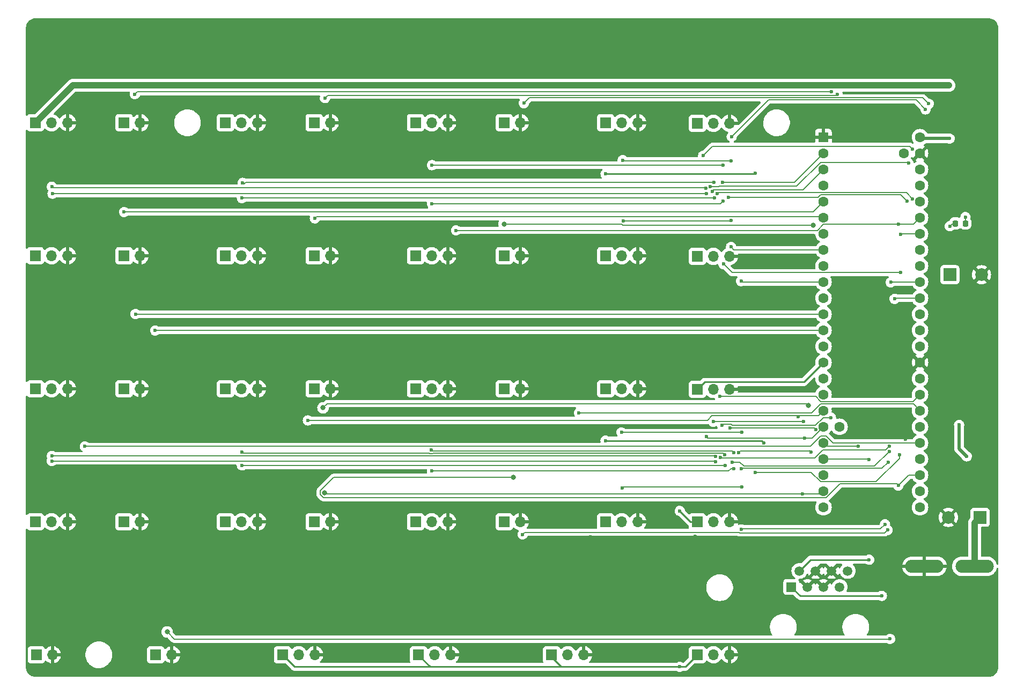
<source format=gtl>
%TF.GenerationSoftware,KiCad,Pcbnew,6.0.5-a6ca702e91~116~ubuntu20.04.1*%
%TF.CreationDate,2022-06-23T19:27:38-06:00*%
%TF.ProjectId,interface-brain,696e7465-7266-4616-9365-2d627261696e,rev?*%
%TF.SameCoordinates,Original*%
%TF.FileFunction,Copper,L1,Top*%
%TF.FilePolarity,Positive*%
%FSLAX46Y46*%
G04 Gerber Fmt 4.6, Leading zero omitted, Abs format (unit mm)*
G04 Created by KiCad (PCBNEW 6.0.5-a6ca702e91~116~ubuntu20.04.1) date 2022-06-23 19:27:38*
%MOMM*%
%LPD*%
G01*
G04 APERTURE LIST*
G04 Aperture macros list*
%AMRoundRect*
0 Rectangle with rounded corners*
0 $1 Rounding radius*
0 $2 $3 $4 $5 $6 $7 $8 $9 X,Y pos of 4 corners*
0 Add a 4 corners polygon primitive as box body*
4,1,4,$2,$3,$4,$5,$6,$7,$8,$9,$2,$3,0*
0 Add four circle primitives for the rounded corners*
1,1,$1+$1,$2,$3*
1,1,$1+$1,$4,$5*
1,1,$1+$1,$6,$7*
1,1,$1+$1,$8,$9*
0 Add four rect primitives between the rounded corners*
20,1,$1+$1,$2,$3,$4,$5,0*
20,1,$1+$1,$4,$5,$6,$7,0*
20,1,$1+$1,$6,$7,$8,$9,0*
20,1,$1+$1,$8,$9,$2,$3,0*%
G04 Aperture macros list end*
%TA.AperFunction,ComponentPad*%
%ADD10R,2.000000X2.000000*%
%TD*%
%TA.AperFunction,ComponentPad*%
%ADD11C,2.000000*%
%TD*%
%TA.AperFunction,ComponentPad*%
%ADD12R,1.700000X1.700000*%
%TD*%
%TA.AperFunction,ComponentPad*%
%ADD13O,1.700000X1.700000*%
%TD*%
%TA.AperFunction,ComponentPad*%
%ADD14R,1.600000X1.600000*%
%TD*%
%TA.AperFunction,ComponentPad*%
%ADD15C,1.600000*%
%TD*%
%TA.AperFunction,ComponentPad*%
%ADD16R,1.500000X1.500000*%
%TD*%
%TA.AperFunction,ComponentPad*%
%ADD17C,1.500000*%
%TD*%
%TA.AperFunction,ComponentPad*%
%ADD18O,6.030000X2.070000*%
%TD*%
%TA.AperFunction,SMDPad,CuDef*%
%ADD19RoundRect,0.218750X0.218750X0.256250X-0.218750X0.256250X-0.218750X-0.256250X0.218750X-0.256250X0*%
%TD*%
%TA.AperFunction,ViaPad*%
%ADD20C,0.600000*%
%TD*%
%TA.AperFunction,ViaPad*%
%ADD21C,0.800000*%
%TD*%
%TA.AperFunction,Conductor*%
%ADD22C,0.127000*%
%TD*%
%TA.AperFunction,Conductor*%
%ADD23C,0.250000*%
%TD*%
%TA.AperFunction,Conductor*%
%ADD24C,1.000000*%
%TD*%
%TA.AperFunction,Conductor*%
%ADD25C,0.500000*%
%TD*%
G04 APERTURE END LIST*
D10*
%TO.P,C56,1*%
%TO.N,+5V*%
X169332323Y-59000000D03*
D11*
%TO.P,C56,2*%
%TO.N,GND*%
X174332323Y-59000000D03*
%TD*%
D12*
%TO.P,J8,1,Pin_1*%
%TO.N,+5V*%
X55000000Y-77000000D03*
D13*
%TO.P,J8,2,Pin_2*%
%TO.N,/LED10_OUT*%
X57540000Y-77000000D03*
%TO.P,J8,3,Pin_3*%
%TO.N,GND*%
X60080000Y-77000000D03*
%TD*%
D12*
%TO.P,J25,1,Pin_1*%
%TO.N,+3V3*%
X129475000Y-98000000D03*
D13*
%TO.P,J25,2,Pin_2*%
%TO.N,Net-(J25-Pad2)*%
X132015000Y-98000000D03*
%TO.P,J25,3,Pin_3*%
%TO.N,GND*%
X134555000Y-98000000D03*
%TD*%
D12*
%TO.P,J29,1,Pin_1*%
%TO.N,Net-(J29-Pad1)*%
X69000000Y-98000000D03*
D13*
%TO.P,J29,2,Pin_2*%
%TO.N,GND*%
X71540000Y-98000000D03*
%TD*%
D12*
%TO.P,J19,1,Pin_1*%
%TO.N,Net-(J19-Pad1)*%
X39000000Y-56000000D03*
D13*
%TO.P,J19,2,Pin_2*%
%TO.N,GND*%
X41540000Y-56000000D03*
%TD*%
D12*
%TO.P,J13,1,Pin_1*%
%TO.N,+5V*%
X85000000Y-98000000D03*
D13*
%TO.P,J13,2,Pin_2*%
%TO.N,/LED15_OUT*%
X87540000Y-98000000D03*
%TO.P,J13,3,Pin_3*%
%TO.N,GND*%
X90080000Y-98000000D03*
%TD*%
D12*
%TO.P,J31,1,Pin_1*%
%TO.N,+3V3*%
X85475000Y-119000000D03*
D13*
%TO.P,J31,2,Pin_2*%
%TO.N,Net-(J31-Pad2)*%
X88015000Y-119000000D03*
%TO.P,J31,3,Pin_3*%
%TO.N,GND*%
X90555000Y-119000000D03*
%TD*%
D12*
%TO.P,J11,1,Pin_1*%
%TO.N,+5V*%
X85000000Y-56000000D03*
D13*
%TO.P,J11,2,Pin_2*%
%TO.N,/LED7_OUT*%
X87540000Y-56000000D03*
%TO.P,J11,3,Pin_3*%
%TO.N,GND*%
X90080000Y-56000000D03*
%TD*%
D12*
%TO.P,J35,1,Pin_1*%
%TO.N,Net-(J35-Pad1)*%
X99000000Y-56000000D03*
D13*
%TO.P,J35,2,Pin_2*%
%TO.N,GND*%
X101540000Y-56000000D03*
%TD*%
D12*
%TO.P,J10,1,Pin_1*%
%TO.N,+5V*%
X85000000Y-35000000D03*
D13*
%TO.P,J10,2,Pin_2*%
%TO.N,/LED3_OUT*%
X87540000Y-35000000D03*
%TO.P,J10,3,Pin_3*%
%TO.N,GND*%
X90080000Y-35000000D03*
%TD*%
D12*
%TO.P,J6,1,Pin_1*%
%TO.N,+5V*%
X55000000Y-35000000D03*
D13*
%TO.P,J6,2,Pin_2*%
%TO.N,/LED2_OUT*%
X57540000Y-35000000D03*
%TO.P,J6,3,Pin_3*%
%TO.N,GND*%
X60080000Y-35000000D03*
%TD*%
D12*
%TO.P,J16,1,Pin_1*%
%TO.N,+5V*%
X115000000Y-77000000D03*
D13*
%TO.P,J16,2,Pin_2*%
%TO.N,/LED12_OUT*%
X117540000Y-77000000D03*
%TO.P,J16,3,Pin_3*%
%TO.N,GND*%
X120080000Y-77000000D03*
%TD*%
D12*
%TO.P,J26,1,Pin_1*%
%TO.N,Net-(J26-Pad1)*%
X69000000Y-35000000D03*
D13*
%TO.P,J26,2,Pin_2*%
%TO.N,GND*%
X71540000Y-35000000D03*
%TD*%
D12*
%TO.P,J20,1,Pin_1*%
%TO.N,Net-(J20-Pad1)*%
X39000000Y-77000000D03*
D13*
%TO.P,J20,2,Pin_2*%
%TO.N,GND*%
X41540000Y-77000000D03*
%TD*%
D12*
%TO.P,J30,1,Pin_1*%
%TO.N,+3V3*%
X64000000Y-119000000D03*
D13*
%TO.P,J30,2,Pin_2*%
%TO.N,Net-(J30-Pad2)*%
X66540000Y-119000000D03*
%TO.P,J30,3,Pin_3*%
%TO.N,GND*%
X69080000Y-119000000D03*
%TD*%
D12*
%TO.P,J4,1,Pin_1*%
%TO.N,+5V*%
X25000000Y-77000000D03*
D13*
%TO.P,J4,2,Pin_2*%
%TO.N,/LED9_OUT*%
X27540000Y-77000000D03*
%TO.P,J4,3,Pin_3*%
%TO.N,GND*%
X30080000Y-77000000D03*
%TD*%
D12*
%TO.P,J17,1,Pin_1*%
%TO.N,+5V*%
X115000000Y-98000000D03*
D13*
%TO.P,J17,2,Pin_2*%
%TO.N,/LED16_OUT*%
X117540000Y-98000000D03*
%TO.P,J17,3,Pin_3*%
%TO.N,GND*%
X120080000Y-98000000D03*
%TD*%
D12*
%TO.P,J7,1,Pin_1*%
%TO.N,+5V*%
X55000000Y-56000000D03*
D13*
%TO.P,J7,2,Pin_2*%
%TO.N,/LED6_OUT*%
X57540000Y-56000000D03*
%TO.P,J7,3,Pin_3*%
%TO.N,GND*%
X60080000Y-56000000D03*
%TD*%
D14*
%TO.P,U3,1,GND*%
%TO.N,GND*%
X149380000Y-37287969D03*
D15*
%TO.P,U3,2,0_RX1_CRX2_CS1*%
%TO.N,/LED2_SIG*%
X149380000Y-39827969D03*
%TO.P,U3,3,1_TX1_CTX2_MISO1*%
%TO.N,/LED1_SIG*%
X149380000Y-42367969D03*
%TO.P,U3,4,2_OUT2*%
%TO.N,/BUTTON_1*%
X149380000Y-44907969D03*
%TO.P,U3,5,3_LRCLK2*%
%TO.N,/BUTTON_2*%
X149380000Y-47447969D03*
%TO.P,U3,6,4_BCLK2*%
%TO.N,/BUTTON_6*%
X149380000Y-49987969D03*
%TO.P,U3,7,5_IN2*%
%TO.N,/BUTTON_5*%
X149380000Y-52527969D03*
%TO.P,U3,8,6_OUT1D*%
%TO.N,/LED3_SIG*%
X149380000Y-55067969D03*
%TO.P,U3,9,7_RX2_OUT1A*%
%TO.N,/BUTTON_10*%
X149380000Y-57607969D03*
%TO.P,U3,10,8_TX2_IN1*%
%TO.N,/LED4_SIG*%
X149380000Y-60147969D03*
%TO.P,U3,11,9_OUT1C*%
%TO.N,/LED13_SIG*%
X149380000Y-62687969D03*
%TO.P,U3,12,10_CS_MQSR*%
%TO.N,/BUTTON_3*%
X149380000Y-65227969D03*
%TO.P,U3,13,11_MOSI_CTX1*%
%TO.N,/BUTTON_4*%
X149380000Y-67767969D03*
%TO.P,U3,14,12_MISO_MQSL*%
%TO.N,unconnected-(U3-Pad14)*%
X149380000Y-70307969D03*
%TO.P,U3,15,3V3*%
%TO.N,+3V3*%
X149380000Y-72847969D03*
%TO.P,U3,16,24_A10_TX6_SCL2*%
%TO.N,/LED14_SIG*%
X149380000Y-75387969D03*
%TO.P,U3,17,25_A11_RX6_SDA2*%
%TO.N,/LED15_SIG*%
X149380000Y-77927969D03*
%TO.P,U3,18,26_A12_MOSI1*%
%TO.N,/ANALOG_5*%
X149380000Y-80467969D03*
%TO.P,U3,19,27_A13_SCK1*%
%TO.N,/ANALOG_8*%
X149380000Y-83007969D03*
%TO.P,U3,20,28_RX7*%
%TO.N,/SERIAL_IN*%
X149380000Y-85547969D03*
%TO.P,U3,21,29_TX7*%
%TO.N,/SERIAL_OUT*%
X149380000Y-88087969D03*
%TO.P,U3,22,30_CRX3*%
%TO.N,/BUTTON_7*%
X149380000Y-90627969D03*
%TO.P,U3,23,31_CTX3*%
%TO.N,/BUTTON_8*%
X149380000Y-93167969D03*
%TO.P,U3,24,32_OUT1B*%
%TO.N,/LED16_SIG*%
X149380000Y-95707969D03*
%TO.P,U3,25,33_MCLK2*%
%TO.N,/BUTTON_9*%
X164620000Y-95707969D03*
%TO.P,U3,26,34_RX8*%
%TO.N,/BUTTON_14*%
X164620000Y-93167969D03*
%TO.P,U3,27,35_TX8*%
%TO.N,/BUTTON_11*%
X164620000Y-90627969D03*
%TO.P,U3,28,36_CS*%
%TO.N,/BUTTON_12*%
X164620000Y-88087969D03*
%TO.P,U3,29,37_CS*%
%TO.N,/BUTTON_13*%
X164620000Y-85547969D03*
%TO.P,U3,30,38_CS1_IN1*%
%TO.N,/ANALOG_1*%
X164620000Y-83007969D03*
%TO.P,U3,31,39_MISO1_OUT1A*%
%TO.N,/ANALOG_7*%
X164620000Y-80467969D03*
%TO.P,U3,32,40_A16*%
%TO.N,/ANALOG_3*%
X164620000Y-77927969D03*
%TO.P,U3,33,41_A17*%
%TO.N,/ANALOG_4*%
X164620000Y-75387969D03*
%TO.P,U3,34,GND*%
%TO.N,GND*%
X164620000Y-72847969D03*
%TO.P,U3,35,13_SCK_LED*%
%TO.N,unconnected-(U3-Pad35)*%
X164620000Y-70307969D03*
%TO.P,U3,36,14_A0_TX3_SPDIF_OUT*%
%TO.N,/LED12_SIG*%
X164620000Y-67767969D03*
%TO.P,U3,37,15_A1_RX3_SPDIF_IN*%
%TO.N,/LED11_SIG*%
X164620000Y-65227969D03*
%TO.P,U3,38,16_A2_RX4_SCL1*%
%TO.N,/LED10_SIG*%
X164620000Y-62687969D03*
%TO.P,U3,39,17_A3_TX4_SDA1*%
%TO.N,/LED9_SIG*%
X164620000Y-60147969D03*
%TO.P,U3,40,18_A4_SDA*%
%TO.N,/LED8_SIG*%
X164620000Y-57607969D03*
%TO.P,U3,41,19_A5_SCL*%
%TO.N,/LED7_SIG*%
X164620000Y-55067969D03*
%TO.P,U3,42,20_A6_TX5_LRCLK1*%
%TO.N,/ANALOG_2*%
X164620000Y-52527969D03*
%TO.P,U3,43,21_A7_RX5_BCLK1*%
%TO.N,/ANALOG_6*%
X164620000Y-49987969D03*
%TO.P,U3,44,22_A8_CTX1*%
%TO.N,/LED6_SIG*%
X164620000Y-47447969D03*
%TO.P,U3,45,23_A9_CRX1_MCLK1*%
%TO.N,/LED5_SIG*%
X164620000Y-44907969D03*
%TO.P,U3,46,3V3*%
%TO.N,unconnected-(U3-Pad46)*%
X164620000Y-42367969D03*
%TO.P,U3,47,GND*%
%TO.N,GND*%
X164620000Y-39827969D03*
%TO.P,U3,48,VIN*%
%TO.N,+5V*%
X164620000Y-37287969D03*
%TO.P,U3,49,VUSB*%
%TO.N,unconnected-(U3-Pad49)*%
X162080000Y-39827969D03*
%TO.P,U3,50,VBAT*%
%TO.N,unconnected-(U3-Pad50)*%
X151920000Y-83007969D03*
%TD*%
D12*
%TO.P,J27,1,Pin_1*%
%TO.N,Net-(J27-Pad1)*%
X69000000Y-56000000D03*
D13*
%TO.P,J27,2,Pin_2*%
%TO.N,GND*%
X71540000Y-56000000D03*
%TD*%
D12*
%TO.P,J24,1,Pin_1*%
%TO.N,+3V3*%
X129475000Y-77100000D03*
D13*
%TO.P,J24,2,Pin_2*%
%TO.N,Net-(J24-Pad2)*%
X132015000Y-77100000D03*
%TO.P,J24,3,Pin_3*%
%TO.N,GND*%
X134555000Y-77100000D03*
%TD*%
D12*
%TO.P,J37,1,Pin_1*%
%TO.N,Net-(J37-Pad1)*%
X99000000Y-98000000D03*
D13*
%TO.P,J37,2,Pin_2*%
%TO.N,GND*%
X101540000Y-98000000D03*
%TD*%
D12*
%TO.P,J39,1,Pin_1*%
%TO.N,Net-(J39-Pad1)*%
X43998849Y-119000000D03*
D13*
%TO.P,J39,2,Pin_2*%
%TO.N,GND*%
X46538849Y-119000000D03*
%TD*%
D12*
%TO.P,J2,1,Pin_1*%
%TO.N,+5V*%
X25000000Y-35000000D03*
D13*
%TO.P,J2,2,Pin_2*%
%TO.N,/LED1_OUT*%
X27540000Y-35000000D03*
%TO.P,J2,3,Pin_3*%
%TO.N,GND*%
X30080000Y-35000000D03*
%TD*%
D16*
%TO.P,J40,1*%
%TO.N,/SERIAL_Y*%
X144317500Y-108300000D03*
D17*
%TO.P,J40,2*%
%TO.N,/SERIAL_Z*%
X145587500Y-105760000D03*
%TO.P,J40,3*%
%TO.N,GND*%
X146857500Y-108300000D03*
%TO.P,J40,4*%
X148127500Y-105760000D03*
%TO.P,J40,5*%
X149397500Y-108300000D03*
%TO.P,J40,6*%
X150667500Y-105760000D03*
%TO.P,J40,7*%
%TO.N,/SERIAL_B*%
X151937500Y-108300000D03*
%TO.P,J40,8*%
%TO.N,/SERIAL_A*%
X153207500Y-105760000D03*
%TD*%
D12*
%TO.P,J38,1,Pin_1*%
%TO.N,Net-(J38-Pad1)*%
X25130000Y-119000000D03*
D13*
%TO.P,J38,2,Pin_2*%
%TO.N,GND*%
X27670000Y-119000000D03*
%TD*%
D12*
%TO.P,J22,1,Pin_1*%
%TO.N,+3V3*%
X129475000Y-35100000D03*
D13*
%TO.P,J22,2,Pin_2*%
%TO.N,Net-(J22-Pad2)*%
X132015000Y-35100000D03*
%TO.P,J22,3,Pin_3*%
%TO.N,GND*%
X134555000Y-35100000D03*
%TD*%
D12*
%TO.P,J5,1,Pin_1*%
%TO.N,+5V*%
X25000000Y-98000000D03*
D13*
%TO.P,J5,2,Pin_2*%
%TO.N,/LED13_OUT*%
X27540000Y-98000000D03*
%TO.P,J5,3,Pin_3*%
%TO.N,GND*%
X30080000Y-98000000D03*
%TD*%
D12*
%TO.P,J23,1,Pin_1*%
%TO.N,+3V3*%
X129475000Y-56100000D03*
D13*
%TO.P,J23,2,Pin_2*%
%TO.N,Net-(J23-Pad2)*%
X132015000Y-56100000D03*
%TO.P,J23,3,Pin_3*%
%TO.N,GND*%
X134555000Y-56100000D03*
%TD*%
D12*
%TO.P,J15,1,Pin_1*%
%TO.N,+5V*%
X115000000Y-56000000D03*
D13*
%TO.P,J15,2,Pin_2*%
%TO.N,/LED8_OUT*%
X117540000Y-56000000D03*
%TO.P,J15,3,Pin_3*%
%TO.N,GND*%
X120080000Y-56000000D03*
%TD*%
D12*
%TO.P,J28,1,Pin_1*%
%TO.N,Net-(J28-Pad1)*%
X69000000Y-77000000D03*
D13*
%TO.P,J28,2,Pin_2*%
%TO.N,GND*%
X71540000Y-77000000D03*
%TD*%
D18*
%TO.P,J1,1*%
%TO.N,+12V*%
X173226930Y-105025000D03*
%TO.P,J1,2*%
%TO.N,GND*%
X165326930Y-105025000D03*
%TD*%
D12*
%TO.P,J14,1,Pin_1*%
%TO.N,+5V*%
X115000000Y-35000000D03*
D13*
%TO.P,J14,2,Pin_2*%
%TO.N,/LED4_OUT*%
X117540000Y-35000000D03*
%TO.P,J14,3,Pin_3*%
%TO.N,GND*%
X120080000Y-35000000D03*
%TD*%
D12*
%TO.P,J21,1,Pin_1*%
%TO.N,Net-(J21-Pad1)*%
X39000000Y-98000000D03*
D13*
%TO.P,J21,2,Pin_2*%
%TO.N,GND*%
X41540000Y-98000000D03*
%TD*%
D12*
%TO.P,J32,1,Pin_1*%
%TO.N,+3V3*%
X106475000Y-119000000D03*
D13*
%TO.P,J32,2,Pin_2*%
%TO.N,Net-(J32-Pad2)*%
X109015000Y-119000000D03*
%TO.P,J32,3,Pin_3*%
%TO.N,GND*%
X111555000Y-119000000D03*
%TD*%
D12*
%TO.P,J9,1,Pin_1*%
%TO.N,+5V*%
X55000000Y-98000000D03*
D13*
%TO.P,J9,2,Pin_2*%
%TO.N,/LED14_OUT*%
X57540000Y-98000000D03*
%TO.P,J9,3,Pin_3*%
%TO.N,GND*%
X60080000Y-98000000D03*
%TD*%
D12*
%TO.P,J33,1,Pin_1*%
%TO.N,+3V3*%
X129475000Y-119000000D03*
D13*
%TO.P,J33,2,Pin_2*%
%TO.N,Net-(J33-Pad2)*%
X132015000Y-119000000D03*
%TO.P,J33,3,Pin_3*%
%TO.N,GND*%
X134555000Y-119000000D03*
%TD*%
D12*
%TO.P,J36,1,Pin_1*%
%TO.N,Net-(J36-Pad1)*%
X99000000Y-77000000D03*
D13*
%TO.P,J36,2,Pin_2*%
%TO.N,GND*%
X101540000Y-77000000D03*
%TD*%
D12*
%TO.P,J3,1,Pin_1*%
%TO.N,+5V*%
X25000000Y-56000000D03*
D13*
%TO.P,J3,2,Pin_2*%
%TO.N,/LED5_OUT*%
X27540000Y-56000000D03*
%TO.P,J3,3,Pin_3*%
%TO.N,GND*%
X30080000Y-56000000D03*
%TD*%
D12*
%TO.P,J18,1,Pin_1*%
%TO.N,Net-(J18-Pad1)*%
X39000000Y-35000000D03*
D13*
%TO.P,J18,2,Pin_2*%
%TO.N,GND*%
X41540000Y-35000000D03*
%TD*%
D19*
%TO.P,D6,1,K*%
%TO.N,Net-(D6-Pad1)*%
X171787500Y-50900000D03*
%TO.P,D6,2,A*%
%TO.N,+5V*%
X170212500Y-50900000D03*
%TD*%
D10*
%TO.P,C5,1*%
%TO.N,+12V*%
X174100000Y-97300000D03*
D11*
%TO.P,C5,2*%
%TO.N,GND*%
X169100000Y-97300000D03*
%TD*%
D12*
%TO.P,J34,1,Pin_1*%
%TO.N,Net-(J34-Pad1)*%
X99000000Y-35000000D03*
D13*
%TO.P,J34,2,Pin_2*%
%TO.N,GND*%
X101540000Y-35000000D03*
%TD*%
D12*
%TO.P,J12,1,Pin_1*%
%TO.N,+5V*%
X85000000Y-77000000D03*
D13*
%TO.P,J12,2,Pin_2*%
%TO.N,/LED11_OUT*%
X87540000Y-77000000D03*
%TO.P,J12,3,Pin_3*%
%TO.N,GND*%
X90080000Y-77000000D03*
%TD*%
D20*
%TO.N,GND*%
X176200000Y-89500000D03*
X174100000Y-79100000D03*
X168200000Y-72900000D03*
X167300000Y-52700000D03*
X167700000Y-30900000D03*
X156900000Y-33300000D03*
X86500000Y-43100000D03*
X113300000Y-43000000D03*
X56600000Y-63900000D03*
X83600000Y-51000000D03*
X83300000Y-63700000D03*
X57000000Y-66300000D03*
X53100000Y-66400000D03*
X83200000Y-66700000D03*
X90000000Y-66400000D03*
X113100000Y-66400000D03*
X125200000Y-66600000D03*
X145100000Y-66400000D03*
X145100000Y-77200000D03*
X156500000Y-82400000D03*
X149700000Y-102800000D03*
X175400000Y-19800000D03*
X148600000Y-121000000D03*
X175500000Y-121300000D03*
X161000000Y-94800000D03*
X162700000Y-95000000D03*
%TO.N,/ANALOG_4*%
X136400000Y-99200000D03*
X159100000Y-98400000D03*
%TO.N,/BUTTON_12*%
X101900000Y-100000000D03*
X159500000Y-99300000D03*
%TO.N,/BUTTON_14*%
X159900000Y-116500000D03*
%TO.N,/BUTTON_13*%
X32800000Y-86100000D03*
%TO.N,/BUTTON_4*%
X43900000Y-67800000D03*
%TO.N,/BUTTON_3*%
X40800000Y-65200000D03*
%TO.N,Net-(D6-Pad1)*%
X171800000Y-49900000D03*
%TO.N,+5V*%
X169332323Y-51332323D03*
X115800000Y-29100000D03*
X85800000Y-29100000D03*
X55900000Y-29100000D03*
X169200000Y-29100000D03*
%TO.N,/SERIAL_OUT*%
X156600000Y-88200000D03*
%TO.N,/SERIAL_IN*%
X154915134Y-86110969D03*
%TO.N,/SERIAL_Y*%
X158600000Y-109700000D03*
%TO.N,/SERIAL_Z*%
X156600000Y-104000000D03*
%TO.N,GND*%
X83100000Y-43100000D03*
X57300000Y-71600000D03*
X138400000Y-37400000D03*
X28800000Y-82800000D03*
X52700000Y-71600000D03*
X26900000Y-72700000D03*
X28700000Y-41300000D03*
X125600000Y-95500000D03*
X85300000Y-19200000D03*
X94900000Y-95400000D03*
X134000000Y-95700000D03*
X152100000Y-84700000D03*
X67400000Y-19500000D03*
X95200000Y-53300000D03*
X125700000Y-100600000D03*
X94800000Y-101300000D03*
X78300000Y-95900000D03*
X145200000Y-71700000D03*
X26800000Y-60200000D03*
X93000000Y-71900000D03*
X130500000Y-71600000D03*
X137200000Y-53700000D03*
X129100000Y-100300000D03*
X110300000Y-53400000D03*
X129000000Y-39600000D03*
X51000000Y-95600000D03*
X52800000Y-50700000D03*
X145100000Y-74400000D03*
X156100000Y-77900000D03*
X112600000Y-95600000D03*
X124600000Y-39500000D03*
X105300000Y-19700000D03*
X151900000Y-78100000D03*
X88500000Y-71600000D03*
X156300000Y-71600000D03*
X66700000Y-95500000D03*
X109500000Y-95500000D03*
X24700000Y-104500000D03*
X80900000Y-71600000D03*
X112900000Y-71900000D03*
X53500000Y-44000000D03*
X147600000Y-61200000D03*
X83300000Y-47900000D03*
X137400000Y-20100000D03*
X35000000Y-101500000D03*
X136700000Y-61600000D03*
X121700000Y-105500000D03*
X78200000Y-100900000D03*
X151400000Y-71700000D03*
X29200000Y-47700000D03*
X146400000Y-53800000D03*
X153900000Y-78100000D03*
X153900000Y-71900000D03*
X39100000Y-19800000D03*
X53500000Y-19700000D03*
X24600000Y-19700000D03*
X59200000Y-42900000D03*
X152100000Y-93400000D03*
X121100000Y-71500000D03*
X24400000Y-29700000D03*
X66500000Y-101100000D03*
X53200000Y-47700000D03*
X35100000Y-95300000D03*
X28800000Y-89700000D03*
X101300000Y-105300000D03*
X51000000Y-101100000D03*
X156072000Y-92800000D03*
X112600000Y-100400000D03*
X109500000Y-100500000D03*
X162300000Y-84984969D03*
X59200000Y-48000000D03*
X121400000Y-19400000D03*
X63200000Y-105300000D03*
X81200000Y-105500000D03*
X44600000Y-105800000D03*
%TO.N,+5V*%
X138600000Y-43000000D03*
X115000000Y-85200000D03*
X169300000Y-37500000D03*
X140000000Y-85537000D03*
X115000000Y-43100000D03*
%TO.N,+3V3*%
X126700000Y-96300000D03*
X126700000Y-120900000D03*
%TO.N,/BUTTON_1*%
X40700000Y-30500000D03*
X150670969Y-30099500D03*
%TO.N,/BUTTON_2*%
X39000000Y-49100000D03*
%TO.N,/ANALOG_1*%
X165500000Y-32900000D03*
X134900000Y-37200000D03*
%TO.N,/ANALOG_2*%
X133600000Y-57300000D03*
X161600000Y-52600000D03*
X161600000Y-58600000D03*
%TO.N,/ANALOG_3*%
X133000000Y-78200000D03*
%TO.N,/BUTTON_5*%
X70700000Y-31100000D03*
X151600000Y-30500000D03*
%TO.N,/BUTTON_6*%
X69100000Y-50100000D03*
D21*
%TO.N,/BUTTON_7*%
X147000000Y-79600000D03*
X70400000Y-80000000D03*
D20*
%TO.N,/BUTTON_8*%
X146100000Y-93600000D03*
D21*
X70600000Y-93400000D03*
D20*
%TO.N,/ANALOG_5*%
X145400000Y-81400000D03*
X68000000Y-82000000D03*
%TO.N,/ANALOG_6*%
X91400000Y-52000000D03*
X161250980Y-51050980D03*
%TO.N,/ANALOG_7*%
X110800000Y-80800000D03*
%TO.N,/ANALOG_8*%
X130874700Y-84575500D03*
X146400000Y-84800000D03*
%TO.N,/BUTTON_9*%
X102100000Y-31900000D03*
X166000000Y-32000000D03*
D21*
%TO.N,/BUTTON_10*%
X147800000Y-51200000D03*
X99000000Y-51000000D03*
%TO.N,/BUTTON_11*%
X100400000Y-91000000D03*
D20*
X161216258Y-92276304D03*
D21*
%TO.N,/BUTTON_14*%
X45800000Y-115400000D03*
D20*
%TO.N,Net-(R15-Pad1)*%
X57600000Y-89100000D03*
X133900000Y-89100000D03*
%TO.N,Net-(R16-Pad1)*%
X117600000Y-92710480D03*
X136500000Y-92500000D03*
%TO.N,Net-(R21-Pad1)*%
X132347368Y-87716022D03*
X27600000Y-87600000D03*
%TO.N,Net-(R22-Pad1)*%
X135190960Y-87063002D03*
X87449689Y-86663000D03*
%TO.N,Net-(R23-Pad1)*%
X132385673Y-88514639D03*
X27600000Y-88400000D03*
%TO.N,Net-(R24-Pad1)*%
X87600000Y-90000000D03*
X135200000Y-89600000D03*
%TO.N,/LED4_SIG*%
X136400000Y-60000000D03*
%TO.N,/LED3_SIG*%
X134800000Y-54600000D03*
%TO.N,/LED15_SIG*%
X134600000Y-83200000D03*
X148146776Y-83417683D03*
%TO.N,/LED14_SIG*%
X133400000Y-82800000D03*
X150561132Y-81542664D03*
%TO.N,/LED16_SIG*%
X135990463Y-87063004D03*
X147400000Y-87000000D03*
%TO.N,/LED13_SIG*%
X132000000Y-82200000D03*
X146200000Y-82200000D03*
%TO.N,/LED1_SIG*%
X131840685Y-45815795D03*
%TO.N,/LED2_SIG*%
X133474500Y-44426052D03*
%TO.N,/LED7_SIG*%
X132600000Y-46200000D03*
X163400000Y-47000000D03*
%TO.N,/LED8_SIG*%
X134400000Y-46800000D03*
X162600000Y-47400000D03*
%TO.N,/LED10_SIG*%
X135000000Y-88600000D03*
X159801641Y-86910375D03*
X160600000Y-62800000D03*
%TO.N,/LED9_SIG*%
X160000000Y-60200000D03*
X133140697Y-87815173D03*
X159789220Y-86110969D03*
%TO.N,/LED6_SIG*%
X162800000Y-41400000D03*
X131541878Y-45074230D03*
%TO.N,/LED5_SIG*%
X163441457Y-39124500D03*
X130400000Y-40200000D03*
%TO.N,/LED11_SIG*%
X136400000Y-89600000D03*
X159601898Y-88601898D03*
%TO.N,/LED12_SIG*%
X138600000Y-90200000D03*
X161381401Y-87416026D03*
%TO.N,Net-(R10-Pad1)*%
X117700000Y-40900000D03*
X134800000Y-41000000D03*
%TO.N,Net-(R11-Pad1)*%
X132200000Y-46900000D03*
X57600000Y-46900000D03*
%TO.N,Net-(R12-Pad1)*%
X134800000Y-50400000D03*
X117800000Y-50500000D03*
%TO.N,Net-(R13-Pad1)*%
X133817466Y-87389511D03*
X57600000Y-87000000D03*
%TO.N,Net-(R14-Pad1)*%
X136500000Y-83900000D03*
X117500000Y-83900000D03*
%TO.N,Net-(R9-Pad1)*%
X132138000Y-44436045D03*
X57700000Y-44500000D03*
%TO.N,Net-(R17-Pad1)*%
X130788709Y-45342449D03*
X27600000Y-45100000D03*
%TO.N,Net-(R18-Pad1)*%
X133500000Y-41700000D03*
X87600000Y-41700000D03*
%TO.N,Net-(R19-Pad1)*%
X130900000Y-46200000D03*
X27700000Y-46200000D03*
%TO.N,Net-(R20-Pad1)*%
X133500000Y-47400000D03*
X87600000Y-47800000D03*
%TO.N,Net-(C7-Pad2)*%
X171995000Y-87675000D03*
X170800000Y-82700000D03*
%TD*%
D22*
%TO.N,/BUTTON_11*%
X149820315Y-94230980D02*
X152033804Y-92017491D01*
X152033804Y-92017491D02*
X160957445Y-92017491D01*
X164620000Y-90627969D02*
X162864593Y-90627969D01*
X72062360Y-91000000D02*
X69936989Y-93125371D01*
X69936989Y-93125371D02*
X69936989Y-93674629D01*
X100400000Y-91000000D02*
X72062360Y-91000000D01*
X69936989Y-93674629D02*
X70493340Y-94230980D01*
X70493340Y-94230980D02*
X149820315Y-94230980D01*
X162864593Y-90627969D02*
X161216258Y-92276304D01*
X160957445Y-92017491D02*
X161216258Y-92276304D01*
%TO.N,GND*%
X161200000Y-95000000D02*
X162700000Y-95000000D01*
X161000000Y-94800000D02*
X161200000Y-95000000D01*
%TO.N,/LED12_SIG*%
X147448705Y-90200000D02*
X148939685Y-91690980D01*
%TO.N,/BUTTON_12*%
X102236999Y-99663001D02*
X101900000Y-100000000D01*
%TO.N,/LED12_SIG*%
X148939685Y-91690980D02*
X157709020Y-91690980D01*
%TO.N,/BUTTON_12*%
X159036999Y-99763001D02*
X136166796Y-99763001D01*
%TO.N,/ANALOG_4*%
X136486989Y-99113011D02*
X136400000Y-99200000D01*
%TO.N,/LED12_SIG*%
X157709020Y-91690980D02*
X161381401Y-88018599D01*
%TO.N,/ANALOG_4*%
X159100000Y-98400000D02*
X158386989Y-99113011D01*
%TO.N,/BUTTON_12*%
X136166796Y-99763001D02*
X136066796Y-99663001D01*
%TO.N,/LED12_SIG*%
X161381401Y-88018599D02*
X161381401Y-87416026D01*
%TO.N,/ANALOG_4*%
X158386989Y-99113011D02*
X136486989Y-99113011D01*
%TO.N,/LED12_SIG*%
X138600000Y-90200000D02*
X147448705Y-90200000D01*
%TO.N,/BUTTON_12*%
X159500000Y-99300000D02*
X159036999Y-99763001D01*
X136066796Y-99663001D02*
X102236999Y-99663001D01*
%TO.N,/BUTTON_14*%
X159836979Y-116563021D02*
X159900000Y-116500000D01*
X46963021Y-116563021D02*
X159836979Y-116563021D01*
X45800000Y-115400000D02*
X46963021Y-116563021D01*
%TO.N,/LED9_SIG*%
X148012131Y-87952512D02*
X133278036Y-87952512D01*
%TO.N,/LED10_SIG*%
X135000000Y-88600000D02*
X136196205Y-88600000D01*
%TO.N,/BUTTON_13*%
X164620000Y-85547969D02*
X150883326Y-85547969D01*
%TO.N,/LED10_SIG*%
X157451823Y-89236999D02*
X159778447Y-86910375D01*
%TO.N,Net-(R21-Pad1)*%
X132231346Y-87600000D02*
X132347368Y-87716022D01*
%TO.N,/SERIAL_IN*%
X149380000Y-85547969D02*
X149943000Y-86110969D01*
%TO.N,/BUTTON_13*%
X148939685Y-84484958D02*
X147324643Y-86100000D01*
X150883326Y-85547969D02*
X149820315Y-84484958D01*
%TO.N,/LED9_SIG*%
X133278036Y-87952512D02*
X133140697Y-87815173D01*
%TO.N,/BUTTON_13*%
X149820315Y-84484958D02*
X148939685Y-84484958D01*
X147324643Y-86100000D02*
X32800000Y-86100000D01*
D23*
%TO.N,+5V*%
X139663000Y-85200000D02*
X140000000Y-85537000D01*
D22*
%TO.N,GND*%
X162015031Y-84700000D02*
X162300000Y-84984969D01*
%TO.N,/LED16_SIG*%
X136226956Y-86826511D02*
X135990463Y-87063004D01*
D23*
%TO.N,+5V*%
X115000000Y-85200000D02*
X139663000Y-85200000D01*
D22*
%TO.N,Net-(R13-Pad1)*%
X87216485Y-87226001D02*
X87682893Y-87226001D01*
%TO.N,/LED9_SIG*%
X149290673Y-86673970D02*
X148012131Y-87952512D01*
%TO.N,/LED16_SIG*%
X147143199Y-86743199D02*
X147059888Y-86826511D01*
%TO.N,Net-(R13-Pad1)*%
X87755872Y-87153022D02*
X133580977Y-87153022D01*
%TO.N,/LED10_SIG*%
X159778447Y-86910375D02*
X159801641Y-86910375D01*
%TO.N,Net-(R22-Pad1)*%
X135190960Y-87063002D02*
X134954469Y-86826511D01*
%TO.N,Net-(R13-Pad1)*%
X87682893Y-87226001D02*
X87755872Y-87153022D01*
%TO.N,/SERIAL_IN*%
X149943000Y-86110969D02*
X154915134Y-86110969D01*
%TO.N,Net-(R21-Pad1)*%
X27600000Y-87600000D02*
X132231346Y-87600000D01*
%TO.N,GND*%
X152100000Y-84700000D02*
X162015031Y-84700000D01*
%TO.N,/LED9_SIG*%
X159789220Y-86110969D02*
X159226219Y-86673970D01*
%TO.N,/LED16_SIG*%
X147059888Y-86826511D02*
X136226956Y-86826511D01*
%TO.N,Net-(R13-Pad1)*%
X133580977Y-87153022D02*
X133817466Y-87389511D01*
%TO.N,Net-(R23-Pad1)*%
X132271034Y-88400000D02*
X132385673Y-88514639D01*
%TO.N,/LED16_SIG*%
X147400000Y-87000000D02*
X147143199Y-86743199D01*
%TO.N,Net-(R13-Pad1)*%
X87143506Y-87153022D02*
X87216485Y-87226001D01*
X57600000Y-87000000D02*
X57753022Y-87153022D01*
%TO.N,/LED10_SIG*%
X136833204Y-89236999D02*
X157451823Y-89236999D01*
%TO.N,Net-(R22-Pad1)*%
X87613200Y-86826511D02*
X87449689Y-86663000D01*
X134954469Y-86826511D02*
X87613200Y-86826511D01*
%TO.N,/LED10_SIG*%
X136196205Y-88600000D02*
X136833204Y-89236999D01*
%TO.N,Net-(R23-Pad1)*%
X27600000Y-88400000D02*
X132271034Y-88400000D01*
%TO.N,Net-(R13-Pad1)*%
X57753022Y-87153022D02*
X87143506Y-87153022D01*
%TO.N,/LED9_SIG*%
X159226219Y-86673970D02*
X149290673Y-86673970D01*
%TO.N,/BUTTON_4*%
X149380000Y-67767969D02*
X43932031Y-67767969D01*
X43932031Y-67767969D02*
X43900000Y-67800000D01*
%TO.N,/BUTTON_3*%
X149380000Y-65227969D02*
X40827969Y-65227969D01*
X40827969Y-65227969D02*
X40800000Y-65200000D01*
%TO.N,Net-(D6-Pad1)*%
X171787500Y-50900000D02*
X171787500Y-49912500D01*
X171787500Y-49912500D02*
X171800000Y-49900000D01*
%TO.N,+5V*%
X170212500Y-50900000D02*
X169764646Y-50900000D01*
X169764646Y-50900000D02*
X169332323Y-51332323D01*
%TO.N,/ANALOG_1*%
X140710488Y-31389512D02*
X134900000Y-37200000D01*
%TO.N,/BUTTON_5*%
X70700000Y-31100000D02*
X71137499Y-30662501D01*
%TO.N,/ANALOG_1*%
X163989512Y-31389512D02*
X140710488Y-31389512D01*
%TO.N,/BUTTON_9*%
X102936999Y-31063001D02*
X165063001Y-31063001D01*
%TO.N,/ANALOG_1*%
X165500000Y-32900000D02*
X163989512Y-31389512D01*
%TO.N,/BUTTON_9*%
X102100000Y-31900000D02*
X102936999Y-31063001D01*
%TO.N,/BUTTON_5*%
X151437499Y-30662501D02*
X151600000Y-30500000D01*
X71137499Y-30662501D02*
X151437499Y-30662501D01*
%TO.N,/BUTTON_9*%
X165063001Y-31063001D02*
X166000000Y-32000000D01*
D24*
%TO.N,+5V*%
X169200000Y-29100000D02*
X115800000Y-29100000D01*
X115800000Y-29100000D02*
X85800000Y-29100000D01*
X85800000Y-29100000D02*
X55900000Y-29100000D01*
X55900000Y-29100000D02*
X30900000Y-29100000D01*
D22*
%TO.N,/BUTTON_1*%
X40700000Y-30500000D02*
X41098532Y-30101468D01*
X41098532Y-30101468D02*
X150669001Y-30101468D01*
D24*
%TO.N,+5V*%
X30900000Y-29100000D02*
X25000000Y-35000000D01*
D22*
%TO.N,/BUTTON_1*%
X150669001Y-30101468D02*
X150670969Y-30099500D01*
%TO.N,/SERIAL_OUT*%
X156487969Y-88087969D02*
X149380000Y-88087969D01*
X156600000Y-88200000D02*
X156487969Y-88087969D01*
D23*
%TO.N,/SERIAL_Y*%
X145717500Y-109700000D02*
X144317500Y-108300000D01*
X158600000Y-109700000D02*
X145717500Y-109700000D01*
%TO.N,/SERIAL_Z*%
X156600000Y-104000000D02*
X147347500Y-104000000D01*
X147347500Y-104000000D02*
X145587500Y-105760000D01*
D25*
%TO.N,+5V*%
X164832031Y-37500000D02*
X164620000Y-37287969D01*
D23*
X115000000Y-43100000D02*
X138500000Y-43100000D01*
X138500000Y-43100000D02*
X138600000Y-43000000D01*
D25*
X169300000Y-37500000D02*
X164832031Y-37500000D01*
D23*
%TO.N,+3V3*%
X87300000Y-120900000D02*
X108000000Y-120900000D01*
X129475000Y-98000000D02*
X128400000Y-98000000D01*
X85475000Y-119075000D02*
X87300000Y-120900000D01*
X149380000Y-72847969D02*
X146302480Y-75925489D01*
X108000000Y-120900000D02*
X126700000Y-120900000D01*
X106475000Y-119375000D02*
X108000000Y-120900000D01*
X65900000Y-120900000D02*
X64000000Y-119000000D01*
X130649511Y-75925489D02*
X129475000Y-77100000D01*
X127575000Y-120900000D02*
X129475000Y-119000000D01*
X146302480Y-75925489D02*
X130649511Y-75925489D01*
X87300000Y-120900000D02*
X65900000Y-120900000D01*
X126700000Y-120900000D02*
X127575000Y-120900000D01*
X128400000Y-98000000D02*
X126700000Y-96300000D01*
D22*
%TO.N,/BUTTON_2*%
X147727969Y-49100000D02*
X149380000Y-47447969D01*
X39000000Y-49100000D02*
X147727969Y-49100000D01*
%TO.N,/ANALOG_2*%
X161529020Y-58670980D02*
X134970980Y-58670980D01*
X134970980Y-58670980D02*
X133600000Y-57300000D01*
X161600000Y-58600000D02*
X161529020Y-58670980D01*
X161600000Y-52600000D02*
X161672031Y-52527969D01*
X161672031Y-52527969D02*
X164620000Y-52527969D01*
%TO.N,/ANALOG_3*%
X163547969Y-79000000D02*
X164620000Y-77927969D01*
X148161716Y-78213011D02*
X148948705Y-79000000D01*
X133013011Y-78213011D02*
X148161716Y-78213011D01*
X133000000Y-78200000D02*
X133013011Y-78213011D01*
X148948705Y-79000000D02*
X163547969Y-79000000D01*
%TO.N,/BUTTON_6*%
X149229030Y-49836999D02*
X69363001Y-49836999D01*
X69363001Y-49836999D02*
X69100000Y-50100000D01*
%TO.N,/BUTTON_7*%
X146743458Y-79343458D02*
X147000000Y-79600000D01*
X71056542Y-79343458D02*
X146743458Y-79343458D01*
X70400000Y-80000000D02*
X71056542Y-79343458D01*
%TO.N,/BUTTON_8*%
X148947969Y-93600000D02*
X146100000Y-93600000D01*
X146100000Y-93600000D02*
X70800000Y-93600000D01*
X70800000Y-93600000D02*
X70600000Y-93400000D01*
%TO.N,/ANALOG_5*%
X68000000Y-82000000D02*
X131061756Y-82000000D01*
X131061756Y-82000000D02*
X131793788Y-81267968D01*
X148580001Y-81267968D02*
X149380000Y-80467969D01*
X131793788Y-81267968D02*
X148580001Y-81267968D01*
%TO.N,/ANALOG_6*%
X91400000Y-52000000D02*
X148404643Y-52000000D01*
X163556989Y-51050980D02*
X164620000Y-49987969D01*
X148404643Y-52000000D02*
X149353663Y-51050980D01*
X149353663Y-51050980D02*
X161250980Y-51050980D01*
X161250980Y-51050980D02*
X163556989Y-51050980D01*
%TO.N,/ANALOG_7*%
X110800000Y-80800000D02*
X147544643Y-80800000D01*
X163556989Y-79404958D02*
X164620000Y-80467969D01*
X147544643Y-80800000D02*
X148939685Y-79404958D01*
X148939685Y-79404958D02*
X163556989Y-79404958D01*
%TO.N,/ANALOG_8*%
X147587969Y-84800000D02*
X149380000Y-83007969D01*
X146400000Y-84800000D02*
X147587969Y-84800000D01*
X131099200Y-84800000D02*
X130874700Y-84575500D01*
X146400000Y-84800000D02*
X131099200Y-84800000D01*
%TO.N,/BUTTON_10*%
X117503795Y-51000000D02*
X117703795Y-51200000D01*
X117703795Y-51200000D02*
X147800000Y-51200000D01*
X99000000Y-51000000D02*
X117503795Y-51000000D01*
%TO.N,Net-(R15-Pad1)*%
X57600000Y-89100000D02*
X133900000Y-89100000D01*
%TO.N,Net-(R16-Pad1)*%
X136500000Y-92500000D02*
X117810480Y-92500000D01*
X117810480Y-92500000D02*
X117600000Y-92710480D01*
%TO.N,Net-(R24-Pad1)*%
X134400000Y-90000000D02*
X134800000Y-89600000D01*
X135200000Y-89600000D02*
X134900000Y-89600000D01*
X134400000Y-90000000D02*
X87600000Y-90000000D01*
X134900000Y-89600000D02*
X134800000Y-89600000D01*
%TO.N,/LED4_SIG*%
X136400000Y-60000000D02*
X136547969Y-60147969D01*
X136547969Y-60147969D02*
X149380000Y-60147969D01*
%TO.N,/LED3_SIG*%
X135267969Y-55067969D02*
X149380000Y-55067969D01*
X134800000Y-54600000D02*
X135267969Y-55067969D01*
%TO.N,/LED15_SIG*%
X134600000Y-83200000D02*
X147929093Y-83200000D01*
X147929093Y-83200000D02*
X148146776Y-83417683D01*
%TO.N,/LED14_SIG*%
X134996205Y-82800000D02*
X148084643Y-82800000D01*
X134833204Y-82636999D02*
X134996205Y-82800000D01*
X148084643Y-82800000D02*
X149341979Y-81542664D01*
X133563001Y-82636999D02*
X134833204Y-82636999D01*
X133400000Y-82800000D02*
X133563001Y-82636999D01*
X149341979Y-81542664D02*
X150561132Y-81542664D01*
%TO.N,/LED13_SIG*%
X132000000Y-82200000D02*
X146200000Y-82200000D01*
%TO.N,/LED1_SIG*%
X146147470Y-45600499D02*
X132055981Y-45600499D01*
X132055981Y-45600499D02*
X131840685Y-45815795D01*
X149380000Y-42367969D02*
X146147470Y-45600499D01*
%TO.N,/LED2_SIG*%
X149380000Y-39827969D02*
X144781917Y-44426052D01*
X144781917Y-44426052D02*
X133474500Y-44426052D01*
%TO.N,/LED7_SIG*%
X132600000Y-46200000D02*
X132741553Y-46058447D01*
X132741553Y-46058447D02*
X162458447Y-46058447D01*
X162458447Y-46058447D02*
X163400000Y-47000000D01*
%TO.N,/LED8_SIG*%
X161584958Y-46384958D02*
X162600000Y-47400000D01*
X148524643Y-46800000D02*
X148939685Y-46384958D01*
X148939685Y-46384958D02*
X161584958Y-46384958D01*
X134400000Y-46800000D02*
X148524643Y-46800000D01*
%TO.N,/LED10_SIG*%
X164620000Y-62687969D02*
X160712031Y-62687969D01*
X160712031Y-62687969D02*
X160600000Y-62800000D01*
%TO.N,/LED9_SIG*%
X160052031Y-60147969D02*
X164620000Y-60147969D01*
X160000000Y-60200000D02*
X160052031Y-60147969D01*
%TO.N,/LED6_SIG*%
X132820248Y-45074230D02*
X132847239Y-45047239D01*
X131541878Y-45074230D02*
X132820248Y-45074230D01*
X148924567Y-41268458D02*
X145145786Y-45047239D01*
X145145786Y-45047239D02*
X132847239Y-45047239D01*
X162800000Y-41400000D02*
X162668458Y-41268458D01*
X162668458Y-41268458D02*
X148924567Y-41268458D01*
%TO.N,/LED5_SIG*%
X130400000Y-40200000D02*
X131871542Y-38728458D01*
X131871542Y-38728458D02*
X163045415Y-38728458D01*
X163045415Y-38728458D02*
X163441457Y-39124500D01*
%TO.N,/LED11_SIG*%
X158638838Y-89564958D02*
X159601898Y-88601898D01*
X136435042Y-89564958D02*
X158638838Y-89564958D01*
X136400000Y-89600000D02*
X136435042Y-89564958D01*
%TO.N,Net-(R10-Pad1)*%
X134800000Y-41000000D02*
X117800000Y-41000000D01*
X117800000Y-41000000D02*
X117700000Y-40900000D01*
%TO.N,Net-(R11-Pad1)*%
X57600000Y-46900000D02*
X132200000Y-46900000D01*
%TO.N,Net-(R12-Pad1)*%
X134700000Y-50500000D02*
X134800000Y-50400000D01*
X117800000Y-50500000D02*
X134700000Y-50500000D01*
%TO.N,Net-(R14-Pad1)*%
X136500000Y-83900000D02*
X117500000Y-83900000D01*
%TO.N,Net-(R9-Pad1)*%
X132102455Y-44400500D02*
X132138000Y-44436045D01*
X57900000Y-44700000D02*
X57700000Y-44500000D01*
X58199500Y-44400500D02*
X132102455Y-44400500D01*
X57900000Y-44700000D02*
X58199500Y-44400500D01*
%TO.N,Net-(R17-Pad1)*%
X27800000Y-45300000D02*
X130746260Y-45300000D01*
X130746260Y-45300000D02*
X130788709Y-45342449D01*
X27800000Y-45300000D02*
X27600000Y-45100000D01*
%TO.N,Net-(R18-Pad1)*%
X133500000Y-41700000D02*
X87600000Y-41700000D01*
%TO.N,Net-(R19-Pad1)*%
X130900000Y-46200000D02*
X27700000Y-46200000D01*
%TO.N,Net-(R20-Pad1)*%
X133100000Y-47800000D02*
X133500000Y-47400000D01*
X133100000Y-47800000D02*
X87600000Y-47800000D01*
D24*
%TO.N,+12V*%
X173226930Y-105025000D02*
X173226930Y-98173070D01*
X173226930Y-98173070D02*
X174100000Y-97300000D01*
D25*
%TO.N,Net-(C7-Pad2)*%
X170800000Y-82700000D02*
X170800000Y-86480000D01*
X170800000Y-86480000D02*
X171995000Y-87675000D01*
%TD*%
%TA.AperFunction,Conductor*%
%TO.N,GND*%
G36*
X175438632Y-18510000D02*
G01*
X175453464Y-18512310D01*
X175453467Y-18512310D01*
X175462336Y-18513691D01*
X175477593Y-18511696D01*
X175502912Y-18510953D01*
X175671892Y-18523041D01*
X175689675Y-18525598D01*
X175820639Y-18554088D01*
X175880009Y-18567004D01*
X175897251Y-18572066D01*
X176079768Y-18640142D01*
X176096107Y-18647605D01*
X176267059Y-18740953D01*
X176282183Y-18750672D01*
X176438118Y-18867405D01*
X176451704Y-18879178D01*
X176589429Y-19016904D01*
X176601202Y-19030491D01*
X176717933Y-19186427D01*
X176727652Y-19201550D01*
X176821002Y-19372509D01*
X176828464Y-19388848D01*
X176896537Y-19571360D01*
X176901599Y-19588602D01*
X176943004Y-19778937D01*
X176945562Y-19796722D01*
X176957145Y-19958672D01*
X176956412Y-19976292D01*
X176956307Y-19984847D01*
X176954925Y-19993724D01*
X176956090Y-20002630D01*
X176959052Y-20025283D01*
X176960116Y-20041621D01*
X176960116Y-104643683D01*
X176940114Y-104711804D01*
X176886458Y-104758297D01*
X176816184Y-104768401D01*
X176751604Y-104738907D01*
X176712877Y-104677990D01*
X176659709Y-104490098D01*
X176659708Y-104490096D01*
X176658331Y-104485229D01*
X176656197Y-104480654D01*
X176656195Y-104480647D01*
X176555497Y-104264702D01*
X176553361Y-104260121D01*
X176413751Y-104054691D01*
X176243093Y-103874225D01*
X176045777Y-103723365D01*
X175918475Y-103655106D01*
X175831342Y-103608386D01*
X175826879Y-103605993D01*
X175592032Y-103525129D01*
X175587049Y-103524268D01*
X175587044Y-103524267D01*
X175396879Y-103491420D01*
X175347276Y-103482852D01*
X175343319Y-103482672D01*
X175343316Y-103482672D01*
X175318921Y-103481564D01*
X175318902Y-103481564D01*
X175317502Y-103481500D01*
X174361430Y-103481500D01*
X174293309Y-103461498D01*
X174246816Y-103407842D01*
X174235430Y-103355500D01*
X174235430Y-98934500D01*
X174255432Y-98866379D01*
X174309088Y-98819886D01*
X174361430Y-98808500D01*
X175148134Y-98808500D01*
X175210316Y-98801745D01*
X175346705Y-98750615D01*
X175463261Y-98663261D01*
X175550615Y-98546705D01*
X175601745Y-98410316D01*
X175608500Y-98348134D01*
X175608500Y-96251866D01*
X175601745Y-96189684D01*
X175550615Y-96053295D01*
X175463261Y-95936739D01*
X175346705Y-95849385D01*
X175210316Y-95798255D01*
X175148134Y-95791500D01*
X173051866Y-95791500D01*
X172989684Y-95798255D01*
X172853295Y-95849385D01*
X172736739Y-95936739D01*
X172649385Y-96053295D01*
X172598255Y-96189684D01*
X172591500Y-96251866D01*
X172591500Y-97329497D01*
X172571498Y-97397618D01*
X172544451Y-97427694D01*
X172522716Y-97445169D01*
X172522711Y-97445174D01*
X172517905Y-97449038D01*
X172513938Y-97453766D01*
X172485639Y-97487491D01*
X172482458Y-97491139D01*
X172480815Y-97492951D01*
X172478621Y-97495145D01*
X172451288Y-97528419D01*
X172450626Y-97529217D01*
X172390776Y-97600544D01*
X172388208Y-97605214D01*
X172384827Y-97609331D01*
X172356829Y-97661547D01*
X172340953Y-97691156D01*
X172340324Y-97692315D01*
X172298468Y-97768451D01*
X172298465Y-97768459D01*
X172295497Y-97773857D01*
X172293885Y-97778939D01*
X172291368Y-97783633D01*
X172264168Y-97872601D01*
X172263848Y-97873629D01*
X172235695Y-97962376D01*
X172235101Y-97967672D01*
X172233543Y-97972768D01*
X172225856Y-98048448D01*
X172224148Y-98065257D01*
X172224019Y-98066463D01*
X172218430Y-98116297D01*
X172218430Y-98119824D01*
X172218375Y-98120809D01*
X172217928Y-98126489D01*
X172217775Y-98128000D01*
X172214310Y-98162113D01*
X172213556Y-98169532D01*
X172217257Y-98208685D01*
X172217871Y-98215179D01*
X172218430Y-98227037D01*
X172218430Y-103355500D01*
X172198428Y-103423621D01*
X172144772Y-103470114D01*
X172092430Y-103481500D01*
X171184526Y-103481500D01*
X171182018Y-103481702D01*
X171182013Y-103481702D01*
X171004393Y-103495993D01*
X171004389Y-103495994D01*
X170999351Y-103496399D01*
X170994443Y-103497604D01*
X170994440Y-103497605D01*
X170763055Y-103554439D01*
X170758141Y-103555646D01*
X170753489Y-103557621D01*
X170753485Y-103557622D01*
X170643415Y-103604344D01*
X170529506Y-103652695D01*
X170525222Y-103655393D01*
X170323608Y-103782356D01*
X170323605Y-103782358D01*
X170319329Y-103785051D01*
X170133017Y-103949307D01*
X169975363Y-104141238D01*
X169850423Y-104355906D01*
X169848610Y-104360629D01*
X169767135Y-104572880D01*
X169761412Y-104587788D01*
X169710620Y-104830919D01*
X169699352Y-105079043D01*
X169699933Y-105084063D01*
X169699933Y-105084067D01*
X169705634Y-105133334D01*
X169727900Y-105325776D01*
X169729279Y-105330650D01*
X169729280Y-105330654D01*
X169767846Y-105466941D01*
X169795529Y-105564771D01*
X169797663Y-105569346D01*
X169797665Y-105569353D01*
X169857769Y-105698245D01*
X169900499Y-105789879D01*
X170040109Y-105995309D01*
X170210767Y-106175775D01*
X170408083Y-106326635D01*
X170412541Y-106329025D01*
X170412542Y-106329026D01*
X170617979Y-106439180D01*
X170626981Y-106444007D01*
X170861828Y-106524871D01*
X170866811Y-106525732D01*
X170866816Y-106525733D01*
X171043631Y-106556274D01*
X171106584Y-106567148D01*
X171110541Y-106567328D01*
X171110544Y-106567328D01*
X171134939Y-106568436D01*
X171134958Y-106568436D01*
X171136358Y-106568500D01*
X175269334Y-106568500D01*
X175271842Y-106568298D01*
X175271847Y-106568298D01*
X175449467Y-106554007D01*
X175449471Y-106554006D01*
X175454509Y-106553601D01*
X175459417Y-106552396D01*
X175459420Y-106552395D01*
X175690805Y-106495561D01*
X175695719Y-106494354D01*
X175700371Y-106492379D01*
X175700375Y-106492378D01*
X175919696Y-106399282D01*
X175924354Y-106397305D01*
X176062741Y-106310158D01*
X176130252Y-106267644D01*
X176130255Y-106267642D01*
X176134531Y-106264949D01*
X176320843Y-106100693D01*
X176478497Y-105908762D01*
X176561892Y-105765475D01*
X176600895Y-105698462D01*
X176600896Y-105698460D01*
X176603437Y-105694094D01*
X176605333Y-105689154D01*
X176690633Y-105466941D01*
X176690634Y-105466938D01*
X176692448Y-105462212D01*
X176710779Y-105374465D01*
X176744288Y-105311874D01*
X176806317Y-105277336D01*
X176877173Y-105281816D01*
X176934358Y-105323892D01*
X176959716Y-105390205D01*
X176960116Y-105400231D01*
X176960116Y-120950633D01*
X176958616Y-120970018D01*
X176956306Y-120984851D01*
X176956306Y-120984855D01*
X176954925Y-120993724D01*
X176956752Y-121007693D01*
X176956920Y-121008976D01*
X176957663Y-121034302D01*
X176952370Y-121108307D01*
X176945578Y-121203273D01*
X176943020Y-121221067D01*
X176939603Y-121236775D01*
X176901669Y-121411159D01*
X176901616Y-121411401D01*
X176896550Y-121428651D01*
X176828479Y-121611154D01*
X176821012Y-121627506D01*
X176813673Y-121640947D01*
X176774439Y-121712800D01*
X176727663Y-121798464D01*
X176717947Y-121813582D01*
X176659879Y-121891152D01*
X176601217Y-121969516D01*
X176589445Y-121983102D01*
X176451714Y-122120834D01*
X176438128Y-122132607D01*
X176282192Y-122249341D01*
X176267068Y-122259060D01*
X176096114Y-122352409D01*
X176079774Y-122359872D01*
X175897256Y-122427949D01*
X175880014Y-122433011D01*
X175797856Y-122450884D01*
X175689680Y-122474418D01*
X175671894Y-122476975D01*
X175510076Y-122488550D01*
X175491755Y-122487788D01*
X175483760Y-122487690D01*
X175474888Y-122486309D01*
X175465987Y-122487473D01*
X175465983Y-122487473D01*
X175443329Y-122490436D01*
X175426991Y-122491500D01*
X25049367Y-122491500D01*
X25029982Y-122490000D01*
X25015149Y-122487690D01*
X25015145Y-122487690D01*
X25006276Y-122486309D01*
X24991019Y-122488304D01*
X24965698Y-122489047D01*
X24796715Y-122476961D01*
X24778936Y-122474404D01*
X24588607Y-122433001D01*
X24571359Y-122427937D01*
X24388850Y-122359864D01*
X24372498Y-122352396D01*
X24201542Y-122259048D01*
X24186418Y-122249328D01*
X24030486Y-122132598D01*
X24016900Y-122120825D01*
X23879175Y-121983100D01*
X23867402Y-121969514D01*
X23750672Y-121813582D01*
X23740952Y-121798458D01*
X23647604Y-121627502D01*
X23640136Y-121611150D01*
X23572063Y-121428641D01*
X23566999Y-121411392D01*
X23564288Y-121398931D01*
X23525596Y-121221064D01*
X23523038Y-121203278D01*
X23515235Y-121094165D01*
X23511719Y-121045011D01*
X23512805Y-121022245D01*
X23512334Y-121022203D01*
X23512770Y-121017345D01*
X23513576Y-121012552D01*
X23513729Y-121000000D01*
X23509773Y-120972376D01*
X23508500Y-120954514D01*
X23508500Y-119898134D01*
X23771500Y-119898134D01*
X23778255Y-119960316D01*
X23829385Y-120096705D01*
X23916739Y-120213261D01*
X24033295Y-120300615D01*
X24169684Y-120351745D01*
X24231866Y-120358500D01*
X26028134Y-120358500D01*
X26090316Y-120351745D01*
X26226705Y-120300615D01*
X26343261Y-120213261D01*
X26430615Y-120096705D01*
X26452945Y-120037139D01*
X26474798Y-119978848D01*
X26517440Y-119922084D01*
X26584001Y-119897384D01*
X26653350Y-119912592D01*
X26688017Y-119940580D01*
X26713218Y-119969673D01*
X26720580Y-119976883D01*
X26884434Y-120112916D01*
X26892881Y-120118831D01*
X27076756Y-120226279D01*
X27086042Y-120230729D01*
X27285001Y-120306703D01*
X27294899Y-120309579D01*
X27398250Y-120330606D01*
X27412299Y-120329410D01*
X27416000Y-120319065D01*
X27416000Y-120318517D01*
X27924000Y-120318517D01*
X27928064Y-120332359D01*
X27941478Y-120334393D01*
X27948184Y-120333534D01*
X27958262Y-120331392D01*
X28162255Y-120270191D01*
X28171842Y-120266433D01*
X28363095Y-120172739D01*
X28371945Y-120167464D01*
X28545328Y-120043792D01*
X28553200Y-120037139D01*
X28704052Y-119886812D01*
X28710730Y-119878965D01*
X28835003Y-119706020D01*
X28840313Y-119697183D01*
X28934670Y-119506267D01*
X28938469Y-119496672D01*
X29000377Y-119292910D01*
X29002555Y-119282837D01*
X29003986Y-119271962D01*
X29001775Y-119257778D01*
X28988617Y-119254000D01*
X27942115Y-119254000D01*
X27926876Y-119258475D01*
X27925671Y-119259865D01*
X27924000Y-119267548D01*
X27924000Y-120318517D01*
X27416000Y-120318517D01*
X27416000Y-119132703D01*
X32890743Y-119132703D01*
X32928268Y-119417734D01*
X33004129Y-119695036D01*
X33005813Y-119698984D01*
X33101202Y-119922618D01*
X33116923Y-119959476D01*
X33163632Y-120037521D01*
X33256590Y-120192842D01*
X33264561Y-120206161D01*
X33444313Y-120430528D01*
X33652851Y-120628423D01*
X33886317Y-120796186D01*
X33890112Y-120798195D01*
X33890113Y-120798196D01*
X33911869Y-120809715D01*
X34140392Y-120930712D01*
X34164699Y-120939607D01*
X34390518Y-121022245D01*
X34410373Y-121029511D01*
X34691264Y-121090755D01*
X34719841Y-121093004D01*
X34914282Y-121108307D01*
X34914291Y-121108307D01*
X34916739Y-121108500D01*
X35072271Y-121108500D01*
X35074407Y-121108354D01*
X35074418Y-121108354D01*
X35282548Y-121094165D01*
X35282554Y-121094164D01*
X35286825Y-121093873D01*
X35291020Y-121093004D01*
X35291022Y-121093004D01*
X35522767Y-121045012D01*
X35568342Y-121035574D01*
X35839343Y-120939607D01*
X36094812Y-120807750D01*
X36098313Y-120805289D01*
X36098317Y-120805287D01*
X36212418Y-120725095D01*
X36330023Y-120642441D01*
X36540622Y-120446740D01*
X36722713Y-120224268D01*
X36872927Y-119979142D01*
X36908487Y-119898134D01*
X42640349Y-119898134D01*
X42647104Y-119960316D01*
X42698234Y-120096705D01*
X42785588Y-120213261D01*
X42902144Y-120300615D01*
X43038533Y-120351745D01*
X43100715Y-120358500D01*
X44896983Y-120358500D01*
X44959165Y-120351745D01*
X45095554Y-120300615D01*
X45212110Y-120213261D01*
X45299464Y-120096705D01*
X45321794Y-120037139D01*
X45343647Y-119978848D01*
X45386289Y-119922084D01*
X45452850Y-119897384D01*
X45522199Y-119912592D01*
X45556866Y-119940580D01*
X45582067Y-119969673D01*
X45589429Y-119976883D01*
X45753283Y-120112916D01*
X45761730Y-120118831D01*
X45945605Y-120226279D01*
X45954891Y-120230729D01*
X46153850Y-120306703D01*
X46163748Y-120309579D01*
X46267099Y-120330606D01*
X46281148Y-120329410D01*
X46284849Y-120319065D01*
X46284849Y-120318517D01*
X46792849Y-120318517D01*
X46796913Y-120332359D01*
X46810327Y-120334393D01*
X46817033Y-120333534D01*
X46827111Y-120331392D01*
X47031104Y-120270191D01*
X47040691Y-120266433D01*
X47231944Y-120172739D01*
X47240794Y-120167464D01*
X47414177Y-120043792D01*
X47422049Y-120037139D01*
X47561539Y-119898134D01*
X62641500Y-119898134D01*
X62648255Y-119960316D01*
X62699385Y-120096705D01*
X62786739Y-120213261D01*
X62903295Y-120300615D01*
X63039684Y-120351745D01*
X63101866Y-120358500D01*
X64410405Y-120358500D01*
X64478526Y-120378502D01*
X64499501Y-120395405D01*
X65396353Y-121292258D01*
X65403887Y-121300537D01*
X65408000Y-121307018D01*
X65424616Y-121322621D01*
X65457651Y-121353643D01*
X65460493Y-121356398D01*
X65480230Y-121376135D01*
X65483427Y-121378615D01*
X65492447Y-121386318D01*
X65524679Y-121416586D01*
X65531625Y-121420405D01*
X65531628Y-121420407D01*
X65542434Y-121426348D01*
X65558953Y-121437199D01*
X65574959Y-121449614D01*
X65582228Y-121452759D01*
X65582232Y-121452762D01*
X65615537Y-121467174D01*
X65626187Y-121472391D01*
X65664940Y-121493695D01*
X65672615Y-121495666D01*
X65672616Y-121495666D01*
X65684562Y-121498733D01*
X65703267Y-121505137D01*
X65721855Y-121513181D01*
X65729678Y-121514420D01*
X65729688Y-121514423D01*
X65765524Y-121520099D01*
X65777144Y-121522505D01*
X65808959Y-121530673D01*
X65819970Y-121533500D01*
X65840224Y-121533500D01*
X65859934Y-121535051D01*
X65879943Y-121538220D01*
X65887835Y-121537474D01*
X65906580Y-121535702D01*
X65923962Y-121534059D01*
X65935819Y-121533500D01*
X87240224Y-121533500D01*
X87259934Y-121535051D01*
X87279943Y-121538220D01*
X87287835Y-121537474D01*
X87306580Y-121535702D01*
X87323962Y-121534059D01*
X87335819Y-121533500D01*
X107940224Y-121533500D01*
X107959934Y-121535051D01*
X107979943Y-121538220D01*
X107987835Y-121537474D01*
X108006580Y-121535702D01*
X108023962Y-121534059D01*
X108035819Y-121533500D01*
X126153903Y-121533500D01*
X126222896Y-121554068D01*
X126323026Y-121619591D01*
X126333159Y-121626222D01*
X126339763Y-121628678D01*
X126339765Y-121628679D01*
X126496558Y-121686990D01*
X126496560Y-121686990D01*
X126503168Y-121689448D01*
X126586995Y-121700633D01*
X126675980Y-121712507D01*
X126675984Y-121712507D01*
X126682961Y-121713438D01*
X126689972Y-121712800D01*
X126689976Y-121712800D01*
X126832459Y-121699832D01*
X126863600Y-121696998D01*
X126870302Y-121694820D01*
X126870304Y-121694820D01*
X127029409Y-121643124D01*
X127029412Y-121643123D01*
X127036108Y-121640947D01*
X127186540Y-121551271D01*
X127251058Y-121533500D01*
X127496233Y-121533500D01*
X127507416Y-121534027D01*
X127514909Y-121535702D01*
X127522835Y-121535453D01*
X127522836Y-121535453D01*
X127582986Y-121533562D01*
X127586945Y-121533500D01*
X127614856Y-121533500D01*
X127618791Y-121533003D01*
X127618856Y-121532995D01*
X127630693Y-121532062D01*
X127662951Y-121531048D01*
X127666970Y-121530922D01*
X127674889Y-121530673D01*
X127694343Y-121525021D01*
X127713700Y-121521013D01*
X127725930Y-121519468D01*
X127725931Y-121519468D01*
X127733797Y-121518474D01*
X127741168Y-121515555D01*
X127741170Y-121515555D01*
X127774912Y-121502196D01*
X127786142Y-121498351D01*
X127820983Y-121488229D01*
X127820984Y-121488229D01*
X127828593Y-121486018D01*
X127835412Y-121481985D01*
X127835417Y-121481983D01*
X127846028Y-121475707D01*
X127863776Y-121467012D01*
X127882617Y-121459552D01*
X127918387Y-121433564D01*
X127928307Y-121427048D01*
X127959535Y-121408580D01*
X127959538Y-121408578D01*
X127966362Y-121404542D01*
X127980683Y-121390221D01*
X127995717Y-121377380D01*
X128005694Y-121370131D01*
X128012107Y-121365472D01*
X128017157Y-121359368D01*
X128017162Y-121359363D01*
X128040293Y-121331402D01*
X128048283Y-121322621D01*
X128975501Y-120395404D01*
X129037813Y-120361379D01*
X129064596Y-120358500D01*
X130373134Y-120358500D01*
X130435316Y-120351745D01*
X130571705Y-120300615D01*
X130688261Y-120213261D01*
X130775615Y-120096705D01*
X130780346Y-120084086D01*
X130819598Y-119979382D01*
X130862240Y-119922618D01*
X130928802Y-119897918D01*
X130998150Y-119913126D01*
X131032817Y-119941114D01*
X131061250Y-119973938D01*
X131233126Y-120116632D01*
X131426000Y-120229338D01*
X131634692Y-120309030D01*
X131639760Y-120310061D01*
X131639763Y-120310062D01*
X131734862Y-120329410D01*
X131853597Y-120353567D01*
X131858772Y-120353757D01*
X131858774Y-120353757D01*
X132071673Y-120361564D01*
X132071677Y-120361564D01*
X132076837Y-120361753D01*
X132081957Y-120361097D01*
X132081959Y-120361097D01*
X132293288Y-120334025D01*
X132293289Y-120334025D01*
X132298416Y-120333368D01*
X132303366Y-120331883D01*
X132507429Y-120270661D01*
X132507434Y-120270659D01*
X132512384Y-120269174D01*
X132712994Y-120170896D01*
X132894860Y-120041173D01*
X133053096Y-119883489D01*
X133183453Y-119702077D01*
X133184640Y-119702930D01*
X133231960Y-119659362D01*
X133301897Y-119647145D01*
X133367338Y-119674678D01*
X133395166Y-119706511D01*
X133452694Y-119800388D01*
X133458777Y-119808699D01*
X133598213Y-119969667D01*
X133605580Y-119976883D01*
X133769434Y-120112916D01*
X133777881Y-120118831D01*
X133961756Y-120226279D01*
X133971042Y-120230729D01*
X134170001Y-120306703D01*
X134179899Y-120309579D01*
X134283250Y-120330606D01*
X134297299Y-120329410D01*
X134301000Y-120319065D01*
X134301000Y-120318517D01*
X134809000Y-120318517D01*
X134813064Y-120332359D01*
X134826478Y-120334393D01*
X134833184Y-120333534D01*
X134843262Y-120331392D01*
X135047255Y-120270191D01*
X135056842Y-120266433D01*
X135248095Y-120172739D01*
X135256945Y-120167464D01*
X135430328Y-120043792D01*
X135438200Y-120037139D01*
X135589052Y-119886812D01*
X135595730Y-119878965D01*
X135720003Y-119706020D01*
X135725313Y-119697183D01*
X135819670Y-119506267D01*
X135823469Y-119496672D01*
X135885377Y-119292910D01*
X135887555Y-119282837D01*
X135888986Y-119271962D01*
X135886775Y-119257778D01*
X135873617Y-119254000D01*
X134827115Y-119254000D01*
X134811876Y-119258475D01*
X134810671Y-119259865D01*
X134809000Y-119267548D01*
X134809000Y-120318517D01*
X134301000Y-120318517D01*
X134301000Y-118727885D01*
X134809000Y-118727885D01*
X134813475Y-118743124D01*
X134814865Y-118744329D01*
X134822548Y-118746000D01*
X135873344Y-118746000D01*
X135886875Y-118742027D01*
X135888180Y-118732947D01*
X135846214Y-118565875D01*
X135842894Y-118556124D01*
X135757972Y-118360814D01*
X135753105Y-118351739D01*
X135637426Y-118172926D01*
X135631136Y-118164757D01*
X135487806Y-118007240D01*
X135480273Y-118000215D01*
X135313139Y-117868222D01*
X135304552Y-117862517D01*
X135118117Y-117759599D01*
X135108705Y-117755369D01*
X134907959Y-117684280D01*
X134897988Y-117681646D01*
X134826837Y-117668972D01*
X134813540Y-117670432D01*
X134809000Y-117684989D01*
X134809000Y-118727885D01*
X134301000Y-118727885D01*
X134301000Y-117683102D01*
X134297082Y-117669758D01*
X134282806Y-117667771D01*
X134244324Y-117673660D01*
X134234288Y-117676051D01*
X134031868Y-117742212D01*
X134022359Y-117746209D01*
X133833463Y-117844542D01*
X133824738Y-117850036D01*
X133654433Y-117977905D01*
X133646726Y-117984748D01*
X133499590Y-118138717D01*
X133493109Y-118146722D01*
X133388498Y-118300074D01*
X133333587Y-118345076D01*
X133263062Y-118353247D01*
X133199315Y-118321993D01*
X133178618Y-118297509D01*
X133097822Y-118172617D01*
X133097820Y-118172614D01*
X133095014Y-118168277D01*
X132944670Y-118003051D01*
X132940619Y-117999852D01*
X132940615Y-117999848D01*
X132773414Y-117867800D01*
X132773410Y-117867798D01*
X132769359Y-117864598D01*
X132733028Y-117844542D01*
X132717136Y-117835769D01*
X132573789Y-117756638D01*
X132568920Y-117754914D01*
X132568916Y-117754912D01*
X132368087Y-117683795D01*
X132368083Y-117683794D01*
X132363212Y-117682069D01*
X132358119Y-117681162D01*
X132358116Y-117681161D01*
X132148373Y-117643800D01*
X132148367Y-117643799D01*
X132143284Y-117642894D01*
X132069452Y-117641992D01*
X131925081Y-117640228D01*
X131925079Y-117640228D01*
X131919911Y-117640165D01*
X131699091Y-117673955D01*
X131486756Y-117743357D01*
X131288607Y-117846507D01*
X131284474Y-117849610D01*
X131284471Y-117849612D01*
X131114100Y-117977530D01*
X131109965Y-117980635D01*
X131037648Y-118056311D01*
X131029283Y-118065064D01*
X130967759Y-118100494D01*
X130896846Y-118097037D01*
X130839060Y-118055791D01*
X130820207Y-118022243D01*
X130778767Y-117911703D01*
X130775615Y-117903295D01*
X130688261Y-117786739D01*
X130571705Y-117699385D01*
X130435316Y-117648255D01*
X130373134Y-117641500D01*
X128576866Y-117641500D01*
X128514684Y-117648255D01*
X128378295Y-117699385D01*
X128261739Y-117786739D01*
X128174385Y-117903295D01*
X128123255Y-118039684D01*
X128116500Y-118101866D01*
X128116500Y-119410405D01*
X128096498Y-119478526D01*
X128079595Y-119499501D01*
X127349499Y-120229596D01*
X127287187Y-120263621D01*
X127260404Y-120266500D01*
X127247338Y-120266500D01*
X127179824Y-120246885D01*
X127135320Y-120218642D01*
X127056666Y-120168727D01*
X127027463Y-120158328D01*
X126892425Y-120110243D01*
X126892420Y-120110242D01*
X126885790Y-120107881D01*
X126878802Y-120107048D01*
X126878799Y-120107047D01*
X126755698Y-120092368D01*
X126705680Y-120086404D01*
X126698677Y-120087140D01*
X126698676Y-120087140D01*
X126532288Y-120104628D01*
X126532286Y-120104629D01*
X126525288Y-120105364D01*
X126353579Y-120163818D01*
X126217039Y-120247819D01*
X126151019Y-120266500D01*
X112511099Y-120266500D01*
X112442978Y-120246498D01*
X112396485Y-120192842D01*
X112386381Y-120122568D01*
X112415875Y-120057988D01*
X112429769Y-120044264D01*
X112438199Y-120037139D01*
X112589052Y-119886812D01*
X112595730Y-119878965D01*
X112720003Y-119706020D01*
X112725313Y-119697183D01*
X112819670Y-119506267D01*
X112823469Y-119496672D01*
X112885377Y-119292910D01*
X112887555Y-119282837D01*
X112888986Y-119271962D01*
X112886775Y-119257778D01*
X112873617Y-119254000D01*
X111427000Y-119254000D01*
X111358879Y-119233998D01*
X111312386Y-119180342D01*
X111301000Y-119128000D01*
X111301000Y-118727885D01*
X111809000Y-118727885D01*
X111813475Y-118743124D01*
X111814865Y-118744329D01*
X111822548Y-118746000D01*
X112873344Y-118746000D01*
X112886875Y-118742027D01*
X112888180Y-118732947D01*
X112846214Y-118565875D01*
X112842894Y-118556124D01*
X112757972Y-118360814D01*
X112753105Y-118351739D01*
X112637426Y-118172926D01*
X112631136Y-118164757D01*
X112487806Y-118007240D01*
X112480273Y-118000215D01*
X112313139Y-117868222D01*
X112304552Y-117862517D01*
X112118117Y-117759599D01*
X112108705Y-117755369D01*
X111907959Y-117684280D01*
X111897988Y-117681646D01*
X111826837Y-117668972D01*
X111813540Y-117670432D01*
X111809000Y-117684989D01*
X111809000Y-118727885D01*
X111301000Y-118727885D01*
X111301000Y-117683102D01*
X111297082Y-117669758D01*
X111282806Y-117667771D01*
X111244324Y-117673660D01*
X111234288Y-117676051D01*
X111031868Y-117742212D01*
X111022359Y-117746209D01*
X110833463Y-117844542D01*
X110824738Y-117850036D01*
X110654433Y-117977905D01*
X110646726Y-117984748D01*
X110499590Y-118138717D01*
X110493109Y-118146722D01*
X110388498Y-118300074D01*
X110333587Y-118345076D01*
X110263062Y-118353247D01*
X110199315Y-118321993D01*
X110178618Y-118297509D01*
X110097822Y-118172617D01*
X110097820Y-118172614D01*
X110095014Y-118168277D01*
X109944670Y-118003051D01*
X109940619Y-117999852D01*
X109940615Y-117999848D01*
X109773414Y-117867800D01*
X109773410Y-117867798D01*
X109769359Y-117864598D01*
X109733028Y-117844542D01*
X109717136Y-117835769D01*
X109573789Y-117756638D01*
X109568920Y-117754914D01*
X109568916Y-117754912D01*
X109368087Y-117683795D01*
X109368083Y-117683794D01*
X109363212Y-117682069D01*
X109358119Y-117681162D01*
X109358116Y-117681161D01*
X109148373Y-117643800D01*
X109148367Y-117643799D01*
X109143284Y-117642894D01*
X109069452Y-117641992D01*
X108925081Y-117640228D01*
X108925079Y-117640228D01*
X108919911Y-117640165D01*
X108699091Y-117673955D01*
X108486756Y-117743357D01*
X108288607Y-117846507D01*
X108284474Y-117849610D01*
X108284471Y-117849612D01*
X108114100Y-117977530D01*
X108109965Y-117980635D01*
X108037648Y-118056311D01*
X108029283Y-118065064D01*
X107967759Y-118100494D01*
X107896846Y-118097037D01*
X107839060Y-118055791D01*
X107820207Y-118022243D01*
X107778767Y-117911703D01*
X107775615Y-117903295D01*
X107688261Y-117786739D01*
X107571705Y-117699385D01*
X107435316Y-117648255D01*
X107373134Y-117641500D01*
X105576866Y-117641500D01*
X105514684Y-117648255D01*
X105378295Y-117699385D01*
X105261739Y-117786739D01*
X105174385Y-117903295D01*
X105123255Y-118039684D01*
X105116500Y-118101866D01*
X105116500Y-119898134D01*
X105123255Y-119960316D01*
X105130313Y-119979142D01*
X105174222Y-120096270D01*
X105179405Y-120167078D01*
X105145484Y-120229447D01*
X105083229Y-120263576D01*
X105056240Y-120266500D01*
X91511099Y-120266500D01*
X91442978Y-120246498D01*
X91396485Y-120192842D01*
X91386381Y-120122568D01*
X91415875Y-120057988D01*
X91429769Y-120044264D01*
X91438199Y-120037139D01*
X91589052Y-119886812D01*
X91595730Y-119878965D01*
X91720003Y-119706020D01*
X91725313Y-119697183D01*
X91819670Y-119506267D01*
X91823469Y-119496672D01*
X91885377Y-119292910D01*
X91887555Y-119282837D01*
X91888986Y-119271962D01*
X91886775Y-119257778D01*
X91873617Y-119254000D01*
X90427000Y-119254000D01*
X90358879Y-119233998D01*
X90312386Y-119180342D01*
X90301000Y-119128000D01*
X90301000Y-118727885D01*
X90809000Y-118727885D01*
X90813475Y-118743124D01*
X90814865Y-118744329D01*
X90822548Y-118746000D01*
X91873344Y-118746000D01*
X91886875Y-118742027D01*
X91888180Y-118732947D01*
X91846214Y-118565875D01*
X91842894Y-118556124D01*
X91757972Y-118360814D01*
X91753105Y-118351739D01*
X91637426Y-118172926D01*
X91631136Y-118164757D01*
X91487806Y-118007240D01*
X91480273Y-118000215D01*
X91313139Y-117868222D01*
X91304552Y-117862517D01*
X91118117Y-117759599D01*
X91108705Y-117755369D01*
X90907959Y-117684280D01*
X90897988Y-117681646D01*
X90826837Y-117668972D01*
X90813540Y-117670432D01*
X90809000Y-117684989D01*
X90809000Y-118727885D01*
X90301000Y-118727885D01*
X90301000Y-117683102D01*
X90297082Y-117669758D01*
X90282806Y-117667771D01*
X90244324Y-117673660D01*
X90234288Y-117676051D01*
X90031868Y-117742212D01*
X90022359Y-117746209D01*
X89833463Y-117844542D01*
X89824738Y-117850036D01*
X89654433Y-117977905D01*
X89646726Y-117984748D01*
X89499590Y-118138717D01*
X89493109Y-118146722D01*
X89388498Y-118300074D01*
X89333587Y-118345076D01*
X89263062Y-118353247D01*
X89199315Y-118321993D01*
X89178618Y-118297509D01*
X89097822Y-118172617D01*
X89097820Y-118172614D01*
X89095014Y-118168277D01*
X88944670Y-118003051D01*
X88940619Y-117999852D01*
X88940615Y-117999848D01*
X88773414Y-117867800D01*
X88773410Y-117867798D01*
X88769359Y-117864598D01*
X88733028Y-117844542D01*
X88717136Y-117835769D01*
X88573789Y-117756638D01*
X88568920Y-117754914D01*
X88568916Y-117754912D01*
X88368087Y-117683795D01*
X88368083Y-117683794D01*
X88363212Y-117682069D01*
X88358119Y-117681162D01*
X88358116Y-117681161D01*
X88148373Y-117643800D01*
X88148367Y-117643799D01*
X88143284Y-117642894D01*
X88069452Y-117641992D01*
X87925081Y-117640228D01*
X87925079Y-117640228D01*
X87919911Y-117640165D01*
X87699091Y-117673955D01*
X87486756Y-117743357D01*
X87288607Y-117846507D01*
X87284474Y-117849610D01*
X87284471Y-117849612D01*
X87114100Y-117977530D01*
X87109965Y-117980635D01*
X87037648Y-118056311D01*
X87029283Y-118065064D01*
X86967759Y-118100494D01*
X86896846Y-118097037D01*
X86839060Y-118055791D01*
X86820207Y-118022243D01*
X86778767Y-117911703D01*
X86775615Y-117903295D01*
X86688261Y-117786739D01*
X86571705Y-117699385D01*
X86435316Y-117648255D01*
X86373134Y-117641500D01*
X84576866Y-117641500D01*
X84514684Y-117648255D01*
X84378295Y-117699385D01*
X84261739Y-117786739D01*
X84174385Y-117903295D01*
X84123255Y-118039684D01*
X84116500Y-118101866D01*
X84116500Y-119898134D01*
X84123255Y-119960316D01*
X84130313Y-119979142D01*
X84174222Y-120096270D01*
X84179405Y-120167078D01*
X84145484Y-120229447D01*
X84083229Y-120263576D01*
X84056240Y-120266500D01*
X70036099Y-120266500D01*
X69967978Y-120246498D01*
X69921485Y-120192842D01*
X69911381Y-120122568D01*
X69940875Y-120057988D01*
X69954769Y-120044264D01*
X69963199Y-120037139D01*
X70114052Y-119886812D01*
X70120730Y-119878965D01*
X70245003Y-119706020D01*
X70250313Y-119697183D01*
X70344670Y-119506267D01*
X70348469Y-119496672D01*
X70410377Y-119292910D01*
X70412555Y-119282837D01*
X70413986Y-119271962D01*
X70411775Y-119257778D01*
X70398617Y-119254000D01*
X68952000Y-119254000D01*
X68883879Y-119233998D01*
X68837386Y-119180342D01*
X68826000Y-119128000D01*
X68826000Y-118727885D01*
X69334000Y-118727885D01*
X69338475Y-118743124D01*
X69339865Y-118744329D01*
X69347548Y-118746000D01*
X70398344Y-118746000D01*
X70411875Y-118742027D01*
X70413180Y-118732947D01*
X70371214Y-118565875D01*
X70367894Y-118556124D01*
X70282972Y-118360814D01*
X70278105Y-118351739D01*
X70162426Y-118172926D01*
X70156136Y-118164757D01*
X70012806Y-118007240D01*
X70005273Y-118000215D01*
X69838139Y-117868222D01*
X69829552Y-117862517D01*
X69643117Y-117759599D01*
X69633705Y-117755369D01*
X69432959Y-117684280D01*
X69422988Y-117681646D01*
X69351837Y-117668972D01*
X69338540Y-117670432D01*
X69334000Y-117684989D01*
X69334000Y-118727885D01*
X68826000Y-118727885D01*
X68826000Y-117683102D01*
X68822082Y-117669758D01*
X68807806Y-117667771D01*
X68769324Y-117673660D01*
X68759288Y-117676051D01*
X68556868Y-117742212D01*
X68547359Y-117746209D01*
X68358463Y-117844542D01*
X68349738Y-117850036D01*
X68179433Y-117977905D01*
X68171726Y-117984748D01*
X68024590Y-118138717D01*
X68018109Y-118146722D01*
X67913498Y-118300074D01*
X67858587Y-118345076D01*
X67788062Y-118353247D01*
X67724315Y-118321993D01*
X67703618Y-118297509D01*
X67622822Y-118172617D01*
X67622820Y-118172614D01*
X67620014Y-118168277D01*
X67469670Y-118003051D01*
X67465619Y-117999852D01*
X67465615Y-117999848D01*
X67298414Y-117867800D01*
X67298410Y-117867798D01*
X67294359Y-117864598D01*
X67258028Y-117844542D01*
X67242136Y-117835769D01*
X67098789Y-117756638D01*
X67093920Y-117754914D01*
X67093916Y-117754912D01*
X66893087Y-117683795D01*
X66893083Y-117683794D01*
X66888212Y-117682069D01*
X66883119Y-117681162D01*
X66883116Y-117681161D01*
X66673373Y-117643800D01*
X66673367Y-117643799D01*
X66668284Y-117642894D01*
X66594452Y-117641992D01*
X66450081Y-117640228D01*
X66450079Y-117640228D01*
X66444911Y-117640165D01*
X66224091Y-117673955D01*
X66011756Y-117743357D01*
X65813607Y-117846507D01*
X65809474Y-117849610D01*
X65809471Y-117849612D01*
X65639100Y-117977530D01*
X65634965Y-117980635D01*
X65562648Y-118056311D01*
X65554283Y-118065064D01*
X65492759Y-118100494D01*
X65421846Y-118097037D01*
X65364060Y-118055791D01*
X65345207Y-118022243D01*
X65303767Y-117911703D01*
X65300615Y-117903295D01*
X65213261Y-117786739D01*
X65096705Y-117699385D01*
X64960316Y-117648255D01*
X64898134Y-117641500D01*
X63101866Y-117641500D01*
X63039684Y-117648255D01*
X62903295Y-117699385D01*
X62786739Y-117786739D01*
X62699385Y-117903295D01*
X62648255Y-118039684D01*
X62641500Y-118101866D01*
X62641500Y-119898134D01*
X47561539Y-119898134D01*
X47572901Y-119886812D01*
X47579579Y-119878965D01*
X47703852Y-119706020D01*
X47709162Y-119697183D01*
X47803519Y-119506267D01*
X47807318Y-119496672D01*
X47869226Y-119292910D01*
X47871404Y-119282837D01*
X47872835Y-119271962D01*
X47870624Y-119257778D01*
X47857466Y-119254000D01*
X46810964Y-119254000D01*
X46795725Y-119258475D01*
X46794520Y-119259865D01*
X46792849Y-119267548D01*
X46792849Y-120318517D01*
X46284849Y-120318517D01*
X46284849Y-118727885D01*
X46792849Y-118727885D01*
X46797324Y-118743124D01*
X46798714Y-118744329D01*
X46806397Y-118746000D01*
X47857193Y-118746000D01*
X47870724Y-118742027D01*
X47872029Y-118732947D01*
X47830063Y-118565875D01*
X47826743Y-118556124D01*
X47741821Y-118360814D01*
X47736954Y-118351739D01*
X47621275Y-118172926D01*
X47614985Y-118164757D01*
X47471655Y-118007240D01*
X47464122Y-118000215D01*
X47296988Y-117868222D01*
X47288401Y-117862517D01*
X47101966Y-117759599D01*
X47092554Y-117755369D01*
X46891808Y-117684280D01*
X46881837Y-117681646D01*
X46810686Y-117668972D01*
X46797389Y-117670432D01*
X46792849Y-117684989D01*
X46792849Y-118727885D01*
X46284849Y-118727885D01*
X46284849Y-117683102D01*
X46280931Y-117669758D01*
X46266655Y-117667771D01*
X46228173Y-117673660D01*
X46218137Y-117676051D01*
X46015717Y-117742212D01*
X46006208Y-117746209D01*
X45817312Y-117844542D01*
X45808587Y-117850036D01*
X45638282Y-117977905D01*
X45630575Y-117984748D01*
X45553327Y-118065584D01*
X45491803Y-118101014D01*
X45420891Y-118097557D01*
X45363104Y-118056311D01*
X45344251Y-118022763D01*
X45302616Y-117911703D01*
X45299464Y-117903295D01*
X45212110Y-117786739D01*
X45095554Y-117699385D01*
X44959165Y-117648255D01*
X44896983Y-117641500D01*
X43100715Y-117641500D01*
X43038533Y-117648255D01*
X42902144Y-117699385D01*
X42785588Y-117786739D01*
X42698234Y-117903295D01*
X42647104Y-118039684D01*
X42640349Y-118101866D01*
X42640349Y-119898134D01*
X36908487Y-119898134D01*
X36951395Y-119800388D01*
X36986757Y-119719830D01*
X36988483Y-119715898D01*
X37067244Y-119439406D01*
X37107751Y-119154784D01*
X37107845Y-119136951D01*
X37109235Y-118871583D01*
X37109235Y-118871576D01*
X37109257Y-118867297D01*
X37071732Y-118582266D01*
X36995871Y-118304964D01*
X36928375Y-118146722D01*
X36884763Y-118044476D01*
X36884761Y-118044472D01*
X36883077Y-118040524D01*
X36779704Y-117867800D01*
X36737643Y-117797521D01*
X36737640Y-117797517D01*
X36735439Y-117793839D01*
X36555687Y-117569472D01*
X36347149Y-117371577D01*
X36113683Y-117203814D01*
X36091843Y-117192250D01*
X35991040Y-117138878D01*
X35859608Y-117069288D01*
X35589627Y-116970489D01*
X35308736Y-116909245D01*
X35277685Y-116906801D01*
X35085718Y-116891693D01*
X35085709Y-116891693D01*
X35083261Y-116891500D01*
X34927729Y-116891500D01*
X34925593Y-116891646D01*
X34925582Y-116891646D01*
X34717452Y-116905835D01*
X34717446Y-116905836D01*
X34713175Y-116906127D01*
X34708980Y-116906996D01*
X34708978Y-116906996D01*
X34573100Y-116935135D01*
X34431658Y-116964426D01*
X34160657Y-117060393D01*
X34146281Y-117067813D01*
X34016066Y-117135022D01*
X33905188Y-117192250D01*
X33901687Y-117194711D01*
X33901683Y-117194713D01*
X33787582Y-117274905D01*
X33669977Y-117357559D01*
X33459378Y-117553260D01*
X33277287Y-117775732D01*
X33127073Y-118020858D01*
X33125347Y-118024791D01*
X33125346Y-118024792D01*
X33073835Y-118142138D01*
X33011517Y-118284102D01*
X32932756Y-118560594D01*
X32892249Y-118845216D01*
X32892227Y-118849505D01*
X32892226Y-118849512D01*
X32890765Y-119128417D01*
X32890743Y-119132703D01*
X27416000Y-119132703D01*
X27416000Y-118727885D01*
X27924000Y-118727885D01*
X27928475Y-118743124D01*
X27929865Y-118744329D01*
X27937548Y-118746000D01*
X28988344Y-118746000D01*
X29001875Y-118742027D01*
X29003180Y-118732947D01*
X28961214Y-118565875D01*
X28957894Y-118556124D01*
X28872972Y-118360814D01*
X28868105Y-118351739D01*
X28752426Y-118172926D01*
X28746136Y-118164757D01*
X28602806Y-118007240D01*
X28595273Y-118000215D01*
X28428139Y-117868222D01*
X28419552Y-117862517D01*
X28233117Y-117759599D01*
X28223705Y-117755369D01*
X28022959Y-117684280D01*
X28012988Y-117681646D01*
X27941837Y-117668972D01*
X27928540Y-117670432D01*
X27924000Y-117684989D01*
X27924000Y-118727885D01*
X27416000Y-118727885D01*
X27416000Y-117683102D01*
X27412082Y-117669758D01*
X27397806Y-117667771D01*
X27359324Y-117673660D01*
X27349288Y-117676051D01*
X27146868Y-117742212D01*
X27137359Y-117746209D01*
X26948463Y-117844542D01*
X26939738Y-117850036D01*
X26769433Y-117977905D01*
X26761726Y-117984748D01*
X26684478Y-118065584D01*
X26622954Y-118101014D01*
X26552042Y-118097557D01*
X26494255Y-118056311D01*
X26475402Y-118022763D01*
X26433767Y-117911703D01*
X26430615Y-117903295D01*
X26343261Y-117786739D01*
X26226705Y-117699385D01*
X26090316Y-117648255D01*
X26028134Y-117641500D01*
X24231866Y-117641500D01*
X24169684Y-117648255D01*
X24033295Y-117699385D01*
X23916739Y-117786739D01*
X23829385Y-117903295D01*
X23778255Y-118039684D01*
X23771500Y-118101866D01*
X23771500Y-119898134D01*
X23508500Y-119898134D01*
X23508500Y-115400000D01*
X44886496Y-115400000D01*
X44906458Y-115589928D01*
X44965473Y-115771556D01*
X45060960Y-115936944D01*
X45065378Y-115941851D01*
X45065379Y-115941852D01*
X45108396Y-115989627D01*
X45188747Y-116078866D01*
X45343248Y-116191118D01*
X45349276Y-116193802D01*
X45349278Y-116193803D01*
X45511681Y-116266109D01*
X45517712Y-116268794D01*
X45611112Y-116288647D01*
X45698056Y-116307128D01*
X45698061Y-116307128D01*
X45704513Y-116308500D01*
X45847380Y-116308500D01*
X45915501Y-116328502D01*
X45936475Y-116345405D01*
X46526205Y-116935135D01*
X46537072Y-116947526D01*
X46555066Y-116970976D01*
X46674553Y-117062662D01*
X46813699Y-117120298D01*
X46844396Y-117124339D01*
X46925518Y-117135020D01*
X46925527Y-117135021D01*
X46925530Y-117135021D01*
X46925542Y-117135022D01*
X46954832Y-117138878D01*
X46954833Y-117138878D01*
X46963021Y-117139956D01*
X46971209Y-117138878D01*
X46971210Y-117138878D01*
X46992319Y-117136099D01*
X47008765Y-117135021D01*
X159356227Y-117135021D01*
X159425220Y-117155589D01*
X159533159Y-117226222D01*
X159539763Y-117228678D01*
X159539765Y-117228679D01*
X159696558Y-117286990D01*
X159696560Y-117286990D01*
X159703168Y-117289448D01*
X159786995Y-117300633D01*
X159875980Y-117312507D01*
X159875984Y-117312507D01*
X159882961Y-117313438D01*
X159889972Y-117312800D01*
X159889976Y-117312800D01*
X160032459Y-117299832D01*
X160063600Y-117296998D01*
X160070302Y-117294820D01*
X160070304Y-117294820D01*
X160229409Y-117243124D01*
X160229412Y-117243123D01*
X160236108Y-117240947D01*
X160332513Y-117183478D01*
X160385860Y-117151677D01*
X160385862Y-117151676D01*
X160391912Y-117148069D01*
X160523266Y-117022982D01*
X160623643Y-116871902D01*
X160688055Y-116702338D01*
X160713299Y-116522717D01*
X160713616Y-116500000D01*
X160693397Y-116319745D01*
X160674719Y-116266109D01*
X160636064Y-116155106D01*
X160636062Y-116155103D01*
X160633745Y-116148448D01*
X160537626Y-115994624D01*
X160514185Y-115971019D01*
X160414778Y-115870915D01*
X160414774Y-115870912D01*
X160409815Y-115865918D01*
X160398697Y-115858862D01*
X160350538Y-115828300D01*
X160256666Y-115768727D01*
X160227463Y-115758328D01*
X160092425Y-115710243D01*
X160092420Y-115710242D01*
X160085790Y-115707881D01*
X160078802Y-115707048D01*
X160078799Y-115707047D01*
X159955698Y-115692368D01*
X159905680Y-115686404D01*
X159898677Y-115687140D01*
X159898676Y-115687140D01*
X159732288Y-115704628D01*
X159732286Y-115704629D01*
X159725288Y-115705364D01*
X159553579Y-115763818D01*
X159539457Y-115772506D01*
X159405095Y-115855166D01*
X159405092Y-115855168D01*
X159399088Y-115858862D01*
X159300868Y-115955046D01*
X159238204Y-115988415D01*
X159212712Y-115991021D01*
X156353656Y-115991021D01*
X156285535Y-115971019D01*
X156239042Y-115917363D01*
X156228938Y-115847089D01*
X156246224Y-115799186D01*
X156348180Y-115632810D01*
X156348184Y-115632802D01*
X156350427Y-115629142D01*
X156409475Y-115494628D01*
X156464257Y-115369830D01*
X156465983Y-115365898D01*
X156544744Y-115089406D01*
X156585251Y-114804784D01*
X156585345Y-114786951D01*
X156586735Y-114521583D01*
X156586735Y-114521576D01*
X156586757Y-114517297D01*
X156583542Y-114492872D01*
X156549792Y-114236522D01*
X156549232Y-114232266D01*
X156473371Y-113954964D01*
X156360577Y-113690524D01*
X156212939Y-113443839D01*
X156033187Y-113219472D01*
X155824649Y-113021577D01*
X155591183Y-112853814D01*
X155569343Y-112842250D01*
X155546154Y-112829972D01*
X155337108Y-112719288D01*
X155067127Y-112620489D01*
X154786236Y-112559245D01*
X154755185Y-112556801D01*
X154563218Y-112541693D01*
X154563209Y-112541693D01*
X154560761Y-112541500D01*
X154405229Y-112541500D01*
X154403093Y-112541646D01*
X154403082Y-112541646D01*
X154194952Y-112555835D01*
X154194946Y-112555836D01*
X154190675Y-112556127D01*
X154186480Y-112556996D01*
X154186478Y-112556996D01*
X154049916Y-112585277D01*
X153909158Y-112614426D01*
X153638157Y-112710393D01*
X153382688Y-112842250D01*
X153379187Y-112844711D01*
X153379183Y-112844713D01*
X153369094Y-112851804D01*
X153147477Y-113007559D01*
X152936878Y-113203260D01*
X152754787Y-113425732D01*
X152604573Y-113670858D01*
X152489017Y-113934102D01*
X152410256Y-114210594D01*
X152369749Y-114495216D01*
X152369727Y-114499505D01*
X152369726Y-114499512D01*
X152368265Y-114778417D01*
X152368243Y-114782703D01*
X152368802Y-114786947D01*
X152368802Y-114786951D01*
X152378822Y-114863056D01*
X152405768Y-115067734D01*
X152481629Y-115345036D01*
X152483313Y-115348984D01*
X152583286Y-115583365D01*
X152594423Y-115609476D01*
X152694851Y-115777279D01*
X152708638Y-115800315D01*
X152726458Y-115869039D01*
X152704294Y-115936487D01*
X152649183Y-115981245D01*
X152600522Y-115991021D01*
X144923656Y-115991021D01*
X144855535Y-115971019D01*
X144809042Y-115917363D01*
X144798938Y-115847089D01*
X144816224Y-115799186D01*
X144918180Y-115632810D01*
X144918184Y-115632802D01*
X144920427Y-115629142D01*
X144979475Y-115494628D01*
X145034257Y-115369830D01*
X145035983Y-115365898D01*
X145114744Y-115089406D01*
X145155251Y-114804784D01*
X145155345Y-114786951D01*
X145156735Y-114521583D01*
X145156735Y-114521576D01*
X145156757Y-114517297D01*
X145153542Y-114492872D01*
X145119792Y-114236522D01*
X145119232Y-114232266D01*
X145043371Y-113954964D01*
X144930577Y-113690524D01*
X144782939Y-113443839D01*
X144603187Y-113219472D01*
X144394649Y-113021577D01*
X144161183Y-112853814D01*
X144139343Y-112842250D01*
X144116154Y-112829972D01*
X143907108Y-112719288D01*
X143637127Y-112620489D01*
X143356236Y-112559245D01*
X143325185Y-112556801D01*
X143133218Y-112541693D01*
X143133209Y-112541693D01*
X143130761Y-112541500D01*
X142975229Y-112541500D01*
X142973093Y-112541646D01*
X142973082Y-112541646D01*
X142764952Y-112555835D01*
X142764946Y-112555836D01*
X142760675Y-112556127D01*
X142756480Y-112556996D01*
X142756478Y-112556996D01*
X142619916Y-112585277D01*
X142479158Y-112614426D01*
X142208157Y-112710393D01*
X141952688Y-112842250D01*
X141949187Y-112844711D01*
X141949183Y-112844713D01*
X141939094Y-112851804D01*
X141717477Y-113007559D01*
X141506878Y-113203260D01*
X141324787Y-113425732D01*
X141174573Y-113670858D01*
X141059017Y-113934102D01*
X140980256Y-114210594D01*
X140939749Y-114495216D01*
X140939727Y-114499505D01*
X140939726Y-114499512D01*
X140938265Y-114778417D01*
X140938243Y-114782703D01*
X140938802Y-114786947D01*
X140938802Y-114786951D01*
X140948822Y-114863056D01*
X140975768Y-115067734D01*
X141051629Y-115345036D01*
X141053313Y-115348984D01*
X141153286Y-115583365D01*
X141164423Y-115609476D01*
X141264851Y-115777279D01*
X141278638Y-115800315D01*
X141296458Y-115869039D01*
X141274294Y-115936487D01*
X141219183Y-115981245D01*
X141170522Y-115991021D01*
X47252141Y-115991021D01*
X47184020Y-115971019D01*
X47163046Y-115954116D01*
X46746055Y-115537125D01*
X46712029Y-115474813D01*
X46709840Y-115434859D01*
X46712814Y-115406565D01*
X46713504Y-115400000D01*
X46693542Y-115210072D01*
X46634527Y-115028444D01*
X46539040Y-114863056D01*
X46411253Y-114721134D01*
X46256752Y-114608882D01*
X46250724Y-114606198D01*
X46250722Y-114606197D01*
X46088319Y-114533891D01*
X46088318Y-114533891D01*
X46082288Y-114531206D01*
X45988888Y-114511353D01*
X45901944Y-114492872D01*
X45901939Y-114492872D01*
X45895487Y-114491500D01*
X45704513Y-114491500D01*
X45698061Y-114492872D01*
X45698056Y-114492872D01*
X45611112Y-114511353D01*
X45517712Y-114531206D01*
X45511682Y-114533891D01*
X45511681Y-114533891D01*
X45349278Y-114606197D01*
X45349276Y-114606198D01*
X45343248Y-114608882D01*
X45188747Y-114721134D01*
X45060960Y-114863056D01*
X44965473Y-115028444D01*
X44906458Y-115210072D01*
X44886496Y-115400000D01*
X23508500Y-115400000D01*
X23508500Y-108532703D01*
X130890743Y-108532703D01*
X130891302Y-108536947D01*
X130891302Y-108536951D01*
X130899481Y-108599076D01*
X130928268Y-108817734D01*
X131004129Y-109095036D01*
X131005813Y-109098984D01*
X131090149Y-109296705D01*
X131116923Y-109359476D01*
X131128693Y-109379142D01*
X131258124Y-109595405D01*
X131264561Y-109606161D01*
X131444313Y-109830528D01*
X131652851Y-110028423D01*
X131753897Y-110101032D01*
X131861787Y-110178559D01*
X131886317Y-110196186D01*
X131890112Y-110198195D01*
X131890113Y-110198196D01*
X131911869Y-110209715D01*
X132140392Y-110330712D01*
X132410373Y-110429511D01*
X132691264Y-110490755D01*
X132719841Y-110493004D01*
X132914282Y-110508307D01*
X132914291Y-110508307D01*
X132916739Y-110508500D01*
X133072271Y-110508500D01*
X133074407Y-110508354D01*
X133074418Y-110508354D01*
X133282548Y-110494165D01*
X133282554Y-110494164D01*
X133286825Y-110493873D01*
X133291020Y-110493004D01*
X133291022Y-110493004D01*
X133531884Y-110443124D01*
X133568342Y-110435574D01*
X133839343Y-110339607D01*
X134023110Y-110244758D01*
X134091005Y-110209715D01*
X134091006Y-110209715D01*
X134094812Y-110207750D01*
X134098313Y-110205289D01*
X134098317Y-110205287D01*
X134250262Y-110098498D01*
X134330023Y-110042441D01*
X134408403Y-109969606D01*
X134537479Y-109849661D01*
X134537481Y-109849658D01*
X134540622Y-109846740D01*
X134722713Y-109624268D01*
X134872927Y-109379142D01*
X134988483Y-109115898D01*
X134993543Y-109098134D01*
X143059000Y-109098134D01*
X143065755Y-109160316D01*
X143116885Y-109296705D01*
X143204239Y-109413261D01*
X143320795Y-109500615D01*
X143457184Y-109551745D01*
X143519366Y-109558500D01*
X144627905Y-109558500D01*
X144696026Y-109578502D01*
X144717000Y-109595405D01*
X145213848Y-110092253D01*
X145221388Y-110100539D01*
X145225500Y-110107018D01*
X145231277Y-110112443D01*
X145275151Y-110153643D01*
X145277993Y-110156398D01*
X145297730Y-110176135D01*
X145300927Y-110178615D01*
X145309947Y-110186318D01*
X145342179Y-110216586D01*
X145349125Y-110220405D01*
X145349128Y-110220407D01*
X145359934Y-110226348D01*
X145376453Y-110237199D01*
X145392459Y-110249614D01*
X145399728Y-110252759D01*
X145399732Y-110252762D01*
X145433037Y-110267174D01*
X145443687Y-110272391D01*
X145482440Y-110293695D01*
X145490115Y-110295666D01*
X145490116Y-110295666D01*
X145502062Y-110298733D01*
X145520767Y-110305137D01*
X145539355Y-110313181D01*
X145547178Y-110314420D01*
X145547188Y-110314423D01*
X145583024Y-110320099D01*
X145594644Y-110322505D01*
X145618778Y-110328701D01*
X145637470Y-110333500D01*
X145657724Y-110333500D01*
X145677434Y-110335051D01*
X145697443Y-110338220D01*
X145705335Y-110337474D01*
X145741461Y-110334059D01*
X145753319Y-110333500D01*
X158053903Y-110333500D01*
X158122896Y-110354068D01*
X158233159Y-110426222D01*
X158239763Y-110428678D01*
X158239765Y-110428679D01*
X158396558Y-110486990D01*
X158396560Y-110486990D01*
X158403168Y-110489448D01*
X158486995Y-110500633D01*
X158575980Y-110512507D01*
X158575984Y-110512507D01*
X158582961Y-110513438D01*
X158589972Y-110512800D01*
X158589976Y-110512800D01*
X158732459Y-110499832D01*
X158763600Y-110496998D01*
X158770302Y-110494820D01*
X158770304Y-110494820D01*
X158929409Y-110443124D01*
X158929412Y-110443123D01*
X158936108Y-110440947D01*
X159091912Y-110348069D01*
X159223266Y-110222982D01*
X159323643Y-110071902D01*
X159388055Y-109902338D01*
X159413299Y-109722717D01*
X159413616Y-109700000D01*
X159393397Y-109519745D01*
X159358189Y-109418642D01*
X159336064Y-109355106D01*
X159336062Y-109355103D01*
X159333745Y-109348448D01*
X159237626Y-109194624D01*
X159203557Y-109160316D01*
X159114778Y-109070915D01*
X159114774Y-109070912D01*
X159109815Y-109065918D01*
X159098697Y-109058862D01*
X158994665Y-108992842D01*
X158956666Y-108968727D01*
X158927463Y-108958328D01*
X158792425Y-108910243D01*
X158792420Y-108910242D01*
X158785790Y-108907881D01*
X158778802Y-108907048D01*
X158778799Y-108907047D01*
X158655698Y-108892368D01*
X158605680Y-108886404D01*
X158598677Y-108887140D01*
X158598676Y-108887140D01*
X158432288Y-108904628D01*
X158432286Y-108904629D01*
X158425288Y-108905364D01*
X158253579Y-108963818D01*
X158117039Y-109047819D01*
X158051019Y-109066500D01*
X153166456Y-109066500D01*
X153098335Y-109046498D01*
X153051842Y-108992842D01*
X153041738Y-108922568D01*
X153052261Y-108887250D01*
X153052267Y-108887238D01*
X153124620Y-108732076D01*
X153181615Y-108519371D01*
X153200807Y-108300000D01*
X153181615Y-108080629D01*
X153124620Y-107867924D01*
X153038903Y-107684102D01*
X153033882Y-107673334D01*
X153033879Y-107673329D01*
X153031556Y-107668347D01*
X153026552Y-107661200D01*
X152908408Y-107492473D01*
X152908406Y-107492470D01*
X152905249Y-107487962D01*
X152749538Y-107332251D01*
X152569154Y-107205944D01*
X152369576Y-107112880D01*
X152156871Y-107055885D01*
X151937500Y-107036693D01*
X151718129Y-107055885D01*
X151505424Y-107112880D01*
X151412264Y-107156321D01*
X151310834Y-107203618D01*
X151310829Y-107203621D01*
X151305847Y-107205944D01*
X151301340Y-107209100D01*
X151301338Y-107209101D01*
X151129973Y-107329092D01*
X151129970Y-107329094D01*
X151125462Y-107332251D01*
X150969751Y-107487962D01*
X150966594Y-107492470D01*
X150966592Y-107492473D01*
X150848448Y-107661200D01*
X150843444Y-107668347D01*
X150841121Y-107673329D01*
X150841118Y-107673334D01*
X150781419Y-107801360D01*
X150734502Y-107854645D01*
X150666224Y-107874106D01*
X150598264Y-107853564D01*
X150553029Y-107801360D01*
X150493446Y-107673583D01*
X150487966Y-107664093D01*
X150459089Y-107622851D01*
X150448614Y-107614477D01*
X150435167Y-107621545D01*
X149486595Y-108570116D01*
X149424283Y-108604141D01*
X149353467Y-108599076D01*
X149308405Y-108570116D01*
X148359111Y-107620822D01*
X148347338Y-107614394D01*
X148335324Y-107623689D01*
X148307034Y-107664093D01*
X148301554Y-107673583D01*
X148241695Y-107801951D01*
X148194777Y-107855236D01*
X148126500Y-107874697D01*
X148058540Y-107854155D01*
X148013305Y-107801951D01*
X147953446Y-107673583D01*
X147947966Y-107664093D01*
X147919089Y-107622851D01*
X147908614Y-107614477D01*
X147895167Y-107621545D01*
X146946595Y-108570116D01*
X146884283Y-108604141D01*
X146813467Y-108599076D01*
X146768405Y-108570116D01*
X145819111Y-107620822D01*
X145807338Y-107614394D01*
X145780188Y-107635399D01*
X145777400Y-107631796D01*
X145749742Y-107653899D01*
X145679122Y-107661200D01*
X145615765Y-107629161D01*
X145579788Y-107567955D01*
X145576000Y-107537294D01*
X145576000Y-107501866D01*
X145569245Y-107439684D01*
X145518115Y-107303295D01*
X145477339Y-107248887D01*
X146171977Y-107248887D01*
X146179045Y-107262334D01*
X146844689Y-107927979D01*
X146858632Y-107935592D01*
X146860466Y-107935461D01*
X146867080Y-107931210D01*
X147536680Y-107261609D01*
X147543107Y-107249839D01*
X147542371Y-107248887D01*
X148711977Y-107248887D01*
X148719045Y-107262334D01*
X149384689Y-107927979D01*
X149398632Y-107935592D01*
X149400466Y-107935461D01*
X149407080Y-107931210D01*
X150076680Y-107261609D01*
X150083107Y-107249839D01*
X150073813Y-107237825D01*
X150033412Y-107209536D01*
X150023916Y-107204053D01*
X149834387Y-107115674D01*
X149824095Y-107111928D01*
X149622099Y-107057804D01*
X149611304Y-107055901D01*
X149402975Y-107037674D01*
X149392025Y-107037674D01*
X149183696Y-107055901D01*
X149172901Y-107057804D01*
X148970905Y-107111928D01*
X148960613Y-107115674D01*
X148771083Y-107204054D01*
X148761593Y-107209534D01*
X148720351Y-107238411D01*
X148711977Y-107248887D01*
X147542371Y-107248887D01*
X147533813Y-107237825D01*
X147493412Y-107209536D01*
X147483916Y-107204053D01*
X147294387Y-107115674D01*
X147284095Y-107111928D01*
X147082099Y-107057804D01*
X147071304Y-107055901D01*
X146862975Y-107037674D01*
X146852025Y-107037674D01*
X146643696Y-107055901D01*
X146632901Y-107057804D01*
X146430905Y-107111928D01*
X146420613Y-107115674D01*
X146231083Y-107204054D01*
X146221593Y-107209534D01*
X146180351Y-107238411D01*
X146171977Y-107248887D01*
X145477339Y-107248887D01*
X145457808Y-107222827D01*
X145432961Y-107156321D01*
X145448014Y-107086939D01*
X145498189Y-107036709D01*
X145569619Y-107021743D01*
X145582018Y-107022828D01*
X145582025Y-107022828D01*
X145587500Y-107023307D01*
X145806871Y-107004115D01*
X146019576Y-106947120D01*
X146219154Y-106854056D01*
X146281842Y-106810161D01*
X147441893Y-106810161D01*
X147451187Y-106822175D01*
X147491588Y-106850464D01*
X147501084Y-106855947D01*
X147690613Y-106944326D01*
X147700905Y-106948072D01*
X147902901Y-107002196D01*
X147913696Y-107004099D01*
X148122025Y-107022326D01*
X148132975Y-107022326D01*
X148341304Y-107004099D01*
X148352099Y-107002196D01*
X148554095Y-106948072D01*
X148564387Y-106944326D01*
X148753916Y-106855947D01*
X148763412Y-106850464D01*
X148804648Y-106821590D01*
X148813023Y-106811112D01*
X148812523Y-106810161D01*
X149981893Y-106810161D01*
X149991187Y-106822175D01*
X150031588Y-106850464D01*
X150041084Y-106855947D01*
X150230613Y-106944326D01*
X150240905Y-106948072D01*
X150442901Y-107002196D01*
X150453696Y-107004099D01*
X150662025Y-107022326D01*
X150672975Y-107022326D01*
X150881304Y-107004099D01*
X150892099Y-107002196D01*
X151094095Y-106948072D01*
X151104387Y-106944326D01*
X151293916Y-106855947D01*
X151303412Y-106850464D01*
X151344648Y-106821590D01*
X151353023Y-106811112D01*
X151345957Y-106797668D01*
X150680311Y-106132021D01*
X150666368Y-106124408D01*
X150664534Y-106124539D01*
X150657920Y-106128790D01*
X149988320Y-106798391D01*
X149981893Y-106810161D01*
X148812523Y-106810161D01*
X148805957Y-106797668D01*
X148140311Y-106132021D01*
X148126368Y-106124408D01*
X148124534Y-106124539D01*
X148117920Y-106128790D01*
X147448320Y-106798391D01*
X147441893Y-106810161D01*
X146281842Y-106810161D01*
X146320259Y-106783261D01*
X146395027Y-106730908D01*
X146395029Y-106730906D01*
X146399538Y-106727749D01*
X146555249Y-106572038D01*
X146558897Y-106566829D01*
X146678399Y-106396162D01*
X146678400Y-106396160D01*
X146681556Y-106391653D01*
X146683879Y-106386671D01*
X146683882Y-106386666D01*
X146743581Y-106258640D01*
X146790498Y-106205355D01*
X146858776Y-106185894D01*
X146926736Y-106206436D01*
X146971971Y-106258640D01*
X147031554Y-106386417D01*
X147037034Y-106395907D01*
X147065911Y-106437149D01*
X147076386Y-106445523D01*
X147089835Y-106438454D01*
X147767158Y-105761132D01*
X148491908Y-105761132D01*
X148492039Y-105762966D01*
X148496290Y-105769580D01*
X149165891Y-106439180D01*
X149177661Y-106445607D01*
X149189676Y-106436311D01*
X149217966Y-106395907D01*
X149223446Y-106386417D01*
X149283305Y-106258049D01*
X149330223Y-106204764D01*
X149398500Y-106185303D01*
X149466460Y-106205845D01*
X149511695Y-106258049D01*
X149571554Y-106386417D01*
X149577034Y-106395907D01*
X149605911Y-106437149D01*
X149616387Y-106445523D01*
X149629834Y-106438455D01*
X150295479Y-105772811D01*
X150303092Y-105758868D01*
X150302961Y-105757034D01*
X150298710Y-105750420D01*
X149629109Y-105080820D01*
X149617339Y-105074393D01*
X149605324Y-105083689D01*
X149577034Y-105124093D01*
X149571554Y-105133583D01*
X149511695Y-105261951D01*
X149464777Y-105315236D01*
X149396500Y-105334697D01*
X149328540Y-105314155D01*
X149283305Y-105261951D01*
X149223446Y-105133583D01*
X149217966Y-105124093D01*
X149189089Y-105082851D01*
X149178613Y-105074477D01*
X149165166Y-105081545D01*
X148499521Y-105747189D01*
X148491908Y-105761132D01*
X147767158Y-105761132D01*
X148127500Y-105400790D01*
X148806677Y-104721612D01*
X148818962Y-104699114D01*
X148869164Y-104648912D01*
X148929549Y-104633500D01*
X149866235Y-104633500D01*
X149934356Y-104653502D01*
X149977768Y-104700878D01*
X149989046Y-104722335D01*
X150654689Y-105387979D01*
X150668632Y-105395592D01*
X150670466Y-105395461D01*
X150677080Y-105391210D01*
X151346679Y-104721610D01*
X151358963Y-104699114D01*
X151409165Y-104648912D01*
X151469550Y-104633500D01*
X152250023Y-104633500D01*
X152318144Y-104653502D01*
X152364637Y-104707158D01*
X152374741Y-104777432D01*
X152345247Y-104842012D01*
X152339118Y-104848595D01*
X152239751Y-104947962D01*
X152236594Y-104952470D01*
X152236592Y-104952473D01*
X152144714Y-105083689D01*
X152113444Y-105128347D01*
X152111121Y-105133329D01*
X152111118Y-105133334D01*
X152051419Y-105261360D01*
X152004502Y-105314645D01*
X151936224Y-105334106D01*
X151868264Y-105313564D01*
X151823029Y-105261360D01*
X151763446Y-105133583D01*
X151757966Y-105124093D01*
X151729089Y-105082851D01*
X151718613Y-105074477D01*
X151705166Y-105081545D01*
X151039521Y-105747189D01*
X151031908Y-105761132D01*
X151032039Y-105762966D01*
X151036290Y-105769580D01*
X151705891Y-106439180D01*
X151717661Y-106445607D01*
X151729676Y-106436311D01*
X151757966Y-106395907D01*
X151763446Y-106386417D01*
X151823029Y-106258640D01*
X151869946Y-106205355D01*
X151938224Y-106185894D01*
X152006184Y-106206436D01*
X152051419Y-106258640D01*
X152111118Y-106386666D01*
X152111121Y-106386671D01*
X152113444Y-106391653D01*
X152116600Y-106396160D01*
X152116601Y-106396162D01*
X152236104Y-106566829D01*
X152239751Y-106572038D01*
X152395462Y-106727749D01*
X152399971Y-106730906D01*
X152399973Y-106730908D01*
X152474741Y-106783261D01*
X152575846Y-106854056D01*
X152775424Y-106947120D01*
X152988129Y-107004115D01*
X153207500Y-107023307D01*
X153426871Y-107004115D01*
X153639576Y-106947120D01*
X153839154Y-106854056D01*
X153940259Y-106783261D01*
X154015027Y-106730908D01*
X154015029Y-106730906D01*
X154019538Y-106727749D01*
X154175249Y-106572038D01*
X154178897Y-106566829D01*
X154298399Y-106396162D01*
X154298400Y-106396160D01*
X154301556Y-106391653D01*
X154303879Y-106386671D01*
X154303882Y-106386666D01*
X154363856Y-106258049D01*
X154394620Y-106192076D01*
X154451615Y-105979371D01*
X154470807Y-105760000D01*
X154451615Y-105540629D01*
X154394620Y-105327924D01*
X154379787Y-105296114D01*
X161824971Y-105296114D01*
X161827810Y-105320646D01*
X161829772Y-105330557D01*
X161894621Y-105559728D01*
X161898135Y-105569179D01*
X161998797Y-105785050D01*
X162003776Y-105793814D01*
X162137653Y-105990808D01*
X162143977Y-105998672D01*
X162307622Y-106171723D01*
X162315129Y-106178482D01*
X162504335Y-106323141D01*
X162512814Y-106328605D01*
X162722721Y-106441156D01*
X162731967Y-106445195D01*
X162957164Y-106522737D01*
X162966945Y-106525248D01*
X163202719Y-106565974D01*
X163210591Y-106566829D01*
X163234961Y-106567936D01*
X163237794Y-106568000D01*
X165054815Y-106568000D01*
X165070054Y-106563525D01*
X165071259Y-106562135D01*
X165072930Y-106554452D01*
X165072930Y-106549885D01*
X165580930Y-106549885D01*
X165585405Y-106565124D01*
X165586795Y-106566329D01*
X165594478Y-106568000D01*
X167366805Y-106568000D01*
X167371837Y-106567798D01*
X167549388Y-106553513D01*
X167559340Y-106551901D01*
X167790647Y-106495086D01*
X167800217Y-106491903D01*
X168019464Y-106398838D01*
X168028406Y-106394163D01*
X168229952Y-106267243D01*
X168238025Y-106261203D01*
X168416689Y-106103689D01*
X168423692Y-106096437D01*
X168574873Y-105912386D01*
X168580627Y-105904108D01*
X168700443Y-105698245D01*
X168704798Y-105689154D01*
X168790152Y-105466799D01*
X168793003Y-105457110D01*
X168826507Y-105296736D01*
X168825384Y-105282675D01*
X168815276Y-105279000D01*
X165599045Y-105279000D01*
X165583806Y-105283475D01*
X165582601Y-105284865D01*
X165580930Y-105292548D01*
X165580930Y-106549885D01*
X165072930Y-106549885D01*
X165072930Y-105297115D01*
X165068455Y-105281876D01*
X165067065Y-105280671D01*
X165059382Y-105279000D01*
X161841106Y-105279000D01*
X161827020Y-105283136D01*
X161824971Y-105296114D01*
X154379787Y-105296114D01*
X154303998Y-105133583D01*
X154303882Y-105133334D01*
X154303879Y-105133329D01*
X154301556Y-105128347D01*
X154270286Y-105083689D01*
X154178408Y-104952473D01*
X154178406Y-104952470D01*
X154175249Y-104947962D01*
X154075882Y-104848595D01*
X154041856Y-104786283D01*
X154046921Y-104715468D01*
X154089468Y-104658632D01*
X154155988Y-104633821D01*
X154164977Y-104633500D01*
X156053903Y-104633500D01*
X156122896Y-104654068D01*
X156222800Y-104719443D01*
X156233159Y-104726222D01*
X156239763Y-104728678D01*
X156239765Y-104728679D01*
X156396558Y-104786990D01*
X156396560Y-104786990D01*
X156403168Y-104789448D01*
X156486995Y-104800633D01*
X156575980Y-104812507D01*
X156575984Y-104812507D01*
X156582961Y-104813438D01*
X156589972Y-104812800D01*
X156589976Y-104812800D01*
X156732459Y-104799832D01*
X156763600Y-104796998D01*
X156770302Y-104794820D01*
X156770304Y-104794820D01*
X156898201Y-104753264D01*
X161827353Y-104753264D01*
X161828476Y-104767325D01*
X161838584Y-104771000D01*
X165054815Y-104771000D01*
X165070054Y-104766525D01*
X165071259Y-104765135D01*
X165072930Y-104757452D01*
X165072930Y-104752885D01*
X165580930Y-104752885D01*
X165585405Y-104768124D01*
X165586795Y-104769329D01*
X165594478Y-104771000D01*
X168812754Y-104771000D01*
X168826840Y-104766864D01*
X168828889Y-104753886D01*
X168826050Y-104729354D01*
X168824088Y-104719443D01*
X168759239Y-104490272D01*
X168755725Y-104480821D01*
X168655063Y-104264950D01*
X168650084Y-104256186D01*
X168516207Y-104059192D01*
X168509883Y-104051328D01*
X168346238Y-103878277D01*
X168338731Y-103871518D01*
X168149525Y-103726859D01*
X168141046Y-103721395D01*
X167931139Y-103608844D01*
X167921893Y-103604805D01*
X167696696Y-103527263D01*
X167686915Y-103524752D01*
X167451141Y-103484026D01*
X167443269Y-103483171D01*
X167418899Y-103482064D01*
X167416066Y-103482000D01*
X165599045Y-103482000D01*
X165583806Y-103486475D01*
X165582601Y-103487865D01*
X165580930Y-103495548D01*
X165580930Y-104752885D01*
X165072930Y-104752885D01*
X165072930Y-103500115D01*
X165068455Y-103484876D01*
X165067065Y-103483671D01*
X165059382Y-103482000D01*
X163287055Y-103482000D01*
X163282023Y-103482202D01*
X163104472Y-103496487D01*
X163094520Y-103498099D01*
X162863213Y-103554914D01*
X162853643Y-103558097D01*
X162634396Y-103651162D01*
X162625454Y-103655837D01*
X162423908Y-103782757D01*
X162415835Y-103788797D01*
X162237171Y-103946311D01*
X162230168Y-103953563D01*
X162078987Y-104137614D01*
X162073233Y-104145892D01*
X161953417Y-104351755D01*
X161949062Y-104360846D01*
X161863708Y-104583201D01*
X161860857Y-104592890D01*
X161827353Y-104753264D01*
X156898201Y-104753264D01*
X156929409Y-104743124D01*
X156929412Y-104743123D01*
X156936108Y-104740947D01*
X157056631Y-104669101D01*
X157085860Y-104651677D01*
X157085862Y-104651676D01*
X157091912Y-104648069D01*
X157223266Y-104522982D01*
X157323643Y-104371902D01*
X157388055Y-104202338D01*
X157396642Y-104141238D01*
X157412748Y-104026639D01*
X157412748Y-104026636D01*
X157413299Y-104022717D01*
X157413616Y-104000000D01*
X157393397Y-103819745D01*
X157381315Y-103785051D01*
X157336064Y-103655106D01*
X157336062Y-103655103D01*
X157333745Y-103648448D01*
X157257718Y-103526778D01*
X157241359Y-103500598D01*
X157237626Y-103494624D01*
X157225757Y-103482672D01*
X157114778Y-103370915D01*
X157114774Y-103370912D01*
X157109815Y-103365918D01*
X157098697Y-103358862D01*
X157050538Y-103328300D01*
X156956666Y-103268727D01*
X156927463Y-103258328D01*
X156792425Y-103210243D01*
X156792420Y-103210242D01*
X156785790Y-103207881D01*
X156778802Y-103207048D01*
X156778799Y-103207047D01*
X156655698Y-103192368D01*
X156605680Y-103186404D01*
X156598677Y-103187140D01*
X156598676Y-103187140D01*
X156432288Y-103204628D01*
X156432286Y-103204629D01*
X156425288Y-103205364D01*
X156253579Y-103263818D01*
X156117039Y-103347819D01*
X156051019Y-103366500D01*
X147426267Y-103366500D01*
X147415084Y-103365973D01*
X147407591Y-103364298D01*
X147399665Y-103364547D01*
X147399664Y-103364547D01*
X147339501Y-103366438D01*
X147335543Y-103366500D01*
X147307644Y-103366500D01*
X147303654Y-103367004D01*
X147291820Y-103367936D01*
X147247611Y-103369326D01*
X147239997Y-103371538D01*
X147239992Y-103371539D01*
X147228159Y-103374977D01*
X147208796Y-103378988D01*
X147188703Y-103381526D01*
X147181336Y-103384443D01*
X147181331Y-103384444D01*
X147147592Y-103397802D01*
X147136365Y-103401646D01*
X147093907Y-103413982D01*
X147087081Y-103418019D01*
X147076472Y-103424293D01*
X147058724Y-103432988D01*
X147039883Y-103440448D01*
X147033467Y-103445110D01*
X147033466Y-103445110D01*
X147004113Y-103466436D01*
X146994193Y-103472952D01*
X146962965Y-103491420D01*
X146962962Y-103491422D01*
X146956138Y-103495458D01*
X146941817Y-103509779D01*
X146926784Y-103522619D01*
X146910393Y-103534528D01*
X146905343Y-103540632D01*
X146905338Y-103540637D01*
X146882207Y-103568598D01*
X146874217Y-103577379D01*
X145959922Y-104491673D01*
X145897610Y-104525698D01*
X145838216Y-104524284D01*
X145806871Y-104515885D01*
X145587500Y-104496693D01*
X145368129Y-104515885D01*
X145155424Y-104572880D01*
X145062062Y-104616415D01*
X144960834Y-104663618D01*
X144960829Y-104663621D01*
X144955847Y-104665944D01*
X144951340Y-104669100D01*
X144951338Y-104669101D01*
X144779973Y-104789092D01*
X144779970Y-104789094D01*
X144775462Y-104792251D01*
X144619751Y-104947962D01*
X144616594Y-104952470D01*
X144616592Y-104952473D01*
X144524714Y-105083689D01*
X144493444Y-105128347D01*
X144491121Y-105133329D01*
X144491118Y-105133334D01*
X144491002Y-105133583D01*
X144400380Y-105327924D01*
X144343385Y-105540629D01*
X144324193Y-105760000D01*
X144343385Y-105979371D01*
X144400380Y-106192076D01*
X144431144Y-106258049D01*
X144491118Y-106386666D01*
X144491121Y-106386671D01*
X144493444Y-106391653D01*
X144496600Y-106396160D01*
X144496601Y-106396162D01*
X144616104Y-106566829D01*
X144619751Y-106572038D01*
X144775462Y-106727749D01*
X144779971Y-106730906D01*
X144779973Y-106730908D01*
X144896194Y-106812287D01*
X144940522Y-106867744D01*
X144947831Y-106938364D01*
X144915800Y-107001724D01*
X144854599Y-107037709D01*
X144823923Y-107041500D01*
X143519366Y-107041500D01*
X143457184Y-107048255D01*
X143320795Y-107099385D01*
X143204239Y-107186739D01*
X143116885Y-107303295D01*
X143065755Y-107439684D01*
X143059000Y-107501866D01*
X143059000Y-109098134D01*
X134993543Y-109098134D01*
X135067244Y-108839406D01*
X135107751Y-108554784D01*
X135107845Y-108536951D01*
X135109235Y-108271583D01*
X135109235Y-108271576D01*
X135109257Y-108267297D01*
X135071732Y-107982266D01*
X135058964Y-107935592D01*
X135036523Y-107853564D01*
X134995871Y-107704964D01*
X134907793Y-107498469D01*
X134884763Y-107444476D01*
X134884761Y-107444472D01*
X134883077Y-107440524D01*
X134796646Y-107296109D01*
X134737643Y-107197521D01*
X134737640Y-107197517D01*
X134735439Y-107193839D01*
X134555687Y-106969472D01*
X134399852Y-106821590D01*
X134350258Y-106774527D01*
X134350255Y-106774525D01*
X134347149Y-106771577D01*
X134113683Y-106603814D01*
X134091843Y-106592250D01*
X134053669Y-106572038D01*
X133859608Y-106469288D01*
X133654319Y-106394163D01*
X133593658Y-106371964D01*
X133593656Y-106371963D01*
X133589627Y-106370489D01*
X133308736Y-106309245D01*
X133277685Y-106306801D01*
X133085718Y-106291693D01*
X133085709Y-106291693D01*
X133083261Y-106291500D01*
X132927729Y-106291500D01*
X132925593Y-106291646D01*
X132925582Y-106291646D01*
X132717452Y-106305835D01*
X132717446Y-106305836D01*
X132713175Y-106306127D01*
X132708980Y-106306996D01*
X132708978Y-106306996D01*
X132631017Y-106323141D01*
X132431658Y-106364426D01*
X132160657Y-106460393D01*
X131905188Y-106592250D01*
X131901687Y-106594711D01*
X131901683Y-106594713D01*
X131891594Y-106601804D01*
X131669977Y-106757559D01*
X131459378Y-106953260D01*
X131277287Y-107175732D01*
X131127073Y-107420858D01*
X131125347Y-107424791D01*
X131125346Y-107424792D01*
X131013243Y-107680170D01*
X131011517Y-107684102D01*
X130932756Y-107960594D01*
X130892249Y-108245216D01*
X130892227Y-108249505D01*
X130892226Y-108249512D01*
X130890785Y-108524681D01*
X130890743Y-108532703D01*
X23508500Y-108532703D01*
X23508500Y-99220226D01*
X23528502Y-99152105D01*
X23582158Y-99105612D01*
X23652432Y-99095508D01*
X23717012Y-99125002D01*
X23735326Y-99144661D01*
X23780821Y-99205364D01*
X23786739Y-99213261D01*
X23903295Y-99300615D01*
X24039684Y-99351745D01*
X24101866Y-99358500D01*
X25898134Y-99358500D01*
X25960316Y-99351745D01*
X26096705Y-99300615D01*
X26213261Y-99213261D01*
X26300615Y-99096705D01*
X26322799Y-99037529D01*
X26344598Y-98979382D01*
X26387240Y-98922618D01*
X26453802Y-98897918D01*
X26523150Y-98913126D01*
X26557817Y-98941114D01*
X26586250Y-98973938D01*
X26758126Y-99116632D01*
X26951000Y-99229338D01*
X27159692Y-99309030D01*
X27164760Y-99310061D01*
X27164763Y-99310062D01*
X27226965Y-99322717D01*
X27378597Y-99353567D01*
X27383772Y-99353757D01*
X27383774Y-99353757D01*
X27596673Y-99361564D01*
X27596677Y-99361564D01*
X27601837Y-99361753D01*
X27606957Y-99361097D01*
X27606959Y-99361097D01*
X27818288Y-99334025D01*
X27818289Y-99334025D01*
X27823416Y-99333368D01*
X27828366Y-99331883D01*
X28032429Y-99270661D01*
X28032434Y-99270659D01*
X28037384Y-99269174D01*
X28237994Y-99170896D01*
X28419860Y-99041173D01*
X28443755Y-99017362D01*
X28514293Y-98947069D01*
X28578096Y-98883489D01*
X28642093Y-98794428D01*
X28708453Y-98702077D01*
X28709640Y-98702930D01*
X28756960Y-98659362D01*
X28826897Y-98647145D01*
X28892338Y-98674678D01*
X28920166Y-98706511D01*
X28977694Y-98800388D01*
X28983777Y-98808699D01*
X29123213Y-98969667D01*
X29130580Y-98976883D01*
X29294434Y-99112916D01*
X29302881Y-99118831D01*
X29486756Y-99226279D01*
X29496042Y-99230729D01*
X29695001Y-99306703D01*
X29704899Y-99309579D01*
X29808250Y-99330606D01*
X29822299Y-99329410D01*
X29826000Y-99319065D01*
X29826000Y-99318517D01*
X30334000Y-99318517D01*
X30338064Y-99332359D01*
X30351478Y-99334393D01*
X30358184Y-99333534D01*
X30368262Y-99331392D01*
X30572255Y-99270191D01*
X30581842Y-99266433D01*
X30773095Y-99172739D01*
X30781945Y-99167464D01*
X30955328Y-99043792D01*
X30963200Y-99037139D01*
X31102690Y-98898134D01*
X37641500Y-98898134D01*
X37648255Y-98960316D01*
X37699385Y-99096705D01*
X37786739Y-99213261D01*
X37903295Y-99300615D01*
X38039684Y-99351745D01*
X38101866Y-99358500D01*
X39898134Y-99358500D01*
X39960316Y-99351745D01*
X40096705Y-99300615D01*
X40213261Y-99213261D01*
X40300615Y-99096705D01*
X40322945Y-99037139D01*
X40344798Y-98978848D01*
X40387440Y-98922084D01*
X40454001Y-98897384D01*
X40523350Y-98912592D01*
X40558017Y-98940580D01*
X40583218Y-98969673D01*
X40590580Y-98976883D01*
X40754434Y-99112916D01*
X40762881Y-99118831D01*
X40946756Y-99226279D01*
X40956042Y-99230729D01*
X41155001Y-99306703D01*
X41164899Y-99309579D01*
X41268250Y-99330606D01*
X41282299Y-99329410D01*
X41286000Y-99319065D01*
X41286000Y-99318517D01*
X41794000Y-99318517D01*
X41798064Y-99332359D01*
X41811478Y-99334393D01*
X41818184Y-99333534D01*
X41828262Y-99331392D01*
X42032255Y-99270191D01*
X42041842Y-99266433D01*
X42233095Y-99172739D01*
X42241945Y-99167464D01*
X42415328Y-99043792D01*
X42423200Y-99037139D01*
X42562690Y-98898134D01*
X53641500Y-98898134D01*
X53648255Y-98960316D01*
X53699385Y-99096705D01*
X53786739Y-99213261D01*
X53903295Y-99300615D01*
X54039684Y-99351745D01*
X54101866Y-99358500D01*
X55898134Y-99358500D01*
X55960316Y-99351745D01*
X56096705Y-99300615D01*
X56213261Y-99213261D01*
X56300615Y-99096705D01*
X56322799Y-99037529D01*
X56344598Y-98979382D01*
X56387240Y-98922618D01*
X56453802Y-98897918D01*
X56523150Y-98913126D01*
X56557817Y-98941114D01*
X56586250Y-98973938D01*
X56758126Y-99116632D01*
X56951000Y-99229338D01*
X57159692Y-99309030D01*
X57164760Y-99310061D01*
X57164763Y-99310062D01*
X57226965Y-99322717D01*
X57378597Y-99353567D01*
X57383772Y-99353757D01*
X57383774Y-99353757D01*
X57596673Y-99361564D01*
X57596677Y-99361564D01*
X57601837Y-99361753D01*
X57606957Y-99361097D01*
X57606959Y-99361097D01*
X57818288Y-99334025D01*
X57818289Y-99334025D01*
X57823416Y-99333368D01*
X57828366Y-99331883D01*
X58032429Y-99270661D01*
X58032434Y-99270659D01*
X58037384Y-99269174D01*
X58237994Y-99170896D01*
X58419860Y-99041173D01*
X58443755Y-99017362D01*
X58514293Y-98947069D01*
X58578096Y-98883489D01*
X58642093Y-98794428D01*
X58708453Y-98702077D01*
X58709640Y-98702930D01*
X58756960Y-98659362D01*
X58826897Y-98647145D01*
X58892338Y-98674678D01*
X58920166Y-98706511D01*
X58977694Y-98800388D01*
X58983777Y-98808699D01*
X59123213Y-98969667D01*
X59130580Y-98976883D01*
X59294434Y-99112916D01*
X59302881Y-99118831D01*
X59486756Y-99226279D01*
X59496042Y-99230729D01*
X59695001Y-99306703D01*
X59704899Y-99309579D01*
X59808250Y-99330606D01*
X59822299Y-99329410D01*
X59826000Y-99319065D01*
X59826000Y-99318517D01*
X60334000Y-99318517D01*
X60338064Y-99332359D01*
X60351478Y-99334393D01*
X60358184Y-99333534D01*
X60368262Y-99331392D01*
X60572255Y-99270191D01*
X60581842Y-99266433D01*
X60773095Y-99172739D01*
X60781945Y-99167464D01*
X60955328Y-99043792D01*
X60963200Y-99037139D01*
X61102690Y-98898134D01*
X67641500Y-98898134D01*
X67648255Y-98960316D01*
X67699385Y-99096705D01*
X67786739Y-99213261D01*
X67903295Y-99300615D01*
X68039684Y-99351745D01*
X68101866Y-99358500D01*
X69898134Y-99358500D01*
X69960316Y-99351745D01*
X70096705Y-99300615D01*
X70213261Y-99213261D01*
X70300615Y-99096705D01*
X70322945Y-99037139D01*
X70344798Y-98978848D01*
X70387440Y-98922084D01*
X70454001Y-98897384D01*
X70523350Y-98912592D01*
X70558017Y-98940580D01*
X70583218Y-98969673D01*
X70590580Y-98976883D01*
X70754434Y-99112916D01*
X70762881Y-99118831D01*
X70946756Y-99226279D01*
X70956042Y-99230729D01*
X71155001Y-99306703D01*
X71164899Y-99309579D01*
X71268250Y-99330606D01*
X71282299Y-99329410D01*
X71286000Y-99319065D01*
X71286000Y-99318517D01*
X71794000Y-99318517D01*
X71798064Y-99332359D01*
X71811478Y-99334393D01*
X71818184Y-99333534D01*
X71828262Y-99331392D01*
X72032255Y-99270191D01*
X72041842Y-99266433D01*
X72233095Y-99172739D01*
X72241945Y-99167464D01*
X72415328Y-99043792D01*
X72423200Y-99037139D01*
X72562690Y-98898134D01*
X83641500Y-98898134D01*
X83648255Y-98960316D01*
X83699385Y-99096705D01*
X83786739Y-99213261D01*
X83903295Y-99300615D01*
X84039684Y-99351745D01*
X84101866Y-99358500D01*
X85898134Y-99358500D01*
X85960316Y-99351745D01*
X86096705Y-99300615D01*
X86213261Y-99213261D01*
X86300615Y-99096705D01*
X86322799Y-99037529D01*
X86344598Y-98979382D01*
X86387240Y-98922618D01*
X86453802Y-98897918D01*
X86523150Y-98913126D01*
X86557817Y-98941114D01*
X86586250Y-98973938D01*
X86758126Y-99116632D01*
X86951000Y-99229338D01*
X87159692Y-99309030D01*
X87164760Y-99310061D01*
X87164763Y-99310062D01*
X87226965Y-99322717D01*
X87378597Y-99353567D01*
X87383772Y-99353757D01*
X87383774Y-99353757D01*
X87596673Y-99361564D01*
X87596677Y-99361564D01*
X87601837Y-99361753D01*
X87606957Y-99361097D01*
X87606959Y-99361097D01*
X87818288Y-99334025D01*
X87818289Y-99334025D01*
X87823416Y-99333368D01*
X87828366Y-99331883D01*
X88032429Y-99270661D01*
X88032434Y-99270659D01*
X88037384Y-99269174D01*
X88237994Y-99170896D01*
X88419860Y-99041173D01*
X88443755Y-99017362D01*
X88514293Y-98947069D01*
X88578096Y-98883489D01*
X88642093Y-98794428D01*
X88708453Y-98702077D01*
X88709640Y-98702930D01*
X88756960Y-98659362D01*
X88826897Y-98647145D01*
X88892338Y-98674678D01*
X88920166Y-98706511D01*
X88977694Y-98800388D01*
X88983777Y-98808699D01*
X89123213Y-98969667D01*
X89130580Y-98976883D01*
X89294434Y-99112916D01*
X89302881Y-99118831D01*
X89486756Y-99226279D01*
X89496042Y-99230729D01*
X89695001Y-99306703D01*
X89704899Y-99309579D01*
X89808250Y-99330606D01*
X89822299Y-99329410D01*
X89826000Y-99319065D01*
X89826000Y-99318517D01*
X90334000Y-99318517D01*
X90338064Y-99332359D01*
X90351478Y-99334393D01*
X90358184Y-99333534D01*
X90368262Y-99331392D01*
X90572255Y-99270191D01*
X90581842Y-99266433D01*
X90773095Y-99172739D01*
X90781945Y-99167464D01*
X90955328Y-99043792D01*
X90963200Y-99037139D01*
X91102690Y-98898134D01*
X97641500Y-98898134D01*
X97648255Y-98960316D01*
X97699385Y-99096705D01*
X97786739Y-99213261D01*
X97903295Y-99300615D01*
X98039684Y-99351745D01*
X98101866Y-99358500D01*
X99898134Y-99358500D01*
X99960316Y-99351745D01*
X100096705Y-99300615D01*
X100213261Y-99213261D01*
X100300615Y-99096705D01*
X100322945Y-99037139D01*
X100344798Y-98978848D01*
X100387440Y-98922084D01*
X100454001Y-98897384D01*
X100523350Y-98912592D01*
X100558017Y-98940580D01*
X100583218Y-98969673D01*
X100590580Y-98976883D01*
X100754434Y-99112916D01*
X100762881Y-99118831D01*
X100946756Y-99226279D01*
X100956042Y-99230729D01*
X101155001Y-99306703D01*
X101164905Y-99309581D01*
X101177095Y-99312061D01*
X101239860Y-99345244D01*
X101274721Y-99407093D01*
X101270610Y-99477970D01*
X101257887Y-99503780D01*
X101171235Y-99638238D01*
X101109197Y-99808685D01*
X101086463Y-99988640D01*
X101104163Y-100169160D01*
X101161418Y-100341273D01*
X101165065Y-100347295D01*
X101165066Y-100347297D01*
X101175978Y-100365314D01*
X101255380Y-100496424D01*
X101381382Y-100626902D01*
X101533159Y-100726222D01*
X101539763Y-100728678D01*
X101539765Y-100728679D01*
X101696558Y-100786990D01*
X101696560Y-100786990D01*
X101703168Y-100789448D01*
X101786995Y-100800633D01*
X101875980Y-100812507D01*
X101875984Y-100812507D01*
X101882961Y-100813438D01*
X101889972Y-100812800D01*
X101889976Y-100812800D01*
X102032459Y-100799832D01*
X102063600Y-100796998D01*
X102070302Y-100794820D01*
X102070304Y-100794820D01*
X102229409Y-100743124D01*
X102229412Y-100743123D01*
X102236108Y-100740947D01*
X102391912Y-100648069D01*
X102523266Y-100522982D01*
X102623643Y-100371902D01*
X102636196Y-100338858D01*
X102644781Y-100316257D01*
X102687670Y-100259679D01*
X102754339Y-100235270D01*
X102762569Y-100235001D01*
X135799534Y-100235001D01*
X135864313Y-100254022D01*
X135864623Y-100253485D01*
X135866835Y-100254762D01*
X135867655Y-100255003D01*
X135869503Y-100256302D01*
X135871776Y-100257615D01*
X135878328Y-100262642D01*
X135885954Y-100265801D01*
X135885956Y-100265802D01*
X135976107Y-100303143D01*
X136017474Y-100320278D01*
X136048171Y-100324319D01*
X136129293Y-100335000D01*
X136129302Y-100335001D01*
X136129305Y-100335001D01*
X136129317Y-100335002D01*
X136158607Y-100338858D01*
X136158608Y-100338858D01*
X136166796Y-100339936D01*
X136174984Y-100338858D01*
X136174985Y-100338858D01*
X136196094Y-100336079D01*
X136212540Y-100335001D01*
X158991255Y-100335001D01*
X159007701Y-100336079D01*
X159028810Y-100338858D01*
X159028811Y-100338858D01*
X159036999Y-100339936D01*
X159045187Y-100338858D01*
X159045188Y-100338858D01*
X159074478Y-100335002D01*
X159074490Y-100335001D01*
X159074493Y-100335001D01*
X159074502Y-100335000D01*
X159155624Y-100324319D01*
X159186321Y-100320278D01*
X159325467Y-100262642D01*
X159380677Y-100220278D01*
X159414953Y-100193977D01*
X159414954Y-100193976D01*
X159444954Y-100170956D01*
X159455960Y-100156612D01*
X159513296Y-100114747D01*
X159544501Y-100107837D01*
X159656579Y-100097637D01*
X159663600Y-100096998D01*
X159670302Y-100094820D01*
X159670304Y-100094820D01*
X159829409Y-100043124D01*
X159829412Y-100043123D01*
X159836108Y-100040947D01*
X159991912Y-99948069D01*
X160123266Y-99822982D01*
X160223643Y-99671902D01*
X160288055Y-99502338D01*
X160307813Y-99361753D01*
X160312748Y-99326639D01*
X160312748Y-99326636D01*
X160313299Y-99322717D01*
X160313516Y-99307185D01*
X160313561Y-99303962D01*
X160313561Y-99303957D01*
X160313616Y-99300000D01*
X160293397Y-99119745D01*
X160288514Y-99105723D01*
X160236064Y-98955106D01*
X160236062Y-98955103D01*
X160233745Y-98948448D01*
X160201837Y-98897384D01*
X160141359Y-98800598D01*
X160137626Y-98794624D01*
X160132664Y-98789627D01*
X160014778Y-98670915D01*
X160014774Y-98670912D01*
X160009815Y-98665918D01*
X159958381Y-98633277D01*
X159911584Y-98579889D01*
X159904581Y-98532670D01*
X168232160Y-98532670D01*
X168237887Y-98540320D01*
X168409042Y-98645205D01*
X168417837Y-98649687D01*
X168627988Y-98736734D01*
X168637373Y-98739783D01*
X168858554Y-98792885D01*
X168868301Y-98794428D01*
X169095070Y-98812275D01*
X169104930Y-98812275D01*
X169331699Y-98794428D01*
X169341446Y-98792885D01*
X169562627Y-98739783D01*
X169572012Y-98736734D01*
X169782163Y-98649687D01*
X169790958Y-98645205D01*
X169958445Y-98542568D01*
X169967907Y-98532110D01*
X169964124Y-98523334D01*
X169112812Y-97672022D01*
X169098868Y-97664408D01*
X169097035Y-97664539D01*
X169090420Y-97668790D01*
X168238920Y-98520290D01*
X168232160Y-98532670D01*
X159904581Y-98532670D01*
X159901123Y-98509358D01*
X159907842Y-98461545D01*
X159913299Y-98422717D01*
X159913506Y-98407881D01*
X159913561Y-98403962D01*
X159913561Y-98403957D01*
X159913616Y-98400000D01*
X159893397Y-98219745D01*
X159891080Y-98213091D01*
X159836064Y-98055106D01*
X159836062Y-98055103D01*
X159833745Y-98048448D01*
X159792326Y-97982163D01*
X159741359Y-97900598D01*
X159737626Y-97894624D01*
X159723941Y-97880843D01*
X159614778Y-97770915D01*
X159614774Y-97770912D01*
X159609815Y-97765918D01*
X159598697Y-97758862D01*
X159549884Y-97727885D01*
X159456666Y-97668727D01*
X159427463Y-97658328D01*
X159292425Y-97610243D01*
X159292420Y-97610242D01*
X159285790Y-97607881D01*
X159278802Y-97607048D01*
X159278799Y-97607047D01*
X159155698Y-97592368D01*
X159105680Y-97586404D01*
X159098677Y-97587140D01*
X159098676Y-97587140D01*
X158932288Y-97604628D01*
X158932286Y-97604629D01*
X158925288Y-97605364D01*
X158753579Y-97663818D01*
X158707258Y-97692315D01*
X158605095Y-97755166D01*
X158605092Y-97755168D01*
X158599088Y-97758862D01*
X158594053Y-97763793D01*
X158594050Y-97763795D01*
X158481807Y-97873712D01*
X158469493Y-97885771D01*
X158371235Y-98038238D01*
X158368826Y-98044858D01*
X158368824Y-98044861D01*
X158321216Y-98175663D01*
X158309197Y-98208685D01*
X158308314Y-98215675D01*
X158289561Y-98364117D01*
X158261179Y-98429194D01*
X158253650Y-98437420D01*
X158186964Y-98504106D01*
X158124652Y-98538132D01*
X158097869Y-98541011D01*
X136907174Y-98541011D01*
X136839662Y-98521398D01*
X136756666Y-98468727D01*
X136714305Y-98453643D01*
X136592425Y-98410243D01*
X136592420Y-98410242D01*
X136585790Y-98407881D01*
X136578802Y-98407048D01*
X136578799Y-98407047D01*
X136424431Y-98388640D01*
X136405680Y-98386404D01*
X136398677Y-98387140D01*
X136398676Y-98387140D01*
X136232288Y-98404628D01*
X136232286Y-98404629D01*
X136225288Y-98405364D01*
X136131123Y-98437420D01*
X136060255Y-98461545D01*
X136060253Y-98461546D01*
X136053579Y-98463818D01*
X136051358Y-98465184D01*
X135982943Y-98475823D01*
X135918028Y-98447073D01*
X135878962Y-98387791D01*
X135878884Y-98314281D01*
X135885378Y-98292907D01*
X135887555Y-98282837D01*
X135888986Y-98271962D01*
X135886775Y-98257778D01*
X135873617Y-98254000D01*
X134427000Y-98254000D01*
X134358879Y-98233998D01*
X134312386Y-98180342D01*
X134301000Y-98128000D01*
X134301000Y-97727885D01*
X134809000Y-97727885D01*
X134813475Y-97743124D01*
X134814865Y-97744329D01*
X134822548Y-97746000D01*
X135873344Y-97746000D01*
X135886875Y-97742027D01*
X135888180Y-97732947D01*
X135846214Y-97565875D01*
X135842894Y-97556124D01*
X135757972Y-97360814D01*
X135753105Y-97351739D01*
X135722823Y-97304930D01*
X167587725Y-97304930D01*
X167605572Y-97531699D01*
X167607115Y-97541446D01*
X167660217Y-97762627D01*
X167663266Y-97772012D01*
X167750313Y-97982163D01*
X167754795Y-97990958D01*
X167857432Y-98158445D01*
X167867890Y-98167907D01*
X167876666Y-98164124D01*
X168727978Y-97312812D01*
X168734356Y-97301132D01*
X169464408Y-97301132D01*
X169464539Y-97302965D01*
X169468790Y-97309580D01*
X170320290Y-98161080D01*
X170332670Y-98167840D01*
X170340320Y-98162113D01*
X170445205Y-97990958D01*
X170449687Y-97982163D01*
X170536734Y-97772012D01*
X170539783Y-97762627D01*
X170592885Y-97541446D01*
X170594428Y-97531699D01*
X170612275Y-97304930D01*
X170612275Y-97295070D01*
X170594428Y-97068301D01*
X170592885Y-97058554D01*
X170539783Y-96837373D01*
X170536734Y-96827988D01*
X170449687Y-96617837D01*
X170445205Y-96609042D01*
X170342568Y-96441555D01*
X170332110Y-96432093D01*
X170323334Y-96435876D01*
X169472022Y-97287188D01*
X169464408Y-97301132D01*
X168734356Y-97301132D01*
X168735592Y-97298868D01*
X168735461Y-97297035D01*
X168731210Y-97290420D01*
X167879710Y-96438920D01*
X167867330Y-96432160D01*
X167859680Y-96437887D01*
X167754795Y-96609042D01*
X167750313Y-96617837D01*
X167663266Y-96827988D01*
X167660217Y-96837373D01*
X167607115Y-97058554D01*
X167605572Y-97068301D01*
X167587725Y-97295070D01*
X167587725Y-97304930D01*
X135722823Y-97304930D01*
X135637426Y-97172926D01*
X135631136Y-97164757D01*
X135487806Y-97007240D01*
X135480273Y-97000215D01*
X135313139Y-96868222D01*
X135304552Y-96862517D01*
X135118117Y-96759599D01*
X135108705Y-96755369D01*
X134907959Y-96684280D01*
X134897988Y-96681646D01*
X134826837Y-96668972D01*
X134813540Y-96670432D01*
X134809000Y-96684989D01*
X134809000Y-97727885D01*
X134301000Y-97727885D01*
X134301000Y-96683102D01*
X134297082Y-96669758D01*
X134282806Y-96667771D01*
X134244324Y-96673660D01*
X134234288Y-96676051D01*
X134031868Y-96742212D01*
X134022359Y-96746209D01*
X133833463Y-96844542D01*
X133824738Y-96850036D01*
X133654433Y-96977905D01*
X133646726Y-96984748D01*
X133499590Y-97138717D01*
X133493109Y-97146722D01*
X133388498Y-97300074D01*
X133333587Y-97345076D01*
X133263062Y-97353247D01*
X133199315Y-97321993D01*
X133178618Y-97297509D01*
X133097822Y-97172617D01*
X133097820Y-97172614D01*
X133095014Y-97168277D01*
X132944670Y-97003051D01*
X132940619Y-96999852D01*
X132940615Y-96999848D01*
X132773414Y-96867800D01*
X132773410Y-96867798D01*
X132769359Y-96864598D01*
X132752587Y-96855339D01*
X132655035Y-96801488D01*
X132573789Y-96756638D01*
X132568920Y-96754914D01*
X132568916Y-96754912D01*
X132368087Y-96683795D01*
X132368083Y-96683794D01*
X132363212Y-96682069D01*
X132358119Y-96681162D01*
X132358116Y-96681161D01*
X132148373Y-96643800D01*
X132148367Y-96643799D01*
X132143284Y-96642894D01*
X132069452Y-96641992D01*
X131925081Y-96640228D01*
X131925079Y-96640228D01*
X131919911Y-96640165D01*
X131699091Y-96673955D01*
X131486756Y-96743357D01*
X131416800Y-96779774D01*
X131324182Y-96827988D01*
X131288607Y-96846507D01*
X131284474Y-96849610D01*
X131284471Y-96849612D01*
X131114100Y-96977530D01*
X131109965Y-96980635D01*
X131037648Y-97056311D01*
X131029283Y-97065064D01*
X130967759Y-97100494D01*
X130896846Y-97097037D01*
X130839060Y-97055791D01*
X130820207Y-97022243D01*
X130778767Y-96911703D01*
X130775615Y-96903295D01*
X130688261Y-96786739D01*
X130571705Y-96699385D01*
X130435316Y-96648255D01*
X130373134Y-96641500D01*
X128576866Y-96641500D01*
X128514684Y-96648255D01*
X128378295Y-96699385D01*
X128261739Y-96786739D01*
X128259714Y-96789441D01*
X128199874Y-96822117D01*
X128129059Y-96817052D01*
X128083995Y-96788091D01*
X127843663Y-96547758D01*
X127534420Y-96238515D01*
X127500395Y-96176203D01*
X127498301Y-96163465D01*
X127493397Y-96119745D01*
X127433745Y-95948448D01*
X127427365Y-95938238D01*
X127341359Y-95800598D01*
X127337626Y-95794624D01*
X127246137Y-95702494D01*
X127214778Y-95670915D01*
X127214774Y-95670912D01*
X127209815Y-95665918D01*
X127198697Y-95658862D01*
X127150538Y-95628300D01*
X127056666Y-95568727D01*
X127027463Y-95558328D01*
X126892425Y-95510243D01*
X126892420Y-95510242D01*
X126885790Y-95507881D01*
X126878802Y-95507048D01*
X126878799Y-95507047D01*
X126755698Y-95492368D01*
X126705680Y-95486404D01*
X126698677Y-95487140D01*
X126698676Y-95487140D01*
X126532288Y-95504628D01*
X126532286Y-95504629D01*
X126525288Y-95505364D01*
X126353579Y-95563818D01*
X126347575Y-95567512D01*
X126205095Y-95655166D01*
X126205092Y-95655168D01*
X126199088Y-95658862D01*
X126194053Y-95663793D01*
X126194050Y-95663795D01*
X126074525Y-95780843D01*
X126069493Y-95785771D01*
X125971235Y-95938238D01*
X125968826Y-95944858D01*
X125968824Y-95944861D01*
X125927033Y-96059680D01*
X125909197Y-96108685D01*
X125886463Y-96288640D01*
X125904163Y-96469160D01*
X125961418Y-96641273D01*
X125965065Y-96647295D01*
X125965066Y-96647297D01*
X126049515Y-96786739D01*
X126055380Y-96796424D01*
X126060269Y-96801487D01*
X126060270Y-96801488D01*
X126085861Y-96827988D01*
X126181382Y-96926902D01*
X126257270Y-96976562D01*
X126325893Y-97021467D01*
X126333159Y-97026222D01*
X126339763Y-97028678D01*
X126339765Y-97028679D01*
X126496558Y-97086990D01*
X126496560Y-97086990D01*
X126503168Y-97089448D01*
X126510153Y-97090380D01*
X126510157Y-97090381D01*
X126545087Y-97095041D01*
X126565187Y-97097723D01*
X126630063Y-97126558D01*
X126637617Y-97133521D01*
X127267890Y-97763795D01*
X127896348Y-98392253D01*
X127903888Y-98400539D01*
X127908000Y-98407018D01*
X127913777Y-98412443D01*
X127957651Y-98453643D01*
X127960493Y-98456398D01*
X127980230Y-98476135D01*
X127983427Y-98478615D01*
X127992447Y-98486318D01*
X128024679Y-98516586D01*
X128031625Y-98520405D01*
X128031628Y-98520407D01*
X128042434Y-98526348D01*
X128058951Y-98537198D01*
X128067721Y-98544000D01*
X128109291Y-98601554D01*
X128116500Y-98643563D01*
X128116500Y-98898134D01*
X128116869Y-98901531D01*
X128122286Y-98951393D01*
X128109758Y-99021275D01*
X128061438Y-99073291D01*
X127997023Y-99091001D01*
X121212961Y-99091001D01*
X121144840Y-99070999D01*
X121098347Y-99017343D01*
X121088243Y-98947069D01*
X121117007Y-98883338D01*
X121120734Y-98878958D01*
X121245003Y-98706020D01*
X121250313Y-98697183D01*
X121344670Y-98506267D01*
X121348469Y-98496672D01*
X121410377Y-98292910D01*
X121412555Y-98282837D01*
X121413986Y-98271962D01*
X121411775Y-98257778D01*
X121398617Y-98254000D01*
X119952000Y-98254000D01*
X119883879Y-98233998D01*
X119837386Y-98180342D01*
X119826000Y-98128000D01*
X119826000Y-97727885D01*
X120334000Y-97727885D01*
X120338475Y-97743124D01*
X120339865Y-97744329D01*
X120347548Y-97746000D01*
X121398344Y-97746000D01*
X121411875Y-97742027D01*
X121413180Y-97732947D01*
X121371214Y-97565875D01*
X121367894Y-97556124D01*
X121282972Y-97360814D01*
X121278105Y-97351739D01*
X121162426Y-97172926D01*
X121156136Y-97164757D01*
X121012806Y-97007240D01*
X121005273Y-97000215D01*
X120838139Y-96868222D01*
X120829552Y-96862517D01*
X120643117Y-96759599D01*
X120633705Y-96755369D01*
X120432959Y-96684280D01*
X120422988Y-96681646D01*
X120351837Y-96668972D01*
X120338540Y-96670432D01*
X120334000Y-96684989D01*
X120334000Y-97727885D01*
X119826000Y-97727885D01*
X119826000Y-96683102D01*
X119822082Y-96669758D01*
X119807806Y-96667771D01*
X119769324Y-96673660D01*
X119759288Y-96676051D01*
X119556868Y-96742212D01*
X119547359Y-96746209D01*
X119358463Y-96844542D01*
X119349738Y-96850036D01*
X119179433Y-96977905D01*
X119171726Y-96984748D01*
X119024590Y-97138717D01*
X119018109Y-97146722D01*
X118913498Y-97300074D01*
X118858587Y-97345076D01*
X118788062Y-97353247D01*
X118724315Y-97321993D01*
X118703618Y-97297509D01*
X118622822Y-97172617D01*
X118622820Y-97172614D01*
X118620014Y-97168277D01*
X118469670Y-97003051D01*
X118465619Y-96999852D01*
X118465615Y-96999848D01*
X118298414Y-96867800D01*
X118298410Y-96867798D01*
X118294359Y-96864598D01*
X118277587Y-96855339D01*
X118180035Y-96801488D01*
X118098789Y-96756638D01*
X118093920Y-96754914D01*
X118093916Y-96754912D01*
X117893087Y-96683795D01*
X117893083Y-96683794D01*
X117888212Y-96682069D01*
X117883119Y-96681162D01*
X117883116Y-96681161D01*
X117673373Y-96643800D01*
X117673367Y-96643799D01*
X117668284Y-96642894D01*
X117594452Y-96641992D01*
X117450081Y-96640228D01*
X117450079Y-96640228D01*
X117444911Y-96640165D01*
X117224091Y-96673955D01*
X117011756Y-96743357D01*
X116941800Y-96779774D01*
X116849182Y-96827988D01*
X116813607Y-96846507D01*
X116809474Y-96849610D01*
X116809471Y-96849612D01*
X116639100Y-96977530D01*
X116634965Y-96980635D01*
X116562648Y-97056311D01*
X116554283Y-97065064D01*
X116492759Y-97100494D01*
X116421846Y-97097037D01*
X116364060Y-97055791D01*
X116345207Y-97022243D01*
X116303767Y-96911703D01*
X116300615Y-96903295D01*
X116213261Y-96786739D01*
X116096705Y-96699385D01*
X115960316Y-96648255D01*
X115898134Y-96641500D01*
X114101866Y-96641500D01*
X114039684Y-96648255D01*
X113903295Y-96699385D01*
X113786739Y-96786739D01*
X113699385Y-96903295D01*
X113648255Y-97039684D01*
X113641500Y-97101866D01*
X113641500Y-98898134D01*
X113641869Y-98901531D01*
X113647286Y-98951393D01*
X113634758Y-99021275D01*
X113586438Y-99073291D01*
X113522023Y-99091001D01*
X102672961Y-99091001D01*
X102604840Y-99070999D01*
X102558347Y-99017343D01*
X102548243Y-98947069D01*
X102577007Y-98883338D01*
X102580734Y-98878958D01*
X102705003Y-98706020D01*
X102710313Y-98697183D01*
X102804670Y-98506267D01*
X102808469Y-98496672D01*
X102870377Y-98292910D01*
X102872555Y-98282837D01*
X102873986Y-98271962D01*
X102871775Y-98257778D01*
X102858617Y-98254000D01*
X101412000Y-98254000D01*
X101343879Y-98233998D01*
X101297386Y-98180342D01*
X101286000Y-98128000D01*
X101286000Y-97727885D01*
X101794000Y-97727885D01*
X101798475Y-97743124D01*
X101799865Y-97744329D01*
X101807548Y-97746000D01*
X102858344Y-97746000D01*
X102871875Y-97742027D01*
X102873180Y-97732947D01*
X102831214Y-97565875D01*
X102827894Y-97556124D01*
X102742972Y-97360814D01*
X102738105Y-97351739D01*
X102622426Y-97172926D01*
X102616136Y-97164757D01*
X102472806Y-97007240D01*
X102465273Y-97000215D01*
X102298139Y-96868222D01*
X102289552Y-96862517D01*
X102103117Y-96759599D01*
X102093705Y-96755369D01*
X101892959Y-96684280D01*
X101882988Y-96681646D01*
X101811837Y-96668972D01*
X101798540Y-96670432D01*
X101794000Y-96684989D01*
X101794000Y-97727885D01*
X101286000Y-97727885D01*
X101286000Y-96683102D01*
X101282082Y-96669758D01*
X101267806Y-96667771D01*
X101229324Y-96673660D01*
X101219288Y-96676051D01*
X101016868Y-96742212D01*
X101007359Y-96746209D01*
X100818463Y-96844542D01*
X100809738Y-96850036D01*
X100639433Y-96977905D01*
X100631726Y-96984748D01*
X100554478Y-97065584D01*
X100492954Y-97101014D01*
X100422042Y-97097557D01*
X100364255Y-97056311D01*
X100345402Y-97022763D01*
X100303767Y-96911703D01*
X100300615Y-96903295D01*
X100213261Y-96786739D01*
X100096705Y-96699385D01*
X99960316Y-96648255D01*
X99898134Y-96641500D01*
X98101866Y-96641500D01*
X98039684Y-96648255D01*
X97903295Y-96699385D01*
X97786739Y-96786739D01*
X97699385Y-96903295D01*
X97648255Y-97039684D01*
X97641500Y-97101866D01*
X97641500Y-98898134D01*
X91102690Y-98898134D01*
X91114052Y-98886812D01*
X91120730Y-98878965D01*
X91245003Y-98706020D01*
X91250313Y-98697183D01*
X91344670Y-98506267D01*
X91348469Y-98496672D01*
X91410377Y-98292910D01*
X91412555Y-98282837D01*
X91413986Y-98271962D01*
X91411775Y-98257778D01*
X91398617Y-98254000D01*
X90352115Y-98254000D01*
X90336876Y-98258475D01*
X90335671Y-98259865D01*
X90334000Y-98267548D01*
X90334000Y-99318517D01*
X89826000Y-99318517D01*
X89826000Y-97727885D01*
X90334000Y-97727885D01*
X90338475Y-97743124D01*
X90339865Y-97744329D01*
X90347548Y-97746000D01*
X91398344Y-97746000D01*
X91411875Y-97742027D01*
X91413180Y-97732947D01*
X91371214Y-97565875D01*
X91367894Y-97556124D01*
X91282972Y-97360814D01*
X91278105Y-97351739D01*
X91162426Y-97172926D01*
X91156136Y-97164757D01*
X91012806Y-97007240D01*
X91005273Y-97000215D01*
X90838139Y-96868222D01*
X90829552Y-96862517D01*
X90643117Y-96759599D01*
X90633705Y-96755369D01*
X90432959Y-96684280D01*
X90422988Y-96681646D01*
X90351837Y-96668972D01*
X90338540Y-96670432D01*
X90334000Y-96684989D01*
X90334000Y-97727885D01*
X89826000Y-97727885D01*
X89826000Y-96683102D01*
X89822082Y-96669758D01*
X89807806Y-96667771D01*
X89769324Y-96673660D01*
X89759288Y-96676051D01*
X89556868Y-96742212D01*
X89547359Y-96746209D01*
X89358463Y-96844542D01*
X89349738Y-96850036D01*
X89179433Y-96977905D01*
X89171726Y-96984748D01*
X89024590Y-97138717D01*
X89018109Y-97146722D01*
X88913498Y-97300074D01*
X88858587Y-97345076D01*
X88788062Y-97353247D01*
X88724315Y-97321993D01*
X88703618Y-97297509D01*
X88622822Y-97172617D01*
X88622820Y-97172614D01*
X88620014Y-97168277D01*
X88469670Y-97003051D01*
X88465619Y-96999852D01*
X88465615Y-96999848D01*
X88298414Y-96867800D01*
X88298410Y-96867798D01*
X88294359Y-96864598D01*
X88277587Y-96855339D01*
X88180035Y-96801488D01*
X88098789Y-96756638D01*
X88093920Y-96754914D01*
X88093916Y-96754912D01*
X87893087Y-96683795D01*
X87893083Y-96683794D01*
X87888212Y-96682069D01*
X87883119Y-96681162D01*
X87883116Y-96681161D01*
X87673373Y-96643800D01*
X87673367Y-96643799D01*
X87668284Y-96642894D01*
X87594452Y-96641992D01*
X87450081Y-96640228D01*
X87450079Y-96640228D01*
X87444911Y-96640165D01*
X87224091Y-96673955D01*
X87011756Y-96743357D01*
X86941800Y-96779774D01*
X86849182Y-96827988D01*
X86813607Y-96846507D01*
X86809474Y-96849610D01*
X86809471Y-96849612D01*
X86639100Y-96977530D01*
X86634965Y-96980635D01*
X86562648Y-97056311D01*
X86554283Y-97065064D01*
X86492759Y-97100494D01*
X86421846Y-97097037D01*
X86364060Y-97055791D01*
X86345207Y-97022243D01*
X86303767Y-96911703D01*
X86300615Y-96903295D01*
X86213261Y-96786739D01*
X86096705Y-96699385D01*
X85960316Y-96648255D01*
X85898134Y-96641500D01*
X84101866Y-96641500D01*
X84039684Y-96648255D01*
X83903295Y-96699385D01*
X83786739Y-96786739D01*
X83699385Y-96903295D01*
X83648255Y-97039684D01*
X83641500Y-97101866D01*
X83641500Y-98898134D01*
X72562690Y-98898134D01*
X72574052Y-98886812D01*
X72580730Y-98878965D01*
X72705003Y-98706020D01*
X72710313Y-98697183D01*
X72804670Y-98506267D01*
X72808469Y-98496672D01*
X72870377Y-98292910D01*
X72872555Y-98282837D01*
X72873986Y-98271962D01*
X72871775Y-98257778D01*
X72858617Y-98254000D01*
X71812115Y-98254000D01*
X71796876Y-98258475D01*
X71795671Y-98259865D01*
X71794000Y-98267548D01*
X71794000Y-99318517D01*
X71286000Y-99318517D01*
X71286000Y-97727885D01*
X71794000Y-97727885D01*
X71798475Y-97743124D01*
X71799865Y-97744329D01*
X71807548Y-97746000D01*
X72858344Y-97746000D01*
X72871875Y-97742027D01*
X72873180Y-97732947D01*
X72831214Y-97565875D01*
X72827894Y-97556124D01*
X72742972Y-97360814D01*
X72738105Y-97351739D01*
X72622426Y-97172926D01*
X72616136Y-97164757D01*
X72472806Y-97007240D01*
X72465273Y-97000215D01*
X72298139Y-96868222D01*
X72289552Y-96862517D01*
X72103117Y-96759599D01*
X72093705Y-96755369D01*
X71892959Y-96684280D01*
X71882988Y-96681646D01*
X71811837Y-96668972D01*
X71798540Y-96670432D01*
X71794000Y-96684989D01*
X71794000Y-97727885D01*
X71286000Y-97727885D01*
X71286000Y-96683102D01*
X71282082Y-96669758D01*
X71267806Y-96667771D01*
X71229324Y-96673660D01*
X71219288Y-96676051D01*
X71016868Y-96742212D01*
X71007359Y-96746209D01*
X70818463Y-96844542D01*
X70809738Y-96850036D01*
X70639433Y-96977905D01*
X70631726Y-96984748D01*
X70554478Y-97065584D01*
X70492954Y-97101014D01*
X70422042Y-97097557D01*
X70364255Y-97056311D01*
X70345402Y-97022763D01*
X70303767Y-96911703D01*
X70300615Y-96903295D01*
X70213261Y-96786739D01*
X70096705Y-96699385D01*
X69960316Y-96648255D01*
X69898134Y-96641500D01*
X68101866Y-96641500D01*
X68039684Y-96648255D01*
X67903295Y-96699385D01*
X67786739Y-96786739D01*
X67699385Y-96903295D01*
X67648255Y-97039684D01*
X67641500Y-97101866D01*
X67641500Y-98898134D01*
X61102690Y-98898134D01*
X61114052Y-98886812D01*
X61120730Y-98878965D01*
X61245003Y-98706020D01*
X61250313Y-98697183D01*
X61344670Y-98506267D01*
X61348469Y-98496672D01*
X61410377Y-98292910D01*
X61412555Y-98282837D01*
X61413986Y-98271962D01*
X61411775Y-98257778D01*
X61398617Y-98254000D01*
X60352115Y-98254000D01*
X60336876Y-98258475D01*
X60335671Y-98259865D01*
X60334000Y-98267548D01*
X60334000Y-99318517D01*
X59826000Y-99318517D01*
X59826000Y-97727885D01*
X60334000Y-97727885D01*
X60338475Y-97743124D01*
X60339865Y-97744329D01*
X60347548Y-97746000D01*
X61398344Y-97746000D01*
X61411875Y-97742027D01*
X61413180Y-97732947D01*
X61371214Y-97565875D01*
X61367894Y-97556124D01*
X61282972Y-97360814D01*
X61278105Y-97351739D01*
X61162426Y-97172926D01*
X61156136Y-97164757D01*
X61012806Y-97007240D01*
X61005273Y-97000215D01*
X60838139Y-96868222D01*
X60829552Y-96862517D01*
X60643117Y-96759599D01*
X60633705Y-96755369D01*
X60432959Y-96684280D01*
X60422988Y-96681646D01*
X60351837Y-96668972D01*
X60338540Y-96670432D01*
X60334000Y-96684989D01*
X60334000Y-97727885D01*
X59826000Y-97727885D01*
X59826000Y-96683102D01*
X59822082Y-96669758D01*
X59807806Y-96667771D01*
X59769324Y-96673660D01*
X59759288Y-96676051D01*
X59556868Y-96742212D01*
X59547359Y-96746209D01*
X59358463Y-96844542D01*
X59349738Y-96850036D01*
X59179433Y-96977905D01*
X59171726Y-96984748D01*
X59024590Y-97138717D01*
X59018109Y-97146722D01*
X58913498Y-97300074D01*
X58858587Y-97345076D01*
X58788062Y-97353247D01*
X58724315Y-97321993D01*
X58703618Y-97297509D01*
X58622822Y-97172617D01*
X58622820Y-97172614D01*
X58620014Y-97168277D01*
X58469670Y-97003051D01*
X58465619Y-96999852D01*
X58465615Y-96999848D01*
X58298414Y-96867800D01*
X58298410Y-96867798D01*
X58294359Y-96864598D01*
X58277587Y-96855339D01*
X58180035Y-96801488D01*
X58098789Y-96756638D01*
X58093920Y-96754914D01*
X58093916Y-96754912D01*
X57893087Y-96683795D01*
X57893083Y-96683794D01*
X57888212Y-96682069D01*
X57883119Y-96681162D01*
X57883116Y-96681161D01*
X57673373Y-96643800D01*
X57673367Y-96643799D01*
X57668284Y-96642894D01*
X57594452Y-96641992D01*
X57450081Y-96640228D01*
X57450079Y-96640228D01*
X57444911Y-96640165D01*
X57224091Y-96673955D01*
X57011756Y-96743357D01*
X56941800Y-96779774D01*
X56849182Y-96827988D01*
X56813607Y-96846507D01*
X56809474Y-96849610D01*
X56809471Y-96849612D01*
X56639100Y-96977530D01*
X56634965Y-96980635D01*
X56562648Y-97056311D01*
X56554283Y-97065064D01*
X56492759Y-97100494D01*
X56421846Y-97097037D01*
X56364060Y-97055791D01*
X56345207Y-97022243D01*
X56303767Y-96911703D01*
X56300615Y-96903295D01*
X56213261Y-96786739D01*
X56096705Y-96699385D01*
X55960316Y-96648255D01*
X55898134Y-96641500D01*
X54101866Y-96641500D01*
X54039684Y-96648255D01*
X53903295Y-96699385D01*
X53786739Y-96786739D01*
X53699385Y-96903295D01*
X53648255Y-97039684D01*
X53641500Y-97101866D01*
X53641500Y-98898134D01*
X42562690Y-98898134D01*
X42574052Y-98886812D01*
X42580730Y-98878965D01*
X42705003Y-98706020D01*
X42710313Y-98697183D01*
X42804670Y-98506267D01*
X42808469Y-98496672D01*
X42870377Y-98292910D01*
X42872555Y-98282837D01*
X42873986Y-98271962D01*
X42871775Y-98257778D01*
X42858617Y-98254000D01*
X41812115Y-98254000D01*
X41796876Y-98258475D01*
X41795671Y-98259865D01*
X41794000Y-98267548D01*
X41794000Y-99318517D01*
X41286000Y-99318517D01*
X41286000Y-97727885D01*
X41794000Y-97727885D01*
X41798475Y-97743124D01*
X41799865Y-97744329D01*
X41807548Y-97746000D01*
X42858344Y-97746000D01*
X42871875Y-97742027D01*
X42873180Y-97732947D01*
X42831214Y-97565875D01*
X42827894Y-97556124D01*
X42742972Y-97360814D01*
X42738105Y-97351739D01*
X42622426Y-97172926D01*
X42616136Y-97164757D01*
X42472806Y-97007240D01*
X42465273Y-97000215D01*
X42298139Y-96868222D01*
X42289552Y-96862517D01*
X42103117Y-96759599D01*
X42093705Y-96755369D01*
X41892959Y-96684280D01*
X41882988Y-96681646D01*
X41811837Y-96668972D01*
X41798540Y-96670432D01*
X41794000Y-96684989D01*
X41794000Y-97727885D01*
X41286000Y-97727885D01*
X41286000Y-96683102D01*
X41282082Y-96669758D01*
X41267806Y-96667771D01*
X41229324Y-96673660D01*
X41219288Y-96676051D01*
X41016868Y-96742212D01*
X41007359Y-96746209D01*
X40818463Y-96844542D01*
X40809738Y-96850036D01*
X40639433Y-96977905D01*
X40631726Y-96984748D01*
X40554478Y-97065584D01*
X40492954Y-97101014D01*
X40422042Y-97097557D01*
X40364255Y-97056311D01*
X40345402Y-97022763D01*
X40303767Y-96911703D01*
X40300615Y-96903295D01*
X40213261Y-96786739D01*
X40096705Y-96699385D01*
X39960316Y-96648255D01*
X39898134Y-96641500D01*
X38101866Y-96641500D01*
X38039684Y-96648255D01*
X37903295Y-96699385D01*
X37786739Y-96786739D01*
X37699385Y-96903295D01*
X37648255Y-97039684D01*
X37641500Y-97101866D01*
X37641500Y-98898134D01*
X31102690Y-98898134D01*
X31114052Y-98886812D01*
X31120730Y-98878965D01*
X31245003Y-98706020D01*
X31250313Y-98697183D01*
X31344670Y-98506267D01*
X31348469Y-98496672D01*
X31410377Y-98292910D01*
X31412555Y-98282837D01*
X31413986Y-98271962D01*
X31411775Y-98257778D01*
X31398617Y-98254000D01*
X30352115Y-98254000D01*
X30336876Y-98258475D01*
X30335671Y-98259865D01*
X30334000Y-98267548D01*
X30334000Y-99318517D01*
X29826000Y-99318517D01*
X29826000Y-97727885D01*
X30334000Y-97727885D01*
X30338475Y-97743124D01*
X30339865Y-97744329D01*
X30347548Y-97746000D01*
X31398344Y-97746000D01*
X31411875Y-97742027D01*
X31413180Y-97732947D01*
X31371214Y-97565875D01*
X31367894Y-97556124D01*
X31282972Y-97360814D01*
X31278105Y-97351739D01*
X31162426Y-97172926D01*
X31156136Y-97164757D01*
X31012806Y-97007240D01*
X31005273Y-97000215D01*
X30838139Y-96868222D01*
X30829552Y-96862517D01*
X30643117Y-96759599D01*
X30633705Y-96755369D01*
X30432959Y-96684280D01*
X30422988Y-96681646D01*
X30351837Y-96668972D01*
X30338540Y-96670432D01*
X30334000Y-96684989D01*
X30334000Y-97727885D01*
X29826000Y-97727885D01*
X29826000Y-96683102D01*
X29822082Y-96669758D01*
X29807806Y-96667771D01*
X29769324Y-96673660D01*
X29759288Y-96676051D01*
X29556868Y-96742212D01*
X29547359Y-96746209D01*
X29358463Y-96844542D01*
X29349738Y-96850036D01*
X29179433Y-96977905D01*
X29171726Y-96984748D01*
X29024590Y-97138717D01*
X29018109Y-97146722D01*
X28913498Y-97300074D01*
X28858587Y-97345076D01*
X28788062Y-97353247D01*
X28724315Y-97321993D01*
X28703618Y-97297509D01*
X28622822Y-97172617D01*
X28622820Y-97172614D01*
X28620014Y-97168277D01*
X28469670Y-97003051D01*
X28465619Y-96999852D01*
X28465615Y-96999848D01*
X28298414Y-96867800D01*
X28298410Y-96867798D01*
X28294359Y-96864598D01*
X28277587Y-96855339D01*
X28180035Y-96801488D01*
X28098789Y-96756638D01*
X28093920Y-96754914D01*
X28093916Y-96754912D01*
X27893087Y-96683795D01*
X27893083Y-96683794D01*
X27888212Y-96682069D01*
X27883119Y-96681162D01*
X27883116Y-96681161D01*
X27673373Y-96643800D01*
X27673367Y-96643799D01*
X27668284Y-96642894D01*
X27594452Y-96641992D01*
X27450081Y-96640228D01*
X27450079Y-96640228D01*
X27444911Y-96640165D01*
X27224091Y-96673955D01*
X27011756Y-96743357D01*
X26941800Y-96779774D01*
X26849182Y-96827988D01*
X26813607Y-96846507D01*
X26809474Y-96849610D01*
X26809471Y-96849612D01*
X26639100Y-96977530D01*
X26634965Y-96980635D01*
X26562648Y-97056311D01*
X26554283Y-97065064D01*
X26492759Y-97100494D01*
X26421846Y-97097037D01*
X26364060Y-97055791D01*
X26345207Y-97022243D01*
X26303767Y-96911703D01*
X26300615Y-96903295D01*
X26213261Y-96786739D01*
X26096705Y-96699385D01*
X25960316Y-96648255D01*
X25898134Y-96641500D01*
X24101866Y-96641500D01*
X24039684Y-96648255D01*
X23903295Y-96699385D01*
X23786739Y-96786739D01*
X23781358Y-96793919D01*
X23781357Y-96793920D01*
X23735326Y-96855339D01*
X23678467Y-96897854D01*
X23607648Y-96902880D01*
X23545355Y-96868820D01*
X23511365Y-96806489D01*
X23508500Y-96779774D01*
X23508500Y-78220226D01*
X23528502Y-78152105D01*
X23582158Y-78105612D01*
X23652432Y-78095508D01*
X23717012Y-78125002D01*
X23735326Y-78144661D01*
X23779717Y-78203891D01*
X23786739Y-78213261D01*
X23903295Y-78300615D01*
X24039684Y-78351745D01*
X24101866Y-78358500D01*
X25898134Y-78358500D01*
X25960316Y-78351745D01*
X26096705Y-78300615D01*
X26213261Y-78213261D01*
X26300615Y-78096705D01*
X26322799Y-78037529D01*
X26344598Y-77979382D01*
X26387240Y-77922618D01*
X26453802Y-77897918D01*
X26523150Y-77913126D01*
X26557817Y-77941114D01*
X26586250Y-77973938D01*
X26758126Y-78116632D01*
X26951000Y-78229338D01*
X27159692Y-78309030D01*
X27164760Y-78310061D01*
X27164763Y-78310062D01*
X27259508Y-78329338D01*
X27378597Y-78353567D01*
X27383772Y-78353757D01*
X27383774Y-78353757D01*
X27596673Y-78361564D01*
X27596677Y-78361564D01*
X27601837Y-78361753D01*
X27606957Y-78361097D01*
X27606959Y-78361097D01*
X27818288Y-78334025D01*
X27818289Y-78334025D01*
X27823416Y-78333368D01*
X27828366Y-78331883D01*
X28032429Y-78270661D01*
X28032434Y-78270659D01*
X28037384Y-78269174D01*
X28237994Y-78170896D01*
X28419860Y-78041173D01*
X28463267Y-77997918D01*
X28564152Y-77897384D01*
X28578096Y-77883489D01*
X28708453Y-77702077D01*
X28709640Y-77702930D01*
X28756960Y-77659362D01*
X28826897Y-77647145D01*
X28892338Y-77674678D01*
X28920166Y-77706511D01*
X28977694Y-77800388D01*
X28983777Y-77808699D01*
X29123213Y-77969667D01*
X29130580Y-77976883D01*
X29294434Y-78112916D01*
X29302881Y-78118831D01*
X29486756Y-78226279D01*
X29496042Y-78230729D01*
X29695001Y-78306703D01*
X29704899Y-78309579D01*
X29808250Y-78330606D01*
X29822299Y-78329410D01*
X29826000Y-78319065D01*
X29826000Y-78318517D01*
X30334000Y-78318517D01*
X30338064Y-78332359D01*
X30351478Y-78334393D01*
X30358184Y-78333534D01*
X30368262Y-78331392D01*
X30572255Y-78270191D01*
X30581842Y-78266433D01*
X30773095Y-78172739D01*
X30781945Y-78167464D01*
X30955328Y-78043792D01*
X30963200Y-78037139D01*
X31102690Y-77898134D01*
X37641500Y-77898134D01*
X37648255Y-77960316D01*
X37699385Y-78096705D01*
X37786739Y-78213261D01*
X37903295Y-78300615D01*
X38039684Y-78351745D01*
X38101866Y-78358500D01*
X39898134Y-78358500D01*
X39960316Y-78351745D01*
X40096705Y-78300615D01*
X40213261Y-78213261D01*
X40300615Y-78096705D01*
X40328389Y-78022618D01*
X40344798Y-77978848D01*
X40387440Y-77922084D01*
X40454001Y-77897384D01*
X40523350Y-77912592D01*
X40558017Y-77940580D01*
X40583218Y-77969673D01*
X40590580Y-77976883D01*
X40754434Y-78112916D01*
X40762881Y-78118831D01*
X40946756Y-78226279D01*
X40956042Y-78230729D01*
X41155001Y-78306703D01*
X41164899Y-78309579D01*
X41268250Y-78330606D01*
X41282299Y-78329410D01*
X41286000Y-78319065D01*
X41286000Y-78318517D01*
X41794000Y-78318517D01*
X41798064Y-78332359D01*
X41811478Y-78334393D01*
X41818184Y-78333534D01*
X41828262Y-78331392D01*
X42032255Y-78270191D01*
X42041842Y-78266433D01*
X42233095Y-78172739D01*
X42241945Y-78167464D01*
X42415328Y-78043792D01*
X42423200Y-78037139D01*
X42562690Y-77898134D01*
X53641500Y-77898134D01*
X53648255Y-77960316D01*
X53699385Y-78096705D01*
X53786739Y-78213261D01*
X53903295Y-78300615D01*
X54039684Y-78351745D01*
X54101866Y-78358500D01*
X55898134Y-78358500D01*
X55960316Y-78351745D01*
X56096705Y-78300615D01*
X56213261Y-78213261D01*
X56300615Y-78096705D01*
X56322799Y-78037529D01*
X56344598Y-77979382D01*
X56387240Y-77922618D01*
X56453802Y-77897918D01*
X56523150Y-77913126D01*
X56557817Y-77941114D01*
X56586250Y-77973938D01*
X56758126Y-78116632D01*
X56951000Y-78229338D01*
X57159692Y-78309030D01*
X57164760Y-78310061D01*
X57164763Y-78310062D01*
X57259508Y-78329338D01*
X57378597Y-78353567D01*
X57383772Y-78353757D01*
X57383774Y-78353757D01*
X57596673Y-78361564D01*
X57596677Y-78361564D01*
X57601837Y-78361753D01*
X57606957Y-78361097D01*
X57606959Y-78361097D01*
X57818288Y-78334025D01*
X57818289Y-78334025D01*
X57823416Y-78333368D01*
X57828366Y-78331883D01*
X58032429Y-78270661D01*
X58032434Y-78270659D01*
X58037384Y-78269174D01*
X58237994Y-78170896D01*
X58419860Y-78041173D01*
X58463267Y-77997918D01*
X58564152Y-77897384D01*
X58578096Y-77883489D01*
X58708453Y-77702077D01*
X58709640Y-77702930D01*
X58756960Y-77659362D01*
X58826897Y-77647145D01*
X58892338Y-77674678D01*
X58920166Y-77706511D01*
X58977694Y-77800388D01*
X58983777Y-77808699D01*
X59123213Y-77969667D01*
X59130580Y-77976883D01*
X59294434Y-78112916D01*
X59302881Y-78118831D01*
X59486756Y-78226279D01*
X59496042Y-78230729D01*
X59695001Y-78306703D01*
X59704899Y-78309579D01*
X59808250Y-78330606D01*
X59822299Y-78329410D01*
X59826000Y-78319065D01*
X59826000Y-78318517D01*
X60334000Y-78318517D01*
X60338064Y-78332359D01*
X60351478Y-78334393D01*
X60358184Y-78333534D01*
X60368262Y-78331392D01*
X60572255Y-78270191D01*
X60581842Y-78266433D01*
X60773095Y-78172739D01*
X60781945Y-78167464D01*
X60955328Y-78043792D01*
X60963200Y-78037139D01*
X61102690Y-77898134D01*
X67641500Y-77898134D01*
X67648255Y-77960316D01*
X67699385Y-78096705D01*
X67786739Y-78213261D01*
X67903295Y-78300615D01*
X68039684Y-78351745D01*
X68101866Y-78358500D01*
X69898134Y-78358500D01*
X69960316Y-78351745D01*
X70096705Y-78300615D01*
X70213261Y-78213261D01*
X70300615Y-78096705D01*
X70328389Y-78022618D01*
X70344798Y-77978848D01*
X70387440Y-77922084D01*
X70454001Y-77897384D01*
X70523350Y-77912592D01*
X70558017Y-77940580D01*
X70583218Y-77969673D01*
X70590580Y-77976883D01*
X70754434Y-78112916D01*
X70762881Y-78118831D01*
X70946756Y-78226279D01*
X70956042Y-78230729D01*
X71155001Y-78306703D01*
X71164899Y-78309579D01*
X71268250Y-78330606D01*
X71282299Y-78329410D01*
X71286000Y-78319065D01*
X71286000Y-78318517D01*
X71794000Y-78318517D01*
X71798064Y-78332359D01*
X71811478Y-78334393D01*
X71818184Y-78333534D01*
X71828262Y-78331392D01*
X72032255Y-78270191D01*
X72041842Y-78266433D01*
X72233095Y-78172739D01*
X72241945Y-78167464D01*
X72415328Y-78043792D01*
X72423200Y-78037139D01*
X72562690Y-77898134D01*
X83641500Y-77898134D01*
X83648255Y-77960316D01*
X83699385Y-78096705D01*
X83786739Y-78213261D01*
X83903295Y-78300615D01*
X84039684Y-78351745D01*
X84101866Y-78358500D01*
X85898134Y-78358500D01*
X85960316Y-78351745D01*
X86096705Y-78300615D01*
X86213261Y-78213261D01*
X86300615Y-78096705D01*
X86322799Y-78037529D01*
X86344598Y-77979382D01*
X86387240Y-77922618D01*
X86453802Y-77897918D01*
X86523150Y-77913126D01*
X86557817Y-77941114D01*
X86586250Y-77973938D01*
X86758126Y-78116632D01*
X86951000Y-78229338D01*
X87159692Y-78309030D01*
X87164760Y-78310061D01*
X87164763Y-78310062D01*
X87259508Y-78329338D01*
X87378597Y-78353567D01*
X87383772Y-78353757D01*
X87383774Y-78353757D01*
X87596673Y-78361564D01*
X87596677Y-78361564D01*
X87601837Y-78361753D01*
X87606957Y-78361097D01*
X87606959Y-78361097D01*
X87818288Y-78334025D01*
X87818289Y-78334025D01*
X87823416Y-78333368D01*
X87828366Y-78331883D01*
X88032429Y-78270661D01*
X88032434Y-78270659D01*
X88037384Y-78269174D01*
X88237994Y-78170896D01*
X88419860Y-78041173D01*
X88463267Y-77997918D01*
X88564152Y-77897384D01*
X88578096Y-77883489D01*
X88708453Y-77702077D01*
X88709640Y-77702930D01*
X88756960Y-77659362D01*
X88826897Y-77647145D01*
X88892338Y-77674678D01*
X88920166Y-77706511D01*
X88977694Y-77800388D01*
X88983777Y-77808699D01*
X89123213Y-77969667D01*
X89130580Y-77976883D01*
X89294434Y-78112916D01*
X89302881Y-78118831D01*
X89486756Y-78226279D01*
X89496042Y-78230729D01*
X89695001Y-78306703D01*
X89704899Y-78309579D01*
X89808250Y-78330606D01*
X89822299Y-78329410D01*
X89826000Y-78319065D01*
X89826000Y-78318517D01*
X90334000Y-78318517D01*
X90338064Y-78332359D01*
X90351478Y-78334393D01*
X90358184Y-78333534D01*
X90368262Y-78331392D01*
X90572255Y-78270191D01*
X90581842Y-78266433D01*
X90773095Y-78172739D01*
X90781945Y-78167464D01*
X90955328Y-78043792D01*
X90963200Y-78037139D01*
X91102690Y-77898134D01*
X97641500Y-77898134D01*
X97648255Y-77960316D01*
X97699385Y-78096705D01*
X97786739Y-78213261D01*
X97903295Y-78300615D01*
X98039684Y-78351745D01*
X98101866Y-78358500D01*
X99898134Y-78358500D01*
X99960316Y-78351745D01*
X100096705Y-78300615D01*
X100213261Y-78213261D01*
X100300615Y-78096705D01*
X100328389Y-78022618D01*
X100344798Y-77978848D01*
X100387440Y-77922084D01*
X100454001Y-77897384D01*
X100523350Y-77912592D01*
X100558017Y-77940580D01*
X100583218Y-77969673D01*
X100590580Y-77976883D01*
X100754434Y-78112916D01*
X100762881Y-78118831D01*
X100946756Y-78226279D01*
X100956042Y-78230729D01*
X101155001Y-78306703D01*
X101164899Y-78309579D01*
X101268250Y-78330606D01*
X101282299Y-78329410D01*
X101286000Y-78319065D01*
X101286000Y-78318517D01*
X101794000Y-78318517D01*
X101798064Y-78332359D01*
X101811478Y-78334393D01*
X101818184Y-78333534D01*
X101828262Y-78331392D01*
X102032255Y-78270191D01*
X102041842Y-78266433D01*
X102233095Y-78172739D01*
X102241945Y-78167464D01*
X102415328Y-78043792D01*
X102423200Y-78037139D01*
X102562690Y-77898134D01*
X113641500Y-77898134D01*
X113648255Y-77960316D01*
X113699385Y-78096705D01*
X113786739Y-78213261D01*
X113903295Y-78300615D01*
X114039684Y-78351745D01*
X114101866Y-78358500D01*
X115898134Y-78358500D01*
X115960316Y-78351745D01*
X116096705Y-78300615D01*
X116213261Y-78213261D01*
X116300615Y-78096705D01*
X116322799Y-78037529D01*
X116344598Y-77979382D01*
X116387240Y-77922618D01*
X116453802Y-77897918D01*
X116523150Y-77913126D01*
X116557817Y-77941114D01*
X116586250Y-77973938D01*
X116758126Y-78116632D01*
X116951000Y-78229338D01*
X117159692Y-78309030D01*
X117164760Y-78310061D01*
X117164763Y-78310062D01*
X117259508Y-78329338D01*
X117378597Y-78353567D01*
X117383772Y-78353757D01*
X117383774Y-78353757D01*
X117596673Y-78361564D01*
X117596677Y-78361564D01*
X117601837Y-78361753D01*
X117606957Y-78361097D01*
X117606959Y-78361097D01*
X117818288Y-78334025D01*
X117818289Y-78334025D01*
X117823416Y-78333368D01*
X117828366Y-78331883D01*
X118032429Y-78270661D01*
X118032434Y-78270659D01*
X118037384Y-78269174D01*
X118237994Y-78170896D01*
X118419860Y-78041173D01*
X118463267Y-77997918D01*
X118564152Y-77897384D01*
X118578096Y-77883489D01*
X118708453Y-77702077D01*
X118709640Y-77702930D01*
X118756960Y-77659362D01*
X118826897Y-77647145D01*
X118892338Y-77674678D01*
X118920166Y-77706511D01*
X118977694Y-77800388D01*
X118983777Y-77808699D01*
X119123213Y-77969667D01*
X119130580Y-77976883D01*
X119294434Y-78112916D01*
X119302881Y-78118831D01*
X119486756Y-78226279D01*
X119496042Y-78230729D01*
X119695001Y-78306703D01*
X119704899Y-78309579D01*
X119808250Y-78330606D01*
X119822299Y-78329410D01*
X119826000Y-78319065D01*
X119826000Y-78318517D01*
X120334000Y-78318517D01*
X120338064Y-78332359D01*
X120351478Y-78334393D01*
X120358184Y-78333534D01*
X120368262Y-78331392D01*
X120572255Y-78270191D01*
X120581842Y-78266433D01*
X120773095Y-78172739D01*
X120781945Y-78167464D01*
X120955328Y-78043792D01*
X120963200Y-78037139D01*
X121114052Y-77886812D01*
X121120730Y-77878965D01*
X121245003Y-77706020D01*
X121250313Y-77697183D01*
X121344670Y-77506267D01*
X121348469Y-77496672D01*
X121410377Y-77292910D01*
X121412555Y-77282837D01*
X121413986Y-77271962D01*
X121411775Y-77257778D01*
X121398617Y-77254000D01*
X120352115Y-77254000D01*
X120336876Y-77258475D01*
X120335671Y-77259865D01*
X120334000Y-77267548D01*
X120334000Y-78318517D01*
X119826000Y-78318517D01*
X119826000Y-76727885D01*
X120334000Y-76727885D01*
X120338475Y-76743124D01*
X120339865Y-76744329D01*
X120347548Y-76746000D01*
X121398344Y-76746000D01*
X121411875Y-76742027D01*
X121413180Y-76732947D01*
X121371214Y-76565875D01*
X121367894Y-76556124D01*
X121282972Y-76360814D01*
X121278105Y-76351739D01*
X121162426Y-76172926D01*
X121156136Y-76164757D01*
X121012806Y-76007240D01*
X121005273Y-76000215D01*
X120838139Y-75868222D01*
X120829552Y-75862517D01*
X120643117Y-75759599D01*
X120633705Y-75755369D01*
X120432959Y-75684280D01*
X120422988Y-75681646D01*
X120351837Y-75668972D01*
X120338540Y-75670432D01*
X120334000Y-75684989D01*
X120334000Y-76727885D01*
X119826000Y-76727885D01*
X119826000Y-75683102D01*
X119822082Y-75669758D01*
X119807806Y-75667771D01*
X119769324Y-75673660D01*
X119759288Y-75676051D01*
X119556868Y-75742212D01*
X119547359Y-75746209D01*
X119358463Y-75844542D01*
X119349738Y-75850036D01*
X119179433Y-75977905D01*
X119171726Y-75984748D01*
X119024590Y-76138717D01*
X119018109Y-76146722D01*
X118913498Y-76300074D01*
X118858587Y-76345076D01*
X118788062Y-76353247D01*
X118724315Y-76321993D01*
X118703618Y-76297509D01*
X118622822Y-76172617D01*
X118622820Y-76172614D01*
X118620014Y-76168277D01*
X118469670Y-76003051D01*
X118465619Y-75999852D01*
X118465615Y-75999848D01*
X118298414Y-75867800D01*
X118298410Y-75867798D01*
X118294359Y-75864598D01*
X118277587Y-75855339D01*
X118176225Y-75799385D01*
X118098789Y-75756638D01*
X118093920Y-75754914D01*
X118093916Y-75754912D01*
X117893087Y-75683795D01*
X117893083Y-75683794D01*
X117888212Y-75682069D01*
X117883119Y-75681162D01*
X117883116Y-75681161D01*
X117673373Y-75643800D01*
X117673367Y-75643799D01*
X117668284Y-75642894D01*
X117594452Y-75641992D01*
X117450081Y-75640228D01*
X117450079Y-75640228D01*
X117444911Y-75640165D01*
X117224091Y-75673955D01*
X117011756Y-75743357D01*
X116941800Y-75779774D01*
X116831463Y-75837212D01*
X116813607Y-75846507D01*
X116809474Y-75849610D01*
X116809471Y-75849612D01*
X116639100Y-75977530D01*
X116634965Y-75980635D01*
X116562648Y-76056311D01*
X116554283Y-76065064D01*
X116492759Y-76100494D01*
X116421846Y-76097037D01*
X116364060Y-76055791D01*
X116345207Y-76022243D01*
X116303767Y-75911703D01*
X116300615Y-75903295D01*
X116213261Y-75786739D01*
X116096705Y-75699385D01*
X115960316Y-75648255D01*
X115898134Y-75641500D01*
X114101866Y-75641500D01*
X114039684Y-75648255D01*
X113903295Y-75699385D01*
X113786739Y-75786739D01*
X113699385Y-75903295D01*
X113648255Y-76039684D01*
X113641500Y-76101866D01*
X113641500Y-77898134D01*
X102562690Y-77898134D01*
X102574052Y-77886812D01*
X102580730Y-77878965D01*
X102705003Y-77706020D01*
X102710313Y-77697183D01*
X102804670Y-77506267D01*
X102808469Y-77496672D01*
X102870377Y-77292910D01*
X102872555Y-77282837D01*
X102873986Y-77271962D01*
X102871775Y-77257778D01*
X102858617Y-77254000D01*
X101812115Y-77254000D01*
X101796876Y-77258475D01*
X101795671Y-77259865D01*
X101794000Y-77267548D01*
X101794000Y-78318517D01*
X101286000Y-78318517D01*
X101286000Y-76727885D01*
X101794000Y-76727885D01*
X101798475Y-76743124D01*
X101799865Y-76744329D01*
X101807548Y-76746000D01*
X102858344Y-76746000D01*
X102871875Y-76742027D01*
X102873180Y-76732947D01*
X102831214Y-76565875D01*
X102827894Y-76556124D01*
X102742972Y-76360814D01*
X102738105Y-76351739D01*
X102622426Y-76172926D01*
X102616136Y-76164757D01*
X102472806Y-76007240D01*
X102465273Y-76000215D01*
X102298139Y-75868222D01*
X102289552Y-75862517D01*
X102103117Y-75759599D01*
X102093705Y-75755369D01*
X101892959Y-75684280D01*
X101882988Y-75681646D01*
X101811837Y-75668972D01*
X101798540Y-75670432D01*
X101794000Y-75684989D01*
X101794000Y-76727885D01*
X101286000Y-76727885D01*
X101286000Y-75683102D01*
X101282082Y-75669758D01*
X101267806Y-75667771D01*
X101229324Y-75673660D01*
X101219288Y-75676051D01*
X101016868Y-75742212D01*
X101007359Y-75746209D01*
X100818463Y-75844542D01*
X100809738Y-75850036D01*
X100639433Y-75977905D01*
X100631726Y-75984748D01*
X100554478Y-76065584D01*
X100492954Y-76101014D01*
X100422042Y-76097557D01*
X100364255Y-76056311D01*
X100345402Y-76022763D01*
X100303767Y-75911703D01*
X100300615Y-75903295D01*
X100213261Y-75786739D01*
X100096705Y-75699385D01*
X99960316Y-75648255D01*
X99898134Y-75641500D01*
X98101866Y-75641500D01*
X98039684Y-75648255D01*
X97903295Y-75699385D01*
X97786739Y-75786739D01*
X97699385Y-75903295D01*
X97648255Y-76039684D01*
X97641500Y-76101866D01*
X97641500Y-77898134D01*
X91102690Y-77898134D01*
X91114052Y-77886812D01*
X91120730Y-77878965D01*
X91245003Y-77706020D01*
X91250313Y-77697183D01*
X91344670Y-77506267D01*
X91348469Y-77496672D01*
X91410377Y-77292910D01*
X91412555Y-77282837D01*
X91413986Y-77271962D01*
X91411775Y-77257778D01*
X91398617Y-77254000D01*
X90352115Y-77254000D01*
X90336876Y-77258475D01*
X90335671Y-77259865D01*
X90334000Y-77267548D01*
X90334000Y-78318517D01*
X89826000Y-78318517D01*
X89826000Y-76727885D01*
X90334000Y-76727885D01*
X90338475Y-76743124D01*
X90339865Y-76744329D01*
X90347548Y-76746000D01*
X91398344Y-76746000D01*
X91411875Y-76742027D01*
X91413180Y-76732947D01*
X91371214Y-76565875D01*
X91367894Y-76556124D01*
X91282972Y-76360814D01*
X91278105Y-76351739D01*
X91162426Y-76172926D01*
X91156136Y-76164757D01*
X91012806Y-76007240D01*
X91005273Y-76000215D01*
X90838139Y-75868222D01*
X90829552Y-75862517D01*
X90643117Y-75759599D01*
X90633705Y-75755369D01*
X90432959Y-75684280D01*
X90422988Y-75681646D01*
X90351837Y-75668972D01*
X90338540Y-75670432D01*
X90334000Y-75684989D01*
X90334000Y-76727885D01*
X89826000Y-76727885D01*
X89826000Y-75683102D01*
X89822082Y-75669758D01*
X89807806Y-75667771D01*
X89769324Y-75673660D01*
X89759288Y-75676051D01*
X89556868Y-75742212D01*
X89547359Y-75746209D01*
X89358463Y-75844542D01*
X89349738Y-75850036D01*
X89179433Y-75977905D01*
X89171726Y-75984748D01*
X89024590Y-76138717D01*
X89018109Y-76146722D01*
X88913498Y-76300074D01*
X88858587Y-76345076D01*
X88788062Y-76353247D01*
X88724315Y-76321993D01*
X88703618Y-76297509D01*
X88622822Y-76172617D01*
X88622820Y-76172614D01*
X88620014Y-76168277D01*
X88469670Y-76003051D01*
X88465619Y-75999852D01*
X88465615Y-75999848D01*
X88298414Y-75867800D01*
X88298410Y-75867798D01*
X88294359Y-75864598D01*
X88277587Y-75855339D01*
X88176225Y-75799385D01*
X88098789Y-75756638D01*
X88093920Y-75754914D01*
X88093916Y-75754912D01*
X87893087Y-75683795D01*
X87893083Y-75683794D01*
X87888212Y-75682069D01*
X87883119Y-75681162D01*
X87883116Y-75681161D01*
X87673373Y-75643800D01*
X87673367Y-75643799D01*
X87668284Y-75642894D01*
X87594452Y-75641992D01*
X87450081Y-75640228D01*
X87450079Y-75640228D01*
X87444911Y-75640165D01*
X87224091Y-75673955D01*
X87011756Y-75743357D01*
X86941800Y-75779774D01*
X86831463Y-75837212D01*
X86813607Y-75846507D01*
X86809474Y-75849610D01*
X86809471Y-75849612D01*
X86639100Y-75977530D01*
X86634965Y-75980635D01*
X86562648Y-76056311D01*
X86554283Y-76065064D01*
X86492759Y-76100494D01*
X86421846Y-76097037D01*
X86364060Y-76055791D01*
X86345207Y-76022243D01*
X86303767Y-75911703D01*
X86300615Y-75903295D01*
X86213261Y-75786739D01*
X86096705Y-75699385D01*
X85960316Y-75648255D01*
X85898134Y-75641500D01*
X84101866Y-75641500D01*
X84039684Y-75648255D01*
X83903295Y-75699385D01*
X83786739Y-75786739D01*
X83699385Y-75903295D01*
X83648255Y-76039684D01*
X83641500Y-76101866D01*
X83641500Y-77898134D01*
X72562690Y-77898134D01*
X72574052Y-77886812D01*
X72580730Y-77878965D01*
X72705003Y-77706020D01*
X72710313Y-77697183D01*
X72804670Y-77506267D01*
X72808469Y-77496672D01*
X72870377Y-77292910D01*
X72872555Y-77282837D01*
X72873986Y-77271962D01*
X72871775Y-77257778D01*
X72858617Y-77254000D01*
X71812115Y-77254000D01*
X71796876Y-77258475D01*
X71795671Y-77259865D01*
X71794000Y-77267548D01*
X71794000Y-78318517D01*
X71286000Y-78318517D01*
X71286000Y-76727885D01*
X71794000Y-76727885D01*
X71798475Y-76743124D01*
X71799865Y-76744329D01*
X71807548Y-76746000D01*
X72858344Y-76746000D01*
X72871875Y-76742027D01*
X72873180Y-76732947D01*
X72831214Y-76565875D01*
X72827894Y-76556124D01*
X72742972Y-76360814D01*
X72738105Y-76351739D01*
X72622426Y-76172926D01*
X72616136Y-76164757D01*
X72472806Y-76007240D01*
X72465273Y-76000215D01*
X72298139Y-75868222D01*
X72289552Y-75862517D01*
X72103117Y-75759599D01*
X72093705Y-75755369D01*
X71892959Y-75684280D01*
X71882988Y-75681646D01*
X71811837Y-75668972D01*
X71798540Y-75670432D01*
X71794000Y-75684989D01*
X71794000Y-76727885D01*
X71286000Y-76727885D01*
X71286000Y-75683102D01*
X71282082Y-75669758D01*
X71267806Y-75667771D01*
X71229324Y-75673660D01*
X71219288Y-75676051D01*
X71016868Y-75742212D01*
X71007359Y-75746209D01*
X70818463Y-75844542D01*
X70809738Y-75850036D01*
X70639433Y-75977905D01*
X70631726Y-75984748D01*
X70554478Y-76065584D01*
X70492954Y-76101014D01*
X70422042Y-76097557D01*
X70364255Y-76056311D01*
X70345402Y-76022763D01*
X70303767Y-75911703D01*
X70300615Y-75903295D01*
X70213261Y-75786739D01*
X70096705Y-75699385D01*
X69960316Y-75648255D01*
X69898134Y-75641500D01*
X68101866Y-75641500D01*
X68039684Y-75648255D01*
X67903295Y-75699385D01*
X67786739Y-75786739D01*
X67699385Y-75903295D01*
X67648255Y-76039684D01*
X67641500Y-76101866D01*
X67641500Y-77898134D01*
X61102690Y-77898134D01*
X61114052Y-77886812D01*
X61120730Y-77878965D01*
X61245003Y-77706020D01*
X61250313Y-77697183D01*
X61344670Y-77506267D01*
X61348469Y-77496672D01*
X61410377Y-77292910D01*
X61412555Y-77282837D01*
X61413986Y-77271962D01*
X61411775Y-77257778D01*
X61398617Y-77254000D01*
X60352115Y-77254000D01*
X60336876Y-77258475D01*
X60335671Y-77259865D01*
X60334000Y-77267548D01*
X60334000Y-78318517D01*
X59826000Y-78318517D01*
X59826000Y-76727885D01*
X60334000Y-76727885D01*
X60338475Y-76743124D01*
X60339865Y-76744329D01*
X60347548Y-76746000D01*
X61398344Y-76746000D01*
X61411875Y-76742027D01*
X61413180Y-76732947D01*
X61371214Y-76565875D01*
X61367894Y-76556124D01*
X61282972Y-76360814D01*
X61278105Y-76351739D01*
X61162426Y-76172926D01*
X61156136Y-76164757D01*
X61012806Y-76007240D01*
X61005273Y-76000215D01*
X60838139Y-75868222D01*
X60829552Y-75862517D01*
X60643117Y-75759599D01*
X60633705Y-75755369D01*
X60432959Y-75684280D01*
X60422988Y-75681646D01*
X60351837Y-75668972D01*
X60338540Y-75670432D01*
X60334000Y-75684989D01*
X60334000Y-76727885D01*
X59826000Y-76727885D01*
X59826000Y-75683102D01*
X59822082Y-75669758D01*
X59807806Y-75667771D01*
X59769324Y-75673660D01*
X59759288Y-75676051D01*
X59556868Y-75742212D01*
X59547359Y-75746209D01*
X59358463Y-75844542D01*
X59349738Y-75850036D01*
X59179433Y-75977905D01*
X59171726Y-75984748D01*
X59024590Y-76138717D01*
X59018109Y-76146722D01*
X58913498Y-76300074D01*
X58858587Y-76345076D01*
X58788062Y-76353247D01*
X58724315Y-76321993D01*
X58703618Y-76297509D01*
X58622822Y-76172617D01*
X58622820Y-76172614D01*
X58620014Y-76168277D01*
X58469670Y-76003051D01*
X58465619Y-75999852D01*
X58465615Y-75999848D01*
X58298414Y-75867800D01*
X58298410Y-75867798D01*
X58294359Y-75864598D01*
X58277587Y-75855339D01*
X58176225Y-75799385D01*
X58098789Y-75756638D01*
X58093920Y-75754914D01*
X58093916Y-75754912D01*
X57893087Y-75683795D01*
X57893083Y-75683794D01*
X57888212Y-75682069D01*
X57883119Y-75681162D01*
X57883116Y-75681161D01*
X57673373Y-75643800D01*
X57673367Y-75643799D01*
X57668284Y-75642894D01*
X57594452Y-75641992D01*
X57450081Y-75640228D01*
X57450079Y-75640228D01*
X57444911Y-75640165D01*
X57224091Y-75673955D01*
X57011756Y-75743357D01*
X56941800Y-75779774D01*
X56831463Y-75837212D01*
X56813607Y-75846507D01*
X56809474Y-75849610D01*
X56809471Y-75849612D01*
X56639100Y-75977530D01*
X56634965Y-75980635D01*
X56562648Y-76056311D01*
X56554283Y-76065064D01*
X56492759Y-76100494D01*
X56421846Y-76097037D01*
X56364060Y-76055791D01*
X56345207Y-76022243D01*
X56303767Y-75911703D01*
X56300615Y-75903295D01*
X56213261Y-75786739D01*
X56096705Y-75699385D01*
X55960316Y-75648255D01*
X55898134Y-75641500D01*
X54101866Y-75641500D01*
X54039684Y-75648255D01*
X53903295Y-75699385D01*
X53786739Y-75786739D01*
X53699385Y-75903295D01*
X53648255Y-76039684D01*
X53641500Y-76101866D01*
X53641500Y-77898134D01*
X42562690Y-77898134D01*
X42574052Y-77886812D01*
X42580730Y-77878965D01*
X42705003Y-77706020D01*
X42710313Y-77697183D01*
X42804670Y-77506267D01*
X42808469Y-77496672D01*
X42870377Y-77292910D01*
X42872555Y-77282837D01*
X42873986Y-77271962D01*
X42871775Y-77257778D01*
X42858617Y-77254000D01*
X41812115Y-77254000D01*
X41796876Y-77258475D01*
X41795671Y-77259865D01*
X41794000Y-77267548D01*
X41794000Y-78318517D01*
X41286000Y-78318517D01*
X41286000Y-76727885D01*
X41794000Y-76727885D01*
X41798475Y-76743124D01*
X41799865Y-76744329D01*
X41807548Y-76746000D01*
X42858344Y-76746000D01*
X42871875Y-76742027D01*
X42873180Y-76732947D01*
X42831214Y-76565875D01*
X42827894Y-76556124D01*
X42742972Y-76360814D01*
X42738105Y-76351739D01*
X42622426Y-76172926D01*
X42616136Y-76164757D01*
X42472806Y-76007240D01*
X42465273Y-76000215D01*
X42298139Y-75868222D01*
X42289552Y-75862517D01*
X42103117Y-75759599D01*
X42093705Y-75755369D01*
X41892959Y-75684280D01*
X41882988Y-75681646D01*
X41811837Y-75668972D01*
X41798540Y-75670432D01*
X41794000Y-75684989D01*
X41794000Y-76727885D01*
X41286000Y-76727885D01*
X41286000Y-75683102D01*
X41282082Y-75669758D01*
X41267806Y-75667771D01*
X41229324Y-75673660D01*
X41219288Y-75676051D01*
X41016868Y-75742212D01*
X41007359Y-75746209D01*
X40818463Y-75844542D01*
X40809738Y-75850036D01*
X40639433Y-75977905D01*
X40631726Y-75984748D01*
X40554478Y-76065584D01*
X40492954Y-76101014D01*
X40422042Y-76097557D01*
X40364255Y-76056311D01*
X40345402Y-76022763D01*
X40303767Y-75911703D01*
X40300615Y-75903295D01*
X40213261Y-75786739D01*
X40096705Y-75699385D01*
X39960316Y-75648255D01*
X39898134Y-75641500D01*
X38101866Y-75641500D01*
X38039684Y-75648255D01*
X37903295Y-75699385D01*
X37786739Y-75786739D01*
X37699385Y-75903295D01*
X37648255Y-76039684D01*
X37641500Y-76101866D01*
X37641500Y-77898134D01*
X31102690Y-77898134D01*
X31114052Y-77886812D01*
X31120730Y-77878965D01*
X31245003Y-77706020D01*
X31250313Y-77697183D01*
X31344670Y-77506267D01*
X31348469Y-77496672D01*
X31410377Y-77292910D01*
X31412555Y-77282837D01*
X31413986Y-77271962D01*
X31411775Y-77257778D01*
X31398617Y-77254000D01*
X30352115Y-77254000D01*
X30336876Y-77258475D01*
X30335671Y-77259865D01*
X30334000Y-77267548D01*
X30334000Y-78318517D01*
X29826000Y-78318517D01*
X29826000Y-76727885D01*
X30334000Y-76727885D01*
X30338475Y-76743124D01*
X30339865Y-76744329D01*
X30347548Y-76746000D01*
X31398344Y-76746000D01*
X31411875Y-76742027D01*
X31413180Y-76732947D01*
X31371214Y-76565875D01*
X31367894Y-76556124D01*
X31282972Y-76360814D01*
X31278105Y-76351739D01*
X31162426Y-76172926D01*
X31156136Y-76164757D01*
X31012806Y-76007240D01*
X31005273Y-76000215D01*
X30838139Y-75868222D01*
X30829552Y-75862517D01*
X30643117Y-75759599D01*
X30633705Y-75755369D01*
X30432959Y-75684280D01*
X30422988Y-75681646D01*
X30351837Y-75668972D01*
X30338540Y-75670432D01*
X30334000Y-75684989D01*
X30334000Y-76727885D01*
X29826000Y-76727885D01*
X29826000Y-75683102D01*
X29822082Y-75669758D01*
X29807806Y-75667771D01*
X29769324Y-75673660D01*
X29759288Y-75676051D01*
X29556868Y-75742212D01*
X29547359Y-75746209D01*
X29358463Y-75844542D01*
X29349738Y-75850036D01*
X29179433Y-75977905D01*
X29171726Y-75984748D01*
X29024590Y-76138717D01*
X29018109Y-76146722D01*
X28913498Y-76300074D01*
X28858587Y-76345076D01*
X28788062Y-76353247D01*
X28724315Y-76321993D01*
X28703618Y-76297509D01*
X28622822Y-76172617D01*
X28622820Y-76172614D01*
X28620014Y-76168277D01*
X28469670Y-76003051D01*
X28465619Y-75999852D01*
X28465615Y-75999848D01*
X28298414Y-75867800D01*
X28298410Y-75867798D01*
X28294359Y-75864598D01*
X28277587Y-75855339D01*
X28176225Y-75799385D01*
X28098789Y-75756638D01*
X28093920Y-75754914D01*
X28093916Y-75754912D01*
X27893087Y-75683795D01*
X27893083Y-75683794D01*
X27888212Y-75682069D01*
X27883119Y-75681162D01*
X27883116Y-75681161D01*
X27673373Y-75643800D01*
X27673367Y-75643799D01*
X27668284Y-75642894D01*
X27594452Y-75641992D01*
X27450081Y-75640228D01*
X27450079Y-75640228D01*
X27444911Y-75640165D01*
X27224091Y-75673955D01*
X27011756Y-75743357D01*
X26941800Y-75779774D01*
X26831463Y-75837212D01*
X26813607Y-75846507D01*
X26809474Y-75849610D01*
X26809471Y-75849612D01*
X26639100Y-75977530D01*
X26634965Y-75980635D01*
X26562648Y-76056311D01*
X26554283Y-76065064D01*
X26492759Y-76100494D01*
X26421846Y-76097037D01*
X26364060Y-76055791D01*
X26345207Y-76022243D01*
X26303767Y-75911703D01*
X26300615Y-75903295D01*
X26213261Y-75786739D01*
X26096705Y-75699385D01*
X25960316Y-75648255D01*
X25898134Y-75641500D01*
X24101866Y-75641500D01*
X24039684Y-75648255D01*
X23903295Y-75699385D01*
X23786739Y-75786739D01*
X23781358Y-75793919D01*
X23781357Y-75793920D01*
X23735326Y-75855339D01*
X23678467Y-75897854D01*
X23607648Y-75902880D01*
X23545355Y-75868820D01*
X23511365Y-75806489D01*
X23508500Y-75779774D01*
X23508500Y-57220226D01*
X23528502Y-57152105D01*
X23582158Y-57105612D01*
X23652432Y-57095508D01*
X23717012Y-57125002D01*
X23735326Y-57144661D01*
X23779717Y-57203891D01*
X23786739Y-57213261D01*
X23903295Y-57300615D01*
X24039684Y-57351745D01*
X24101866Y-57358500D01*
X25898134Y-57358500D01*
X25960316Y-57351745D01*
X26096705Y-57300615D01*
X26213261Y-57213261D01*
X26300615Y-57096705D01*
X26322799Y-57037529D01*
X26344598Y-56979382D01*
X26387240Y-56922618D01*
X26453802Y-56897918D01*
X26523150Y-56913126D01*
X26557817Y-56941114D01*
X26586250Y-56973938D01*
X26758126Y-57116632D01*
X26951000Y-57229338D01*
X27159692Y-57309030D01*
X27164760Y-57310061D01*
X27164763Y-57310062D01*
X27259508Y-57329338D01*
X27378597Y-57353567D01*
X27383772Y-57353757D01*
X27383774Y-57353757D01*
X27596673Y-57361564D01*
X27596677Y-57361564D01*
X27601837Y-57361753D01*
X27606957Y-57361097D01*
X27606959Y-57361097D01*
X27818288Y-57334025D01*
X27818289Y-57334025D01*
X27823416Y-57333368D01*
X27828366Y-57331883D01*
X28032429Y-57270661D01*
X28032434Y-57270659D01*
X28037384Y-57269174D01*
X28237994Y-57170896D01*
X28419860Y-57041173D01*
X28463267Y-56997918D01*
X28564152Y-56897384D01*
X28578096Y-56883489D01*
X28660954Y-56768180D01*
X28708453Y-56702077D01*
X28709640Y-56702930D01*
X28756960Y-56659362D01*
X28826897Y-56647145D01*
X28892338Y-56674678D01*
X28920166Y-56706511D01*
X28977694Y-56800388D01*
X28983777Y-56808699D01*
X29123213Y-56969667D01*
X29130580Y-56976883D01*
X29294434Y-57112916D01*
X29302881Y-57118831D01*
X29486756Y-57226279D01*
X29496042Y-57230729D01*
X29695001Y-57306703D01*
X29704899Y-57309579D01*
X29808250Y-57330606D01*
X29822299Y-57329410D01*
X29826000Y-57319065D01*
X29826000Y-57318517D01*
X30334000Y-57318517D01*
X30338064Y-57332359D01*
X30351478Y-57334393D01*
X30358184Y-57333534D01*
X30368262Y-57331392D01*
X30572255Y-57270191D01*
X30581842Y-57266433D01*
X30773095Y-57172739D01*
X30781945Y-57167464D01*
X30955328Y-57043792D01*
X30963200Y-57037139D01*
X31102690Y-56898134D01*
X37641500Y-56898134D01*
X37648255Y-56960316D01*
X37699385Y-57096705D01*
X37786739Y-57213261D01*
X37903295Y-57300615D01*
X38039684Y-57351745D01*
X38101866Y-57358500D01*
X39898134Y-57358500D01*
X39960316Y-57351745D01*
X40096705Y-57300615D01*
X40213261Y-57213261D01*
X40300615Y-57096705D01*
X40328389Y-57022618D01*
X40344798Y-56978848D01*
X40387440Y-56922084D01*
X40454001Y-56897384D01*
X40523350Y-56912592D01*
X40558017Y-56940580D01*
X40583218Y-56969673D01*
X40590580Y-56976883D01*
X40754434Y-57112916D01*
X40762881Y-57118831D01*
X40946756Y-57226279D01*
X40956042Y-57230729D01*
X41155001Y-57306703D01*
X41164899Y-57309579D01*
X41268250Y-57330606D01*
X41282299Y-57329410D01*
X41286000Y-57319065D01*
X41286000Y-57318517D01*
X41794000Y-57318517D01*
X41798064Y-57332359D01*
X41811478Y-57334393D01*
X41818184Y-57333534D01*
X41828262Y-57331392D01*
X42032255Y-57270191D01*
X42041842Y-57266433D01*
X42233095Y-57172739D01*
X42241945Y-57167464D01*
X42415328Y-57043792D01*
X42423200Y-57037139D01*
X42562690Y-56898134D01*
X53641500Y-56898134D01*
X53648255Y-56960316D01*
X53699385Y-57096705D01*
X53786739Y-57213261D01*
X53903295Y-57300615D01*
X54039684Y-57351745D01*
X54101866Y-57358500D01*
X55898134Y-57358500D01*
X55960316Y-57351745D01*
X56096705Y-57300615D01*
X56213261Y-57213261D01*
X56300615Y-57096705D01*
X56322799Y-57037529D01*
X56344598Y-56979382D01*
X56387240Y-56922618D01*
X56453802Y-56897918D01*
X56523150Y-56913126D01*
X56557817Y-56941114D01*
X56586250Y-56973938D01*
X56758126Y-57116632D01*
X56951000Y-57229338D01*
X57159692Y-57309030D01*
X57164760Y-57310061D01*
X57164763Y-57310062D01*
X57259508Y-57329338D01*
X57378597Y-57353567D01*
X57383772Y-57353757D01*
X57383774Y-57353757D01*
X57596673Y-57361564D01*
X57596677Y-57361564D01*
X57601837Y-57361753D01*
X57606957Y-57361097D01*
X57606959Y-57361097D01*
X57818288Y-57334025D01*
X57818289Y-57334025D01*
X57823416Y-57333368D01*
X57828366Y-57331883D01*
X58032429Y-57270661D01*
X58032434Y-57270659D01*
X58037384Y-57269174D01*
X58237994Y-57170896D01*
X58419860Y-57041173D01*
X58463267Y-56997918D01*
X58564152Y-56897384D01*
X58578096Y-56883489D01*
X58660954Y-56768180D01*
X58708453Y-56702077D01*
X58709640Y-56702930D01*
X58756960Y-56659362D01*
X58826897Y-56647145D01*
X58892338Y-56674678D01*
X58920166Y-56706511D01*
X58977694Y-56800388D01*
X58983777Y-56808699D01*
X59123213Y-56969667D01*
X59130580Y-56976883D01*
X59294434Y-57112916D01*
X59302881Y-57118831D01*
X59486756Y-57226279D01*
X59496042Y-57230729D01*
X59695001Y-57306703D01*
X59704899Y-57309579D01*
X59808250Y-57330606D01*
X59822299Y-57329410D01*
X59826000Y-57319065D01*
X59826000Y-57318517D01*
X60334000Y-57318517D01*
X60338064Y-57332359D01*
X60351478Y-57334393D01*
X60358184Y-57333534D01*
X60368262Y-57331392D01*
X60572255Y-57270191D01*
X60581842Y-57266433D01*
X60773095Y-57172739D01*
X60781945Y-57167464D01*
X60955328Y-57043792D01*
X60963200Y-57037139D01*
X61102690Y-56898134D01*
X67641500Y-56898134D01*
X67648255Y-56960316D01*
X67699385Y-57096705D01*
X67786739Y-57213261D01*
X67903295Y-57300615D01*
X68039684Y-57351745D01*
X68101866Y-57358500D01*
X69898134Y-57358500D01*
X69960316Y-57351745D01*
X70096705Y-57300615D01*
X70213261Y-57213261D01*
X70300615Y-57096705D01*
X70328389Y-57022618D01*
X70344798Y-56978848D01*
X70387440Y-56922084D01*
X70454001Y-56897384D01*
X70523350Y-56912592D01*
X70558017Y-56940580D01*
X70583218Y-56969673D01*
X70590580Y-56976883D01*
X70754434Y-57112916D01*
X70762881Y-57118831D01*
X70946756Y-57226279D01*
X70956042Y-57230729D01*
X71155001Y-57306703D01*
X71164899Y-57309579D01*
X71268250Y-57330606D01*
X71282299Y-57329410D01*
X71286000Y-57319065D01*
X71286000Y-57318517D01*
X71794000Y-57318517D01*
X71798064Y-57332359D01*
X71811478Y-57334393D01*
X71818184Y-57333534D01*
X71828262Y-57331392D01*
X72032255Y-57270191D01*
X72041842Y-57266433D01*
X72233095Y-57172739D01*
X72241945Y-57167464D01*
X72415328Y-57043792D01*
X72423200Y-57037139D01*
X72562690Y-56898134D01*
X83641500Y-56898134D01*
X83648255Y-56960316D01*
X83699385Y-57096705D01*
X83786739Y-57213261D01*
X83903295Y-57300615D01*
X84039684Y-57351745D01*
X84101866Y-57358500D01*
X85898134Y-57358500D01*
X85960316Y-57351745D01*
X86096705Y-57300615D01*
X86213261Y-57213261D01*
X86300615Y-57096705D01*
X86322799Y-57037529D01*
X86344598Y-56979382D01*
X86387240Y-56922618D01*
X86453802Y-56897918D01*
X86523150Y-56913126D01*
X86557817Y-56941114D01*
X86586250Y-56973938D01*
X86758126Y-57116632D01*
X86951000Y-57229338D01*
X87159692Y-57309030D01*
X87164760Y-57310061D01*
X87164763Y-57310062D01*
X87259508Y-57329338D01*
X87378597Y-57353567D01*
X87383772Y-57353757D01*
X87383774Y-57353757D01*
X87596673Y-57361564D01*
X87596677Y-57361564D01*
X87601837Y-57361753D01*
X87606957Y-57361097D01*
X87606959Y-57361097D01*
X87818288Y-57334025D01*
X87818289Y-57334025D01*
X87823416Y-57333368D01*
X87828366Y-57331883D01*
X88032429Y-57270661D01*
X88032434Y-57270659D01*
X88037384Y-57269174D01*
X88237994Y-57170896D01*
X88419860Y-57041173D01*
X88463267Y-56997918D01*
X88564152Y-56897384D01*
X88578096Y-56883489D01*
X88660954Y-56768180D01*
X88708453Y-56702077D01*
X88709640Y-56702930D01*
X88756960Y-56659362D01*
X88826897Y-56647145D01*
X88892338Y-56674678D01*
X88920166Y-56706511D01*
X88977694Y-56800388D01*
X88983777Y-56808699D01*
X89123213Y-56969667D01*
X89130580Y-56976883D01*
X89294434Y-57112916D01*
X89302881Y-57118831D01*
X89486756Y-57226279D01*
X89496042Y-57230729D01*
X89695001Y-57306703D01*
X89704899Y-57309579D01*
X89808250Y-57330606D01*
X89822299Y-57329410D01*
X89826000Y-57319065D01*
X89826000Y-57318517D01*
X90334000Y-57318517D01*
X90338064Y-57332359D01*
X90351478Y-57334393D01*
X90358184Y-57333534D01*
X90368262Y-57331392D01*
X90572255Y-57270191D01*
X90581842Y-57266433D01*
X90773095Y-57172739D01*
X90781945Y-57167464D01*
X90955328Y-57043792D01*
X90963200Y-57037139D01*
X91102690Y-56898134D01*
X97641500Y-56898134D01*
X97648255Y-56960316D01*
X97699385Y-57096705D01*
X97786739Y-57213261D01*
X97903295Y-57300615D01*
X98039684Y-57351745D01*
X98101866Y-57358500D01*
X99898134Y-57358500D01*
X99960316Y-57351745D01*
X100096705Y-57300615D01*
X100213261Y-57213261D01*
X100300615Y-57096705D01*
X100328389Y-57022618D01*
X100344798Y-56978848D01*
X100387440Y-56922084D01*
X100454001Y-56897384D01*
X100523350Y-56912592D01*
X100558017Y-56940580D01*
X100583218Y-56969673D01*
X100590580Y-56976883D01*
X100754434Y-57112916D01*
X100762881Y-57118831D01*
X100946756Y-57226279D01*
X100956042Y-57230729D01*
X101155001Y-57306703D01*
X101164899Y-57309579D01*
X101268250Y-57330606D01*
X101282299Y-57329410D01*
X101286000Y-57319065D01*
X101286000Y-57318517D01*
X101794000Y-57318517D01*
X101798064Y-57332359D01*
X101811478Y-57334393D01*
X101818184Y-57333534D01*
X101828262Y-57331392D01*
X102032255Y-57270191D01*
X102041842Y-57266433D01*
X102233095Y-57172739D01*
X102241945Y-57167464D01*
X102415328Y-57043792D01*
X102423200Y-57037139D01*
X102562690Y-56898134D01*
X113641500Y-56898134D01*
X113648255Y-56960316D01*
X113699385Y-57096705D01*
X113786739Y-57213261D01*
X113903295Y-57300615D01*
X114039684Y-57351745D01*
X114101866Y-57358500D01*
X115898134Y-57358500D01*
X115960316Y-57351745D01*
X116096705Y-57300615D01*
X116213261Y-57213261D01*
X116300615Y-57096705D01*
X116322799Y-57037529D01*
X116344598Y-56979382D01*
X116387240Y-56922618D01*
X116453802Y-56897918D01*
X116523150Y-56913126D01*
X116557817Y-56941114D01*
X116586250Y-56973938D01*
X116758126Y-57116632D01*
X116951000Y-57229338D01*
X117159692Y-57309030D01*
X117164760Y-57310061D01*
X117164763Y-57310062D01*
X117259508Y-57329338D01*
X117378597Y-57353567D01*
X117383772Y-57353757D01*
X117383774Y-57353757D01*
X117596673Y-57361564D01*
X117596677Y-57361564D01*
X117601837Y-57361753D01*
X117606957Y-57361097D01*
X117606959Y-57361097D01*
X117818288Y-57334025D01*
X117818289Y-57334025D01*
X117823416Y-57333368D01*
X117828366Y-57331883D01*
X118032429Y-57270661D01*
X118032434Y-57270659D01*
X118037384Y-57269174D01*
X118237994Y-57170896D01*
X118419860Y-57041173D01*
X118463267Y-56997918D01*
X118564152Y-56897384D01*
X118578096Y-56883489D01*
X118660954Y-56768180D01*
X118708453Y-56702077D01*
X118709640Y-56702930D01*
X118756960Y-56659362D01*
X118826897Y-56647145D01*
X118892338Y-56674678D01*
X118920166Y-56706511D01*
X118977694Y-56800388D01*
X118983777Y-56808699D01*
X119123213Y-56969667D01*
X119130580Y-56976883D01*
X119294434Y-57112916D01*
X119302881Y-57118831D01*
X119486756Y-57226279D01*
X119496042Y-57230729D01*
X119695001Y-57306703D01*
X119704899Y-57309579D01*
X119808250Y-57330606D01*
X119822299Y-57329410D01*
X119826000Y-57319065D01*
X119826000Y-57318517D01*
X120334000Y-57318517D01*
X120338064Y-57332359D01*
X120351478Y-57334393D01*
X120358184Y-57333534D01*
X120368262Y-57331392D01*
X120572255Y-57270191D01*
X120581842Y-57266433D01*
X120773095Y-57172739D01*
X120781945Y-57167464D01*
X120955328Y-57043792D01*
X120963200Y-57037139D01*
X121114052Y-56886812D01*
X121120730Y-56878965D01*
X121245003Y-56706020D01*
X121250313Y-56697183D01*
X121344670Y-56506267D01*
X121348469Y-56496672D01*
X121410377Y-56292910D01*
X121412555Y-56282837D01*
X121413986Y-56271962D01*
X121411775Y-56257778D01*
X121398617Y-56254000D01*
X120352115Y-56254000D01*
X120336876Y-56258475D01*
X120335671Y-56259865D01*
X120334000Y-56267548D01*
X120334000Y-57318517D01*
X119826000Y-57318517D01*
X119826000Y-55727885D01*
X120334000Y-55727885D01*
X120338475Y-55743124D01*
X120339865Y-55744329D01*
X120347548Y-55746000D01*
X121398344Y-55746000D01*
X121411875Y-55742027D01*
X121413180Y-55732947D01*
X121371214Y-55565875D01*
X121367894Y-55556124D01*
X121282972Y-55360814D01*
X121278105Y-55351739D01*
X121162426Y-55172926D01*
X121156136Y-55164757D01*
X121012806Y-55007240D01*
X121005273Y-55000215D01*
X120838139Y-54868222D01*
X120829552Y-54862517D01*
X120643117Y-54759599D01*
X120633705Y-54755369D01*
X120432959Y-54684280D01*
X120422988Y-54681646D01*
X120351837Y-54668972D01*
X120338540Y-54670432D01*
X120334000Y-54684989D01*
X120334000Y-55727885D01*
X119826000Y-55727885D01*
X119826000Y-54683102D01*
X119822082Y-54669758D01*
X119807806Y-54667771D01*
X119769324Y-54673660D01*
X119759288Y-54676051D01*
X119556868Y-54742212D01*
X119547359Y-54746209D01*
X119358463Y-54844542D01*
X119349738Y-54850036D01*
X119179433Y-54977905D01*
X119171726Y-54984748D01*
X119024590Y-55138717D01*
X119018109Y-55146722D01*
X118913498Y-55300074D01*
X118858587Y-55345076D01*
X118788062Y-55353247D01*
X118724315Y-55321993D01*
X118703618Y-55297509D01*
X118622822Y-55172617D01*
X118622820Y-55172614D01*
X118620014Y-55168277D01*
X118469670Y-55003051D01*
X118465619Y-54999852D01*
X118465615Y-54999848D01*
X118298414Y-54867800D01*
X118298410Y-54867798D01*
X118294359Y-54864598D01*
X118284467Y-54859137D01*
X118176225Y-54799385D01*
X118098789Y-54756638D01*
X118093920Y-54754914D01*
X118093916Y-54754912D01*
X117893087Y-54683795D01*
X117893083Y-54683794D01*
X117888212Y-54682069D01*
X117883119Y-54681162D01*
X117883116Y-54681161D01*
X117673373Y-54643800D01*
X117673367Y-54643799D01*
X117668284Y-54642894D01*
X117594452Y-54641992D01*
X117450081Y-54640228D01*
X117450079Y-54640228D01*
X117444911Y-54640165D01*
X117224091Y-54673955D01*
X117011756Y-54743357D01*
X116966842Y-54766738D01*
X116914626Y-54793920D01*
X116813607Y-54846507D01*
X116809474Y-54849610D01*
X116809471Y-54849612D01*
X116639100Y-54977530D01*
X116634965Y-54980635D01*
X116562648Y-55056311D01*
X116554283Y-55065064D01*
X116492759Y-55100494D01*
X116421846Y-55097037D01*
X116364060Y-55055791D01*
X116345207Y-55022243D01*
X116303767Y-54911703D01*
X116300615Y-54903295D01*
X116213261Y-54786739D01*
X116096705Y-54699385D01*
X115960316Y-54648255D01*
X115898134Y-54641500D01*
X114101866Y-54641500D01*
X114039684Y-54648255D01*
X113903295Y-54699385D01*
X113786739Y-54786739D01*
X113699385Y-54903295D01*
X113648255Y-55039684D01*
X113641500Y-55101866D01*
X113641500Y-56898134D01*
X102562690Y-56898134D01*
X102574052Y-56886812D01*
X102580730Y-56878965D01*
X102705003Y-56706020D01*
X102710313Y-56697183D01*
X102804670Y-56506267D01*
X102808469Y-56496672D01*
X102870377Y-56292910D01*
X102872555Y-56282837D01*
X102873986Y-56271962D01*
X102871775Y-56257778D01*
X102858617Y-56254000D01*
X101812115Y-56254000D01*
X101796876Y-56258475D01*
X101795671Y-56259865D01*
X101794000Y-56267548D01*
X101794000Y-57318517D01*
X101286000Y-57318517D01*
X101286000Y-55727885D01*
X101794000Y-55727885D01*
X101798475Y-55743124D01*
X101799865Y-55744329D01*
X101807548Y-55746000D01*
X102858344Y-55746000D01*
X102871875Y-55742027D01*
X102873180Y-55732947D01*
X102831214Y-55565875D01*
X102827894Y-55556124D01*
X102742972Y-55360814D01*
X102738105Y-55351739D01*
X102622426Y-55172926D01*
X102616136Y-55164757D01*
X102472806Y-55007240D01*
X102465273Y-55000215D01*
X102298139Y-54868222D01*
X102289552Y-54862517D01*
X102103117Y-54759599D01*
X102093705Y-54755369D01*
X101892959Y-54684280D01*
X101882988Y-54681646D01*
X101811837Y-54668972D01*
X101798540Y-54670432D01*
X101794000Y-54684989D01*
X101794000Y-55727885D01*
X101286000Y-55727885D01*
X101286000Y-54683102D01*
X101282082Y-54669758D01*
X101267806Y-54667771D01*
X101229324Y-54673660D01*
X101219288Y-54676051D01*
X101016868Y-54742212D01*
X101007359Y-54746209D01*
X100818463Y-54844542D01*
X100809738Y-54850036D01*
X100639433Y-54977905D01*
X100631726Y-54984748D01*
X100554478Y-55065584D01*
X100492954Y-55101014D01*
X100422042Y-55097557D01*
X100364255Y-55056311D01*
X100345402Y-55022763D01*
X100303767Y-54911703D01*
X100300615Y-54903295D01*
X100213261Y-54786739D01*
X100096705Y-54699385D01*
X99960316Y-54648255D01*
X99898134Y-54641500D01*
X98101866Y-54641500D01*
X98039684Y-54648255D01*
X97903295Y-54699385D01*
X97786739Y-54786739D01*
X97699385Y-54903295D01*
X97648255Y-55039684D01*
X97641500Y-55101866D01*
X97641500Y-56898134D01*
X91102690Y-56898134D01*
X91114052Y-56886812D01*
X91120730Y-56878965D01*
X91245003Y-56706020D01*
X91250313Y-56697183D01*
X91344670Y-56506267D01*
X91348469Y-56496672D01*
X91410377Y-56292910D01*
X91412555Y-56282837D01*
X91413986Y-56271962D01*
X91411775Y-56257778D01*
X91398617Y-56254000D01*
X90352115Y-56254000D01*
X90336876Y-56258475D01*
X90335671Y-56259865D01*
X90334000Y-56267548D01*
X90334000Y-57318517D01*
X89826000Y-57318517D01*
X89826000Y-55727885D01*
X90334000Y-55727885D01*
X90338475Y-55743124D01*
X90339865Y-55744329D01*
X90347548Y-55746000D01*
X91398344Y-55746000D01*
X91411875Y-55742027D01*
X91413180Y-55732947D01*
X91371214Y-55565875D01*
X91367894Y-55556124D01*
X91282972Y-55360814D01*
X91278105Y-55351739D01*
X91162426Y-55172926D01*
X91156136Y-55164757D01*
X91012806Y-55007240D01*
X91005273Y-55000215D01*
X90838139Y-54868222D01*
X90829552Y-54862517D01*
X90643117Y-54759599D01*
X90633705Y-54755369D01*
X90432959Y-54684280D01*
X90422988Y-54681646D01*
X90351837Y-54668972D01*
X90338540Y-54670432D01*
X90334000Y-54684989D01*
X90334000Y-55727885D01*
X89826000Y-55727885D01*
X89826000Y-54683102D01*
X89822082Y-54669758D01*
X89807806Y-54667771D01*
X89769324Y-54673660D01*
X89759288Y-54676051D01*
X89556868Y-54742212D01*
X89547359Y-54746209D01*
X89358463Y-54844542D01*
X89349738Y-54850036D01*
X89179433Y-54977905D01*
X89171726Y-54984748D01*
X89024590Y-55138717D01*
X89018109Y-55146722D01*
X88913498Y-55300074D01*
X88858587Y-55345076D01*
X88788062Y-55353247D01*
X88724315Y-55321993D01*
X88703618Y-55297509D01*
X88622822Y-55172617D01*
X88622820Y-55172614D01*
X88620014Y-55168277D01*
X88469670Y-55003051D01*
X88465619Y-54999852D01*
X88465615Y-54999848D01*
X88298414Y-54867800D01*
X88298410Y-54867798D01*
X88294359Y-54864598D01*
X88284467Y-54859137D01*
X88176225Y-54799385D01*
X88098789Y-54756638D01*
X88093920Y-54754914D01*
X88093916Y-54754912D01*
X87893087Y-54683795D01*
X87893083Y-54683794D01*
X87888212Y-54682069D01*
X87883119Y-54681162D01*
X87883116Y-54681161D01*
X87673373Y-54643800D01*
X87673367Y-54643799D01*
X87668284Y-54642894D01*
X87594452Y-54641992D01*
X87450081Y-54640228D01*
X87450079Y-54640228D01*
X87444911Y-54640165D01*
X87224091Y-54673955D01*
X87011756Y-54743357D01*
X86966842Y-54766738D01*
X86914626Y-54793920D01*
X86813607Y-54846507D01*
X86809474Y-54849610D01*
X86809471Y-54849612D01*
X86639100Y-54977530D01*
X86634965Y-54980635D01*
X86562648Y-55056311D01*
X86554283Y-55065064D01*
X86492759Y-55100494D01*
X86421846Y-55097037D01*
X86364060Y-55055791D01*
X86345207Y-55022243D01*
X86303767Y-54911703D01*
X86300615Y-54903295D01*
X86213261Y-54786739D01*
X86096705Y-54699385D01*
X85960316Y-54648255D01*
X85898134Y-54641500D01*
X84101866Y-54641500D01*
X84039684Y-54648255D01*
X83903295Y-54699385D01*
X83786739Y-54786739D01*
X83699385Y-54903295D01*
X83648255Y-55039684D01*
X83641500Y-55101866D01*
X83641500Y-56898134D01*
X72562690Y-56898134D01*
X72574052Y-56886812D01*
X72580730Y-56878965D01*
X72705003Y-56706020D01*
X72710313Y-56697183D01*
X72804670Y-56506267D01*
X72808469Y-56496672D01*
X72870377Y-56292910D01*
X72872555Y-56282837D01*
X72873986Y-56271962D01*
X72871775Y-56257778D01*
X72858617Y-56254000D01*
X71812115Y-56254000D01*
X71796876Y-56258475D01*
X71795671Y-56259865D01*
X71794000Y-56267548D01*
X71794000Y-57318517D01*
X71286000Y-57318517D01*
X71286000Y-55727885D01*
X71794000Y-55727885D01*
X71798475Y-55743124D01*
X71799865Y-55744329D01*
X71807548Y-55746000D01*
X72858344Y-55746000D01*
X72871875Y-55742027D01*
X72873180Y-55732947D01*
X72831214Y-55565875D01*
X72827894Y-55556124D01*
X72742972Y-55360814D01*
X72738105Y-55351739D01*
X72622426Y-55172926D01*
X72616136Y-55164757D01*
X72472806Y-55007240D01*
X72465273Y-55000215D01*
X72298139Y-54868222D01*
X72289552Y-54862517D01*
X72103117Y-54759599D01*
X72093705Y-54755369D01*
X71892959Y-54684280D01*
X71882988Y-54681646D01*
X71811837Y-54668972D01*
X71798540Y-54670432D01*
X71794000Y-54684989D01*
X71794000Y-55727885D01*
X71286000Y-55727885D01*
X71286000Y-54683102D01*
X71282082Y-54669758D01*
X71267806Y-54667771D01*
X71229324Y-54673660D01*
X71219288Y-54676051D01*
X71016868Y-54742212D01*
X71007359Y-54746209D01*
X70818463Y-54844542D01*
X70809738Y-54850036D01*
X70639433Y-54977905D01*
X70631726Y-54984748D01*
X70554478Y-55065584D01*
X70492954Y-55101014D01*
X70422042Y-55097557D01*
X70364255Y-55056311D01*
X70345402Y-55022763D01*
X70303767Y-54911703D01*
X70300615Y-54903295D01*
X70213261Y-54786739D01*
X70096705Y-54699385D01*
X69960316Y-54648255D01*
X69898134Y-54641500D01*
X68101866Y-54641500D01*
X68039684Y-54648255D01*
X67903295Y-54699385D01*
X67786739Y-54786739D01*
X67699385Y-54903295D01*
X67648255Y-55039684D01*
X67641500Y-55101866D01*
X67641500Y-56898134D01*
X61102690Y-56898134D01*
X61114052Y-56886812D01*
X61120730Y-56878965D01*
X61245003Y-56706020D01*
X61250313Y-56697183D01*
X61344670Y-56506267D01*
X61348469Y-56496672D01*
X61410377Y-56292910D01*
X61412555Y-56282837D01*
X61413986Y-56271962D01*
X61411775Y-56257778D01*
X61398617Y-56254000D01*
X60352115Y-56254000D01*
X60336876Y-56258475D01*
X60335671Y-56259865D01*
X60334000Y-56267548D01*
X60334000Y-57318517D01*
X59826000Y-57318517D01*
X59826000Y-55727885D01*
X60334000Y-55727885D01*
X60338475Y-55743124D01*
X60339865Y-55744329D01*
X60347548Y-55746000D01*
X61398344Y-55746000D01*
X61411875Y-55742027D01*
X61413180Y-55732947D01*
X61371214Y-55565875D01*
X61367894Y-55556124D01*
X61282972Y-55360814D01*
X61278105Y-55351739D01*
X61162426Y-55172926D01*
X61156136Y-55164757D01*
X61012806Y-55007240D01*
X61005273Y-55000215D01*
X60838139Y-54868222D01*
X60829552Y-54862517D01*
X60643117Y-54759599D01*
X60633705Y-54755369D01*
X60432959Y-54684280D01*
X60422988Y-54681646D01*
X60351837Y-54668972D01*
X60338540Y-54670432D01*
X60334000Y-54684989D01*
X60334000Y-55727885D01*
X59826000Y-55727885D01*
X59826000Y-54683102D01*
X59822082Y-54669758D01*
X59807806Y-54667771D01*
X59769324Y-54673660D01*
X59759288Y-54676051D01*
X59556868Y-54742212D01*
X59547359Y-54746209D01*
X59358463Y-54844542D01*
X59349738Y-54850036D01*
X59179433Y-54977905D01*
X59171726Y-54984748D01*
X59024590Y-55138717D01*
X59018109Y-55146722D01*
X58913498Y-55300074D01*
X58858587Y-55345076D01*
X58788062Y-55353247D01*
X58724315Y-55321993D01*
X58703618Y-55297509D01*
X58622822Y-55172617D01*
X58622820Y-55172614D01*
X58620014Y-55168277D01*
X58469670Y-55003051D01*
X58465619Y-54999852D01*
X58465615Y-54999848D01*
X58298414Y-54867800D01*
X58298410Y-54867798D01*
X58294359Y-54864598D01*
X58284467Y-54859137D01*
X58176225Y-54799385D01*
X58098789Y-54756638D01*
X58093920Y-54754914D01*
X58093916Y-54754912D01*
X57893087Y-54683795D01*
X57893083Y-54683794D01*
X57888212Y-54682069D01*
X57883119Y-54681162D01*
X57883116Y-54681161D01*
X57673373Y-54643800D01*
X57673367Y-54643799D01*
X57668284Y-54642894D01*
X57594452Y-54641992D01*
X57450081Y-54640228D01*
X57450079Y-54640228D01*
X57444911Y-54640165D01*
X57224091Y-54673955D01*
X57011756Y-54743357D01*
X56966842Y-54766738D01*
X56914626Y-54793920D01*
X56813607Y-54846507D01*
X56809474Y-54849610D01*
X56809471Y-54849612D01*
X56639100Y-54977530D01*
X56634965Y-54980635D01*
X56562648Y-55056311D01*
X56554283Y-55065064D01*
X56492759Y-55100494D01*
X56421846Y-55097037D01*
X56364060Y-55055791D01*
X56345207Y-55022243D01*
X56303767Y-54911703D01*
X56300615Y-54903295D01*
X56213261Y-54786739D01*
X56096705Y-54699385D01*
X55960316Y-54648255D01*
X55898134Y-54641500D01*
X54101866Y-54641500D01*
X54039684Y-54648255D01*
X53903295Y-54699385D01*
X53786739Y-54786739D01*
X53699385Y-54903295D01*
X53648255Y-55039684D01*
X53641500Y-55101866D01*
X53641500Y-56898134D01*
X42562690Y-56898134D01*
X42574052Y-56886812D01*
X42580730Y-56878965D01*
X42705003Y-56706020D01*
X42710313Y-56697183D01*
X42804670Y-56506267D01*
X42808469Y-56496672D01*
X42870377Y-56292910D01*
X42872555Y-56282837D01*
X42873986Y-56271962D01*
X42871775Y-56257778D01*
X42858617Y-56254000D01*
X41812115Y-56254000D01*
X41796876Y-56258475D01*
X41795671Y-56259865D01*
X41794000Y-56267548D01*
X41794000Y-57318517D01*
X41286000Y-57318517D01*
X41286000Y-55727885D01*
X41794000Y-55727885D01*
X41798475Y-55743124D01*
X41799865Y-55744329D01*
X41807548Y-55746000D01*
X42858344Y-55746000D01*
X42871875Y-55742027D01*
X42873180Y-55732947D01*
X42831214Y-55565875D01*
X42827894Y-55556124D01*
X42742972Y-55360814D01*
X42738105Y-55351739D01*
X42622426Y-55172926D01*
X42616136Y-55164757D01*
X42472806Y-55007240D01*
X42465273Y-55000215D01*
X42298139Y-54868222D01*
X42289552Y-54862517D01*
X42103117Y-54759599D01*
X42093705Y-54755369D01*
X41892959Y-54684280D01*
X41882988Y-54681646D01*
X41811837Y-54668972D01*
X41798540Y-54670432D01*
X41794000Y-54684989D01*
X41794000Y-55727885D01*
X41286000Y-55727885D01*
X41286000Y-54683102D01*
X41282082Y-54669758D01*
X41267806Y-54667771D01*
X41229324Y-54673660D01*
X41219288Y-54676051D01*
X41016868Y-54742212D01*
X41007359Y-54746209D01*
X40818463Y-54844542D01*
X40809738Y-54850036D01*
X40639433Y-54977905D01*
X40631726Y-54984748D01*
X40554478Y-55065584D01*
X40492954Y-55101014D01*
X40422042Y-55097557D01*
X40364255Y-55056311D01*
X40345402Y-55022763D01*
X40303767Y-54911703D01*
X40300615Y-54903295D01*
X40213261Y-54786739D01*
X40096705Y-54699385D01*
X39960316Y-54648255D01*
X39898134Y-54641500D01*
X38101866Y-54641500D01*
X38039684Y-54648255D01*
X37903295Y-54699385D01*
X37786739Y-54786739D01*
X37699385Y-54903295D01*
X37648255Y-55039684D01*
X37641500Y-55101866D01*
X37641500Y-56898134D01*
X31102690Y-56898134D01*
X31114052Y-56886812D01*
X31120730Y-56878965D01*
X31245003Y-56706020D01*
X31250313Y-56697183D01*
X31344670Y-56506267D01*
X31348469Y-56496672D01*
X31410377Y-56292910D01*
X31412555Y-56282837D01*
X31413986Y-56271962D01*
X31411775Y-56257778D01*
X31398617Y-56254000D01*
X30352115Y-56254000D01*
X30336876Y-56258475D01*
X30335671Y-56259865D01*
X30334000Y-56267548D01*
X30334000Y-57318517D01*
X29826000Y-57318517D01*
X29826000Y-55727885D01*
X30334000Y-55727885D01*
X30338475Y-55743124D01*
X30339865Y-55744329D01*
X30347548Y-55746000D01*
X31398344Y-55746000D01*
X31411875Y-55742027D01*
X31413180Y-55732947D01*
X31371214Y-55565875D01*
X31367894Y-55556124D01*
X31282972Y-55360814D01*
X31278105Y-55351739D01*
X31162426Y-55172926D01*
X31156136Y-55164757D01*
X31012806Y-55007240D01*
X31005273Y-55000215D01*
X30838139Y-54868222D01*
X30829552Y-54862517D01*
X30643117Y-54759599D01*
X30633705Y-54755369D01*
X30432959Y-54684280D01*
X30422988Y-54681646D01*
X30351837Y-54668972D01*
X30338540Y-54670432D01*
X30334000Y-54684989D01*
X30334000Y-55727885D01*
X29826000Y-55727885D01*
X29826000Y-54683102D01*
X29822082Y-54669758D01*
X29807806Y-54667771D01*
X29769324Y-54673660D01*
X29759288Y-54676051D01*
X29556868Y-54742212D01*
X29547359Y-54746209D01*
X29358463Y-54844542D01*
X29349738Y-54850036D01*
X29179433Y-54977905D01*
X29171726Y-54984748D01*
X29024590Y-55138717D01*
X29018109Y-55146722D01*
X28913498Y-55300074D01*
X28858587Y-55345076D01*
X28788062Y-55353247D01*
X28724315Y-55321993D01*
X28703618Y-55297509D01*
X28622822Y-55172617D01*
X28622820Y-55172614D01*
X28620014Y-55168277D01*
X28469670Y-55003051D01*
X28465619Y-54999852D01*
X28465615Y-54999848D01*
X28298414Y-54867800D01*
X28298410Y-54867798D01*
X28294359Y-54864598D01*
X28284467Y-54859137D01*
X28176225Y-54799385D01*
X28098789Y-54756638D01*
X28093920Y-54754914D01*
X28093916Y-54754912D01*
X27893087Y-54683795D01*
X27893083Y-54683794D01*
X27888212Y-54682069D01*
X27883119Y-54681162D01*
X27883116Y-54681161D01*
X27673373Y-54643800D01*
X27673367Y-54643799D01*
X27668284Y-54642894D01*
X27594452Y-54641992D01*
X27450081Y-54640228D01*
X27450079Y-54640228D01*
X27444911Y-54640165D01*
X27224091Y-54673955D01*
X27011756Y-54743357D01*
X26966842Y-54766738D01*
X26914626Y-54793920D01*
X26813607Y-54846507D01*
X26809474Y-54849610D01*
X26809471Y-54849612D01*
X26639100Y-54977530D01*
X26634965Y-54980635D01*
X26562648Y-55056311D01*
X26554283Y-55065064D01*
X26492759Y-55100494D01*
X26421846Y-55097037D01*
X26364060Y-55055791D01*
X26345207Y-55022243D01*
X26303767Y-54911703D01*
X26300615Y-54903295D01*
X26213261Y-54786739D01*
X26096705Y-54699385D01*
X25960316Y-54648255D01*
X25898134Y-54641500D01*
X24101866Y-54641500D01*
X24039684Y-54648255D01*
X23903295Y-54699385D01*
X23786739Y-54786739D01*
X23781358Y-54793919D01*
X23781357Y-54793920D01*
X23735326Y-54855339D01*
X23678467Y-54897854D01*
X23607648Y-54902880D01*
X23545355Y-54868820D01*
X23511365Y-54806489D01*
X23508500Y-54779774D01*
X23508500Y-36220226D01*
X23528502Y-36152105D01*
X23582158Y-36105612D01*
X23652432Y-36095508D01*
X23717012Y-36125002D01*
X23735326Y-36144661D01*
X23779717Y-36203891D01*
X23786739Y-36213261D01*
X23903295Y-36300615D01*
X24039684Y-36351745D01*
X24101866Y-36358500D01*
X25898134Y-36358500D01*
X25960316Y-36351745D01*
X26096705Y-36300615D01*
X26213261Y-36213261D01*
X26300615Y-36096705D01*
X26315872Y-36056008D01*
X26344598Y-35979382D01*
X26387240Y-35922618D01*
X26453802Y-35897918D01*
X26523150Y-35913126D01*
X26557817Y-35941114D01*
X26586250Y-35973938D01*
X26758126Y-36116632D01*
X26951000Y-36229338D01*
X26955825Y-36231180D01*
X26955826Y-36231181D01*
X27004886Y-36249915D01*
X27159692Y-36309030D01*
X27164760Y-36310061D01*
X27164763Y-36310062D01*
X27259508Y-36329338D01*
X27378597Y-36353567D01*
X27383772Y-36353757D01*
X27383774Y-36353757D01*
X27596673Y-36361564D01*
X27596677Y-36361564D01*
X27601837Y-36361753D01*
X27606957Y-36361097D01*
X27606959Y-36361097D01*
X27818288Y-36334025D01*
X27818289Y-36334025D01*
X27823416Y-36333368D01*
X27828366Y-36331883D01*
X28032429Y-36270661D01*
X28032434Y-36270659D01*
X28037384Y-36269174D01*
X28237994Y-36170896D01*
X28419860Y-36041173D01*
X28463267Y-35997918D01*
X28564152Y-35897384D01*
X28578096Y-35883489D01*
X28708453Y-35702077D01*
X28709640Y-35702930D01*
X28756960Y-35659362D01*
X28826897Y-35647145D01*
X28892338Y-35674678D01*
X28920166Y-35706511D01*
X28977694Y-35800388D01*
X28983777Y-35808699D01*
X29123213Y-35969667D01*
X29130580Y-35976883D01*
X29294434Y-36112916D01*
X29302881Y-36118831D01*
X29486756Y-36226279D01*
X29496042Y-36230729D01*
X29695001Y-36306703D01*
X29704899Y-36309579D01*
X29808250Y-36330606D01*
X29822299Y-36329410D01*
X29826000Y-36319065D01*
X29826000Y-36318517D01*
X30334000Y-36318517D01*
X30338064Y-36332359D01*
X30351478Y-36334393D01*
X30358184Y-36333534D01*
X30368262Y-36331392D01*
X30572255Y-36270191D01*
X30581842Y-36266433D01*
X30773095Y-36172739D01*
X30781945Y-36167464D01*
X30955328Y-36043792D01*
X30963200Y-36037139D01*
X31102690Y-35898134D01*
X37641500Y-35898134D01*
X37648255Y-35960316D01*
X37699385Y-36096705D01*
X37786739Y-36213261D01*
X37903295Y-36300615D01*
X38039684Y-36351745D01*
X38101866Y-36358500D01*
X39898134Y-36358500D01*
X39960316Y-36351745D01*
X40096705Y-36300615D01*
X40213261Y-36213261D01*
X40300615Y-36096705D01*
X40315872Y-36056008D01*
X40344798Y-35978848D01*
X40387440Y-35922084D01*
X40454001Y-35897384D01*
X40523350Y-35912592D01*
X40558017Y-35940580D01*
X40583218Y-35969673D01*
X40590580Y-35976883D01*
X40754434Y-36112916D01*
X40762881Y-36118831D01*
X40946756Y-36226279D01*
X40956042Y-36230729D01*
X41155001Y-36306703D01*
X41164899Y-36309579D01*
X41268250Y-36330606D01*
X41282299Y-36329410D01*
X41286000Y-36319065D01*
X41286000Y-36318517D01*
X41794000Y-36318517D01*
X41798064Y-36332359D01*
X41811478Y-36334393D01*
X41818184Y-36333534D01*
X41828262Y-36331392D01*
X42032255Y-36270191D01*
X42041842Y-36266433D01*
X42233095Y-36172739D01*
X42241945Y-36167464D01*
X42415328Y-36043792D01*
X42423200Y-36037139D01*
X42574052Y-35886812D01*
X42580730Y-35878965D01*
X42705003Y-35706020D01*
X42710313Y-35697183D01*
X42804670Y-35506267D01*
X42808469Y-35496672D01*
X42870377Y-35292910D01*
X42872555Y-35282837D01*
X42873986Y-35271962D01*
X42871775Y-35257778D01*
X42858617Y-35254000D01*
X41812115Y-35254000D01*
X41796876Y-35258475D01*
X41795671Y-35259865D01*
X41794000Y-35267548D01*
X41794000Y-36318517D01*
X41286000Y-36318517D01*
X41286000Y-35132703D01*
X46890743Y-35132703D01*
X46928268Y-35417734D01*
X47004129Y-35695036D01*
X47005813Y-35698984D01*
X47101202Y-35922618D01*
X47116923Y-35959476D01*
X47163637Y-36037529D01*
X47258902Y-36196705D01*
X47264561Y-36206161D01*
X47444313Y-36430528D01*
X47538458Y-36519868D01*
X47613148Y-36590746D01*
X47652851Y-36628423D01*
X47886317Y-36796186D01*
X47890112Y-36798195D01*
X47890113Y-36798196D01*
X47911869Y-36809715D01*
X48140392Y-36930712D01*
X48164699Y-36939607D01*
X48331365Y-37000598D01*
X48410373Y-37029511D01*
X48691264Y-37090755D01*
X48719841Y-37093004D01*
X48914282Y-37108307D01*
X48914291Y-37108307D01*
X48916739Y-37108500D01*
X49072271Y-37108500D01*
X49074407Y-37108354D01*
X49074418Y-37108354D01*
X49282548Y-37094165D01*
X49282554Y-37094164D01*
X49286825Y-37093873D01*
X49291020Y-37093004D01*
X49291022Y-37093004D01*
X49450962Y-37059882D01*
X49568342Y-37035574D01*
X49839343Y-36939607D01*
X50094812Y-36807750D01*
X50098313Y-36805289D01*
X50098317Y-36805287D01*
X50238098Y-36707047D01*
X50330023Y-36642441D01*
X50528364Y-36458131D01*
X50537479Y-36449661D01*
X50537481Y-36449658D01*
X50540622Y-36446740D01*
X50722713Y-36224268D01*
X50872927Y-35979142D01*
X50874978Y-35974471D01*
X50908487Y-35898134D01*
X53641500Y-35898134D01*
X53648255Y-35960316D01*
X53699385Y-36096705D01*
X53786739Y-36213261D01*
X53903295Y-36300615D01*
X54039684Y-36351745D01*
X54101866Y-36358500D01*
X55898134Y-36358500D01*
X55960316Y-36351745D01*
X56096705Y-36300615D01*
X56213261Y-36213261D01*
X56300615Y-36096705D01*
X56315872Y-36056008D01*
X56344598Y-35979382D01*
X56387240Y-35922618D01*
X56453802Y-35897918D01*
X56523150Y-35913126D01*
X56557817Y-35941114D01*
X56586250Y-35973938D01*
X56758126Y-36116632D01*
X56951000Y-36229338D01*
X56955825Y-36231180D01*
X56955826Y-36231181D01*
X57004886Y-36249915D01*
X57159692Y-36309030D01*
X57164760Y-36310061D01*
X57164763Y-36310062D01*
X57259508Y-36329338D01*
X57378597Y-36353567D01*
X57383772Y-36353757D01*
X57383774Y-36353757D01*
X57596673Y-36361564D01*
X57596677Y-36361564D01*
X57601837Y-36361753D01*
X57606957Y-36361097D01*
X57606959Y-36361097D01*
X57818288Y-36334025D01*
X57818289Y-36334025D01*
X57823416Y-36333368D01*
X57828366Y-36331883D01*
X58032429Y-36270661D01*
X58032434Y-36270659D01*
X58037384Y-36269174D01*
X58237994Y-36170896D01*
X58419860Y-36041173D01*
X58463267Y-35997918D01*
X58564152Y-35897384D01*
X58578096Y-35883489D01*
X58708453Y-35702077D01*
X58709640Y-35702930D01*
X58756960Y-35659362D01*
X58826897Y-35647145D01*
X58892338Y-35674678D01*
X58920166Y-35706511D01*
X58977694Y-35800388D01*
X58983777Y-35808699D01*
X59123213Y-35969667D01*
X59130580Y-35976883D01*
X59294434Y-36112916D01*
X59302881Y-36118831D01*
X59486756Y-36226279D01*
X59496042Y-36230729D01*
X59695001Y-36306703D01*
X59704899Y-36309579D01*
X59808250Y-36330606D01*
X59822299Y-36329410D01*
X59826000Y-36319065D01*
X59826000Y-36318517D01*
X60334000Y-36318517D01*
X60338064Y-36332359D01*
X60351478Y-36334393D01*
X60358184Y-36333534D01*
X60368262Y-36331392D01*
X60572255Y-36270191D01*
X60581842Y-36266433D01*
X60773095Y-36172739D01*
X60781945Y-36167464D01*
X60955328Y-36043792D01*
X60963200Y-36037139D01*
X61102690Y-35898134D01*
X67641500Y-35898134D01*
X67648255Y-35960316D01*
X67699385Y-36096705D01*
X67786739Y-36213261D01*
X67903295Y-36300615D01*
X68039684Y-36351745D01*
X68101866Y-36358500D01*
X69898134Y-36358500D01*
X69960316Y-36351745D01*
X70096705Y-36300615D01*
X70213261Y-36213261D01*
X70300615Y-36096705D01*
X70315872Y-36056008D01*
X70344798Y-35978848D01*
X70387440Y-35922084D01*
X70454001Y-35897384D01*
X70523350Y-35912592D01*
X70558017Y-35940580D01*
X70583218Y-35969673D01*
X70590580Y-35976883D01*
X70754434Y-36112916D01*
X70762881Y-36118831D01*
X70946756Y-36226279D01*
X70956042Y-36230729D01*
X71155001Y-36306703D01*
X71164899Y-36309579D01*
X71268250Y-36330606D01*
X71282299Y-36329410D01*
X71286000Y-36319065D01*
X71286000Y-36318517D01*
X71794000Y-36318517D01*
X71798064Y-36332359D01*
X71811478Y-36334393D01*
X71818184Y-36333534D01*
X71828262Y-36331392D01*
X72032255Y-36270191D01*
X72041842Y-36266433D01*
X72233095Y-36172739D01*
X72241945Y-36167464D01*
X72415328Y-36043792D01*
X72423200Y-36037139D01*
X72562690Y-35898134D01*
X83641500Y-35898134D01*
X83648255Y-35960316D01*
X83699385Y-36096705D01*
X83786739Y-36213261D01*
X83903295Y-36300615D01*
X84039684Y-36351745D01*
X84101866Y-36358500D01*
X85898134Y-36358500D01*
X85960316Y-36351745D01*
X86096705Y-36300615D01*
X86213261Y-36213261D01*
X86300615Y-36096705D01*
X86315872Y-36056008D01*
X86344598Y-35979382D01*
X86387240Y-35922618D01*
X86453802Y-35897918D01*
X86523150Y-35913126D01*
X86557817Y-35941114D01*
X86586250Y-35973938D01*
X86758126Y-36116632D01*
X86951000Y-36229338D01*
X86955825Y-36231180D01*
X86955826Y-36231181D01*
X87004886Y-36249915D01*
X87159692Y-36309030D01*
X87164760Y-36310061D01*
X87164763Y-36310062D01*
X87259508Y-36329338D01*
X87378597Y-36353567D01*
X87383772Y-36353757D01*
X87383774Y-36353757D01*
X87596673Y-36361564D01*
X87596677Y-36361564D01*
X87601837Y-36361753D01*
X87606957Y-36361097D01*
X87606959Y-36361097D01*
X87818288Y-36334025D01*
X87818289Y-36334025D01*
X87823416Y-36333368D01*
X87828366Y-36331883D01*
X88032429Y-36270661D01*
X88032434Y-36270659D01*
X88037384Y-36269174D01*
X88237994Y-36170896D01*
X88419860Y-36041173D01*
X88463267Y-35997918D01*
X88564152Y-35897384D01*
X88578096Y-35883489D01*
X887
... [162464 chars truncated]
</source>
